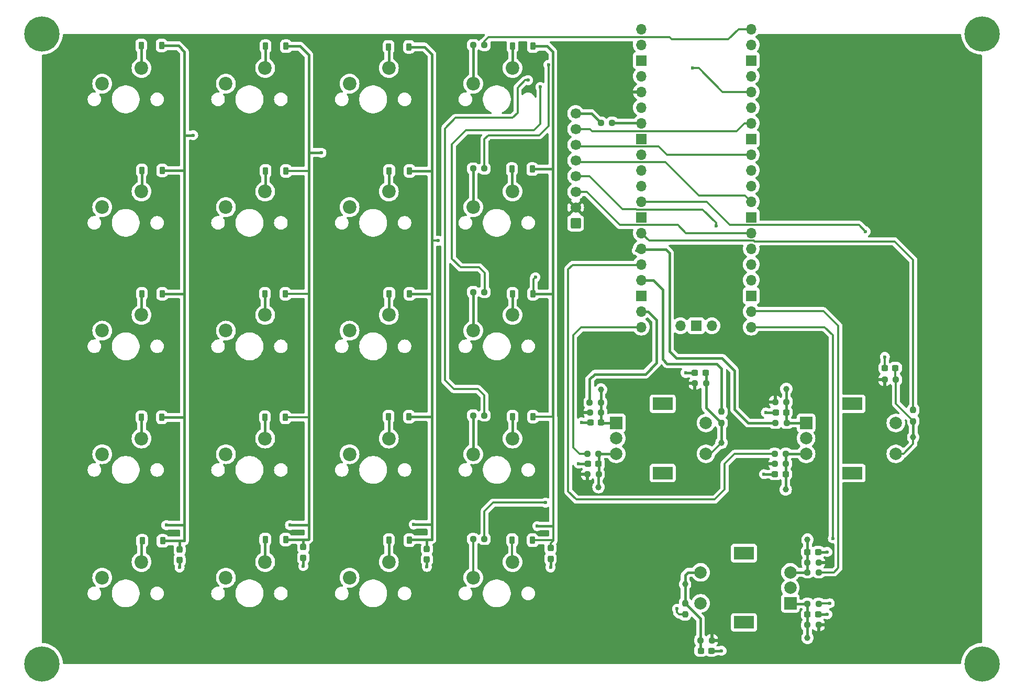
<source format=gtl>
%TF.GenerationSoftware,KiCad,Pcbnew,8.0.4*%
%TF.CreationDate,2024-09-23T00:25:40+08:00*%
%TF.ProjectId,MacroKeypad,4d616372-6f4b-4657-9970-61642e6b6963,rev?*%
%TF.SameCoordinates,Original*%
%TF.FileFunction,Copper,L1,Top*%
%TF.FilePolarity,Positive*%
%FSLAX46Y46*%
G04 Gerber Fmt 4.6, Leading zero omitted, Abs format (unit mm)*
G04 Created by KiCad (PCBNEW 8.0.4) date 2024-09-23 00:25:40*
%MOMM*%
%LPD*%
G01*
G04 APERTURE LIST*
G04 Aperture macros list*
%AMRoundRect*
0 Rectangle with rounded corners*
0 $1 Rounding radius*
0 $2 $3 $4 $5 $6 $7 $8 $9 X,Y pos of 4 corners*
0 Add a 4 corners polygon primitive as box body*
4,1,4,$2,$3,$4,$5,$6,$7,$8,$9,$2,$3,0*
0 Add four circle primitives for the rounded corners*
1,1,$1+$1,$2,$3*
1,1,$1+$1,$4,$5*
1,1,$1+$1,$6,$7*
1,1,$1+$1,$8,$9*
0 Add four rect primitives between the rounded corners*
20,1,$1+$1,$2,$3,$4,$5,0*
20,1,$1+$1,$4,$5,$6,$7,0*
20,1,$1+$1,$6,$7,$8,$9,0*
20,1,$1+$1,$8,$9,$2,$3,0*%
G04 Aperture macros list end*
%TA.AperFunction,SMDPad,CuDef*%
%ADD10RoundRect,0.237500X0.300000X0.237500X-0.300000X0.237500X-0.300000X-0.237500X0.300000X-0.237500X0*%
%TD*%
%TA.AperFunction,SMDPad,CuDef*%
%ADD11RoundRect,0.237500X-0.250000X-0.237500X0.250000X-0.237500X0.250000X0.237500X-0.250000X0.237500X0*%
%TD*%
%TA.AperFunction,SMDPad,CuDef*%
%ADD12RoundRect,0.237500X0.250000X0.237500X-0.250000X0.237500X-0.250000X-0.237500X0.250000X-0.237500X0*%
%TD*%
%TA.AperFunction,SMDPad,CuDef*%
%ADD13RoundRect,0.237500X-0.237500X0.300000X-0.237500X-0.300000X0.237500X-0.300000X0.237500X0.300000X0*%
%TD*%
%TA.AperFunction,ComponentPad*%
%ADD14C,2.200000*%
%TD*%
%TA.AperFunction,SMDPad,CuDef*%
%ADD15RoundRect,0.237500X-0.237500X0.250000X-0.237500X-0.250000X0.237500X-0.250000X0.237500X0.250000X0*%
%TD*%
%TA.AperFunction,ComponentPad*%
%ADD16C,5.700000*%
%TD*%
%TA.AperFunction,ComponentPad*%
%ADD17R,2.000000X2.000000*%
%TD*%
%TA.AperFunction,ComponentPad*%
%ADD18C,2.000000*%
%TD*%
%TA.AperFunction,ComponentPad*%
%ADD19R,3.200000X2.000000*%
%TD*%
%TA.AperFunction,SMDPad,CuDef*%
%ADD20RoundRect,0.225000X0.225000X0.375000X-0.225000X0.375000X-0.225000X-0.375000X0.225000X-0.375000X0*%
%TD*%
%TA.AperFunction,SMDPad,CuDef*%
%ADD21C,1.000000*%
%TD*%
%TA.AperFunction,SMDPad,CuDef*%
%ADD22RoundRect,0.237500X-0.300000X-0.237500X0.300000X-0.237500X0.300000X0.237500X-0.300000X0.237500X0*%
%TD*%
%TA.AperFunction,SMDPad,CuDef*%
%ADD23RoundRect,0.237500X0.237500X-0.250000X0.237500X0.250000X-0.237500X0.250000X-0.237500X-0.250000X0*%
%TD*%
%TA.AperFunction,ComponentPad*%
%ADD24RoundRect,0.250000X0.600000X-0.600000X0.600000X0.600000X-0.600000X0.600000X-0.600000X-0.600000X0*%
%TD*%
%TA.AperFunction,ComponentPad*%
%ADD25C,1.700000*%
%TD*%
%TA.AperFunction,ComponentPad*%
%ADD26O,1.700000X1.700000*%
%TD*%
%TA.AperFunction,ComponentPad*%
%ADD27R,1.700000X1.700000*%
%TD*%
%TA.AperFunction,ViaPad*%
%ADD28C,0.600000*%
%TD*%
%TA.AperFunction,Conductor*%
%ADD29C,0.300000*%
%TD*%
%TA.AperFunction,Conductor*%
%ADD30C,0.400000*%
%TD*%
G04 APERTURE END LIST*
D10*
%TO.P,C12,1*%
%TO.N,Ro3_B*%
X143775000Y-93800000D03*
%TO.P,C12,2*%
%TO.N,GND*%
X142050000Y-93800000D03*
%TD*%
D11*
%TO.P,R7,1*%
%TO.N,Ro1_B*%
X147300000Y-108100000D03*
%TO.P,R7,2*%
%TO.N,3V3*%
X149125000Y-108100000D03*
%TD*%
D12*
%TO.P,R1,1*%
%TO.N,R1*%
X95062500Y-24300000D03*
%TO.P,R1,2*%
%TO.N,Net-(R1-Pad2)*%
X93237500Y-24300000D03*
%TD*%
D13*
%TO.P,C6,1*%
%TO.N,C3*%
X85750000Y-105900000D03*
%TO.P,C6,2*%
%TO.N,GND*%
X85750000Y-107625000D03*
%TD*%
D14*
%TO.P,SW22,1,1*%
%TO.N,Net-(D22-A)*%
X59590000Y-108020000D03*
%TO.P,SW22,2,2*%
%TO.N,Net-(R5-Pad2)*%
X53240000Y-110560000D03*
%TD*%
D11*
%TO.P,R19,1*%
%TO.N,Net-(U2-GPIO17)*%
X112075000Y-82200000D03*
%TO.P,R19,2*%
%TO.N,Ro2_A*%
X113900000Y-82200000D03*
%TD*%
D14*
%TO.P,SW17,1,1*%
%TO.N,Net-(D17-A)*%
X59590000Y-88020000D03*
%TO.P,SW17,2,2*%
%TO.N,Net-(R4-Pad2)*%
X53240000Y-90560000D03*
%TD*%
D11*
%TO.P,R21,1*%
%TO.N,Net-(U2-GPIO20)*%
X142100000Y-85500000D03*
%TO.P,R21,2*%
%TO.N,Ro3_A*%
X143925000Y-85500000D03*
%TD*%
D15*
%TO.P,R23,1*%
%TO.N,Net-(U2-GPIO18)*%
X133400000Y-83687500D03*
%TO.P,R23,2*%
%TO.N,Ro2_S1*%
X133400000Y-85512500D03*
%TD*%
D14*
%TO.P,SW18,1,1*%
%TO.N,Net-(D18-A)*%
X79590000Y-88020000D03*
%TO.P,SW18,2,2*%
%TO.N,Net-(R4-Pad2)*%
X73240000Y-90560000D03*
%TD*%
D16*
%TO.P,H1,1*%
%TO.N,N/C*%
X23500000Y-124500000D03*
%TD*%
D11*
%TO.P,R9,1*%
%TO.N,Ro1_S1*%
X130000000Y-120700000D03*
%TO.P,R9,2*%
%TO.N,3V3*%
X131825000Y-120700000D03*
%TD*%
D13*
%TO.P,C4,1*%
%TO.N,C1*%
X45750000Y-106000000D03*
%TO.P,C4,2*%
%TO.N,GND*%
X45750000Y-107725000D03*
%TD*%
D17*
%TO.P,SW28,A,A*%
%TO.N,Ro3_A*%
X147075000Y-85500000D03*
D18*
%TO.P,SW28,B,B*%
%TO.N,Ro3_B*%
X147075000Y-90500000D03*
%TO.P,SW28,C,C*%
%TO.N,GND*%
X147075000Y-88000000D03*
D19*
%TO.P,SW28,MP*%
%TO.N,N/C*%
X154575000Y-82400000D03*
X154575000Y-93600000D03*
D18*
%TO.P,SW28,S1,S1*%
%TO.N,Ro3_S1*%
X161575000Y-90500000D03*
%TO.P,SW28,S2,S2*%
%TO.N,GND*%
X161575000Y-85500000D03*
%TD*%
D20*
%TO.P,D3,1,K*%
%TO.N,C3*%
X82850000Y-24600000D03*
%TO.P,D3,2,A*%
%TO.N,Net-(D3-A)*%
X79550000Y-24600000D03*
%TD*%
%TO.P,D2,1,K*%
%TO.N,C2*%
X62950000Y-24500000D03*
%TO.P,D2,2,A*%
%TO.N,Net-(D2-A)*%
X59650000Y-24500000D03*
%TD*%
D15*
%TO.P,R24,1*%
%TO.N,Net-(U2-GPIO21)*%
X164400000Y-83387500D03*
%TO.P,R24,2*%
%TO.N,Ro3_S1*%
X164400000Y-85212500D03*
%TD*%
D21*
%TO.P,TP4,1,1*%
%TO.N,Ro1_S1*%
X127500000Y-111600000D03*
%TD*%
D14*
%TO.P,SW24,1,1*%
%TO.N,Net-(D24-A)*%
X99590000Y-108020000D03*
%TO.P,SW24,2,2*%
%TO.N,Net-(R5-Pad2)*%
X93240000Y-110560000D03*
%TD*%
D12*
%TO.P,R11,1*%
%TO.N,Ro2_A*%
X113925000Y-83800000D03*
%TO.P,R11,2*%
%TO.N,3V3*%
X112100000Y-83800000D03*
%TD*%
D20*
%TO.P,D7,1,K*%
%TO.N,C2*%
X62950000Y-44700000D03*
%TO.P,D7,2,A*%
%TO.N,Net-(D7-A)*%
X59650000Y-44700000D03*
%TD*%
D21*
%TO.P,TP15,1,1*%
%TO.N,Ro2_A*%
X113900000Y-80100000D03*
%TD*%
D12*
%TO.P,R13,1*%
%TO.N,Ro3_B*%
X143800000Y-92100000D03*
%TO.P,R13,2*%
%TO.N,3V3*%
X141975000Y-92100000D03*
%TD*%
D17*
%TO.P,SW26,A,A*%
%TO.N,Ro1_A*%
X144525000Y-114700000D03*
D18*
%TO.P,SW26,B,B*%
%TO.N,Ro1_B*%
X144525000Y-109700000D03*
%TO.P,SW26,C,C*%
%TO.N,GND*%
X144525000Y-112200000D03*
D19*
%TO.P,SW26,MP*%
%TO.N,N/C*%
X137025000Y-117800000D03*
X137025000Y-106600000D03*
D18*
%TO.P,SW26,S1,S1*%
%TO.N,Ro1_S1*%
X130025000Y-109700000D03*
%TO.P,SW26,S2,S2*%
%TO.N,GND*%
X130025000Y-114700000D03*
%TD*%
D21*
%TO.P,TP2,1,1*%
%TO.N,Ro1_B*%
X147300000Y-104400000D03*
%TD*%
D20*
%TO.P,D13,1,K*%
%TO.N,C3*%
X82950000Y-64600000D03*
%TO.P,D13,2,A*%
%TO.N,Net-(D13-A)*%
X79650000Y-64600000D03*
%TD*%
D14*
%TO.P,SW6,1,1*%
%TO.N,Net-(D6-A)*%
X39590000Y-48020000D03*
%TO.P,SW6,2,2*%
%TO.N,Net-(R2-Pad2)*%
X33240000Y-50560000D03*
%TD*%
%TO.P,SW19,1,1*%
%TO.N,Net-(D19-A)*%
X99590000Y-88020000D03*
%TO.P,SW19,2,2*%
%TO.N,Net-(R4-Pad2)*%
X93240000Y-90560000D03*
%TD*%
D11*
%TO.P,R6,1*%
%TO.N,Net-(J1-BLK)*%
X113887500Y-36900000D03*
%TO.P,R6,2*%
%TO.N,Net-(U2-GPIO28_ADC2)*%
X115712500Y-36900000D03*
%TD*%
D21*
%TO.P,TP16,1,1*%
%TO.N,Ro2_S1*%
X133400000Y-88700000D03*
%TD*%
D12*
%TO.P,R3,1*%
%TO.N,R3*%
X95062500Y-64300000D03*
%TO.P,R3,2*%
%TO.N,Net-(R3-Pad2)*%
X93237500Y-64300000D03*
%TD*%
%TO.P,R5,1*%
%TO.N,R5*%
X95062500Y-104300000D03*
%TO.P,R5,2*%
%TO.N,Net-(R5-Pad2)*%
X93237500Y-104300000D03*
%TD*%
D21*
%TO.P,TP18,1,1*%
%TO.N,Ro3_A*%
X143875000Y-80000000D03*
%TD*%
D22*
%TO.P,C3,1*%
%TO.N,Ro1_A*%
X147300000Y-116512500D03*
%TO.P,C3,2*%
%TO.N,GND*%
X149025000Y-116512500D03*
%TD*%
D14*
%TO.P,SW4,1,1*%
%TO.N,Net-(D4-A)*%
X99590000Y-28020000D03*
%TO.P,SW4,2,2*%
%TO.N,Net-(R1-Pad2)*%
X93240000Y-30560000D03*
%TD*%
D20*
%TO.P,D22,1,K*%
%TO.N,C2*%
X62900000Y-104400000D03*
%TO.P,D22,2,A*%
%TO.N,Net-(D22-A)*%
X59600000Y-104400000D03*
%TD*%
D13*
%TO.P,C5,1*%
%TO.N,C2*%
X65750000Y-105600000D03*
%TO.P,C5,2*%
%TO.N,GND*%
X65750000Y-107325000D03*
%TD*%
D21*
%TO.P,TP14,1,1*%
%TO.N,Ro2_B*%
X113500000Y-95900000D03*
%TD*%
D14*
%TO.P,SW14,1,1*%
%TO.N,Net-(D14-A)*%
X99590000Y-68020000D03*
%TO.P,SW14,2,2*%
%TO.N,Net-(R3-Pad2)*%
X93240000Y-70560000D03*
%TD*%
D16*
%TO.P,H2,1*%
%TO.N,N/C*%
X23500000Y-22500000D03*
%TD*%
D10*
%TO.P,C10,1*%
%TO.N,Ro2_A*%
X113900000Y-85400000D03*
%TO.P,C10,2*%
%TO.N,GND*%
X112175000Y-85400000D03*
%TD*%
D12*
%TO.P,R2,1*%
%TO.N,R2*%
X95062500Y-44300000D03*
%TO.P,R2,2*%
%TO.N,Net-(R2-Pad2)*%
X93237500Y-44300000D03*
%TD*%
D21*
%TO.P,TP19,1,1*%
%TO.N,Ro3_S1*%
X164400000Y-87800000D03*
%TD*%
D20*
%TO.P,D21,1,K*%
%TO.N,C1*%
X43000000Y-104600000D03*
%TO.P,D21,2,A*%
%TO.N,Net-(D21-A)*%
X39700000Y-104600000D03*
%TD*%
D14*
%TO.P,SW9,1,1*%
%TO.N,Net-(D9-A)*%
X99590000Y-48020000D03*
%TO.P,SW9,2,2*%
%TO.N,Net-(R2-Pad2)*%
X93240000Y-50560000D03*
%TD*%
D20*
%TO.P,D14,1,K*%
%TO.N,C4*%
X102900000Y-64600000D03*
%TO.P,D14,2,A*%
%TO.N,Net-(D14-A)*%
X99600000Y-64600000D03*
%TD*%
%TO.P,D8,1,K*%
%TO.N,C3*%
X82950000Y-44700000D03*
%TO.P,D8,2,A*%
%TO.N,Net-(D8-A)*%
X79650000Y-44700000D03*
%TD*%
D14*
%TO.P,SW16,1,1*%
%TO.N,Net-(D16-A)*%
X39590000Y-88020000D03*
%TO.P,SW16,2,2*%
%TO.N,Net-(R4-Pad2)*%
X33240000Y-90560000D03*
%TD*%
D20*
%TO.P,D18,1,K*%
%TO.N,C3*%
X82850000Y-84500000D03*
%TO.P,D18,2,A*%
%TO.N,Net-(D18-A)*%
X79550000Y-84500000D03*
%TD*%
%TO.P,D12,1,K*%
%TO.N,C2*%
X62850000Y-64600000D03*
%TO.P,D12,2,A*%
%TO.N,Net-(D12-A)*%
X59550000Y-64600000D03*
%TD*%
%TO.P,D6,1,K*%
%TO.N,C1*%
X42950000Y-44600000D03*
%TO.P,D6,2,A*%
%TO.N,Net-(D6-A)*%
X39650000Y-44600000D03*
%TD*%
D14*
%TO.P,SW23,1,1*%
%TO.N,Net-(D23-A)*%
X79590000Y-108020000D03*
%TO.P,SW23,2,2*%
%TO.N,Net-(R5-Pad2)*%
X73240000Y-110560000D03*
%TD*%
%TO.P,SW1,1,1*%
%TO.N,Net-(D1-A)*%
X39590000Y-28020000D03*
%TO.P,SW1,2,2*%
%TO.N,Net-(R1-Pad2)*%
X33240000Y-30560000D03*
%TD*%
D13*
%TO.P,C7,1*%
%TO.N,C4*%
X105750000Y-105775000D03*
%TO.P,C7,2*%
%TO.N,GND*%
X105750000Y-107500000D03*
%TD*%
D14*
%TO.P,SW13,1,1*%
%TO.N,Net-(D13-A)*%
X79590000Y-68020000D03*
%TO.P,SW13,2,2*%
%TO.N,Net-(R3-Pad2)*%
X73240000Y-70560000D03*
%TD*%
D12*
%TO.P,R14,1*%
%TO.N,Ro3_A*%
X143900000Y-82100000D03*
%TO.P,R14,2*%
%TO.N,3V3*%
X142075000Y-82100000D03*
%TD*%
%TO.P,R10,1*%
%TO.N,Ro2_B*%
X113525000Y-93800000D03*
%TO.P,R10,2*%
%TO.N,3V3*%
X111700000Y-93800000D03*
%TD*%
D20*
%TO.P,D19,1,K*%
%TO.N,C4*%
X102900000Y-84500000D03*
%TO.P,D19,2,A*%
%TO.N,Net-(D19-A)*%
X99600000Y-84500000D03*
%TD*%
%TO.P,D16,1,K*%
%TO.N,C1*%
X42900000Y-84600000D03*
%TO.P,D16,2,A*%
%TO.N,Net-(D16-A)*%
X39600000Y-84600000D03*
%TD*%
D23*
%TO.P,R22,1*%
%TO.N,Net-(U2-GPIO22)*%
X127500000Y-116525000D03*
%TO.P,R22,2*%
%TO.N,Ro1_S1*%
X127500000Y-114700000D03*
%TD*%
D12*
%TO.P,R16,1*%
%TO.N,Net-(U2-GPIO15)*%
X149100000Y-114800000D03*
%TO.P,R16,2*%
%TO.N,Ro1_A*%
X147275000Y-114800000D03*
%TD*%
D24*
%TO.P,J1,0,GND*%
%TO.N,GND*%
X109800000Y-53160000D03*
D25*
%TO.P,J1,1,Vcc*%
%TO.N,3V3*%
X109800000Y-50620000D03*
%TO.P,J1,2,SCL*%
%TO.N,LCD_SCL*%
X109800000Y-48080000D03*
%TO.P,J1,3,SDA*%
%TO.N,LCD_MOSI*%
X109800000Y-45540000D03*
%TO.P,J1,4,RES*%
%TO.N,LCD_RESET*%
X109800000Y-43000000D03*
%TO.P,J1,5,DC*%
%TO.N,LCD_DS*%
X109800000Y-40460000D03*
%TO.P,J1,6,CS*%
%TO.N,LCD_CS*%
X109800000Y-37920000D03*
%TO.P,J1,7,BLK*%
%TO.N,Net-(J1-BLK)*%
X109800000Y-35380000D03*
%TD*%
D22*
%TO.P,C1,1*%
%TO.N,Ro1_B*%
X147300000Y-106400000D03*
%TO.P,C1,2*%
%TO.N,GND*%
X149025000Y-106400000D03*
%TD*%
D14*
%TO.P,SW11,1,1*%
%TO.N,Net-(D11-A)*%
X39590000Y-68020000D03*
%TO.P,SW11,2,2*%
%TO.N,Net-(R3-Pad2)*%
X33240000Y-70560000D03*
%TD*%
D20*
%TO.P,D9,1,K*%
%TO.N,C4*%
X102800000Y-44400000D03*
%TO.P,D9,2,A*%
%TO.N,Net-(D9-A)*%
X99500000Y-44400000D03*
%TD*%
D10*
%TO.P,C9,1*%
%TO.N,Ro2_B*%
X113500000Y-92100000D03*
%TO.P,C9,2*%
%TO.N,GND*%
X111775000Y-92100000D03*
%TD*%
%TO.P,C11,1*%
%TO.N,Ro2_S1*%
X130800000Y-77400000D03*
%TO.P,C11,2*%
%TO.N,GND*%
X129075000Y-77400000D03*
%TD*%
D14*
%TO.P,SW21,1,1*%
%TO.N,Net-(D21-A)*%
X39590000Y-108020000D03*
%TO.P,SW21,2,2*%
%TO.N,Net-(R5-Pad2)*%
X33240000Y-110560000D03*
%TD*%
D20*
%TO.P,D1,1,K*%
%TO.N,C1*%
X42850000Y-24400000D03*
%TO.P,D1,2,A*%
%TO.N,Net-(D1-A)*%
X39550000Y-24400000D03*
%TD*%
D17*
%TO.P,SW27,A,A*%
%TO.N,Ro2_A*%
X116375000Y-85500000D03*
D18*
%TO.P,SW27,B,B*%
%TO.N,Ro2_B*%
X116375000Y-90500000D03*
%TO.P,SW27,C,C*%
%TO.N,GND*%
X116375000Y-88000000D03*
D19*
%TO.P,SW27,MP*%
%TO.N,N/C*%
X123875000Y-82400000D03*
X123875000Y-93600000D03*
D18*
%TO.P,SW27,S1,S1*%
%TO.N,Ro2_S1*%
X130875000Y-90500000D03*
%TO.P,SW27,S2,S2*%
%TO.N,GND*%
X130875000Y-85500000D03*
%TD*%
D10*
%TO.P,C13,1*%
%TO.N,Ro3_A*%
X143875000Y-83800000D03*
%TO.P,C13,2*%
%TO.N,GND*%
X142150000Y-83800000D03*
%TD*%
D16*
%TO.P,H4,1*%
%TO.N,N/C*%
X175500000Y-124500000D03*
%TD*%
D14*
%TO.P,SW2,1,1*%
%TO.N,Net-(D2-A)*%
X59590000Y-28020000D03*
%TO.P,SW2,2,2*%
%TO.N,Net-(R1-Pad2)*%
X53240000Y-30560000D03*
%TD*%
D20*
%TO.P,D4,1,K*%
%TO.N,C4*%
X102900000Y-24500000D03*
%TO.P,D4,2,A*%
%TO.N,Net-(D4-A)*%
X99600000Y-24500000D03*
%TD*%
D14*
%TO.P,SW7,1,1*%
%TO.N,Net-(D7-A)*%
X59590000Y-48020000D03*
%TO.P,SW7,2,2*%
%TO.N,Net-(R2-Pad2)*%
X53240000Y-50560000D03*
%TD*%
D20*
%TO.P,D11,1,K*%
%TO.N,C1*%
X42950000Y-64600000D03*
%TO.P,D11,2,A*%
%TO.N,Net-(D11-A)*%
X39650000Y-64600000D03*
%TD*%
D14*
%TO.P,SW8,1,1*%
%TO.N,Net-(D8-A)*%
X79590000Y-48020000D03*
%TO.P,SW8,2,2*%
%TO.N,Net-(R2-Pad2)*%
X73240000Y-50560000D03*
%TD*%
%TO.P,SW12,1,1*%
%TO.N,Net-(D12-A)*%
X59590000Y-68020000D03*
%TO.P,SW12,2,2*%
%TO.N,Net-(R3-Pad2)*%
X53240000Y-70560000D03*
%TD*%
%TO.P,SW3,1,1*%
%TO.N,Net-(D3-A)*%
X79590000Y-28020000D03*
%TO.P,SW3,2,2*%
%TO.N,Net-(R1-Pad2)*%
X73240000Y-30560000D03*
%TD*%
D16*
%TO.P,H3,1*%
%TO.N,N/C*%
X175500000Y-22500000D03*
%TD*%
D12*
%TO.P,R15,1*%
%TO.N,Ro3_S1*%
X161600000Y-78500000D03*
%TO.P,R15,2*%
%TO.N,3V3*%
X159775000Y-78500000D03*
%TD*%
%TO.P,R4,1*%
%TO.N,R4*%
X95062500Y-84300000D03*
%TO.P,R4,2*%
%TO.N,Net-(R4-Pad2)*%
X93237500Y-84300000D03*
%TD*%
%TO.P,R17,1*%
%TO.N,Net-(U2-GPIO14)*%
X149125000Y-109700000D03*
%TO.P,R17,2*%
%TO.N,Ro1_B*%
X147300000Y-109700000D03*
%TD*%
D10*
%TO.P,C14,1*%
%TO.N,Ro3_S1*%
X161525000Y-76600000D03*
%TO.P,C14,2*%
%TO.N,GND*%
X159800000Y-76600000D03*
%TD*%
D11*
%TO.P,R20,1*%
%TO.N,Net-(U2-GPIO19)*%
X141975000Y-90500000D03*
%TO.P,R20,2*%
%TO.N,Ro3_B*%
X143800000Y-90500000D03*
%TD*%
%TO.P,R18,1*%
%TO.N,Net-(U2-GPIO16)*%
X111687500Y-90500000D03*
%TO.P,R18,2*%
%TO.N,Ro2_B*%
X113512500Y-90500000D03*
%TD*%
%TO.P,R8,1*%
%TO.N,Ro1_A*%
X147275000Y-118212500D03*
%TO.P,R8,2*%
%TO.N,3V3*%
X149100000Y-118212500D03*
%TD*%
D20*
%TO.P,D23,1,K*%
%TO.N,C3*%
X82900000Y-104500000D03*
%TO.P,D23,2,A*%
%TO.N,Net-(D23-A)*%
X79600000Y-104500000D03*
%TD*%
D21*
%TO.P,TP17,1,1*%
%TO.N,Ro3_B*%
X143775000Y-96300000D03*
%TD*%
D20*
%TO.P,D24,1,K*%
%TO.N,C4*%
X102850000Y-104500000D03*
%TO.P,D24,2,A*%
%TO.N,Net-(D24-A)*%
X99550000Y-104500000D03*
%TD*%
D22*
%TO.P,C2,1*%
%TO.N,Ro1_S1*%
X130037500Y-122400000D03*
%TO.P,C2,2*%
%TO.N,GND*%
X131762500Y-122400000D03*
%TD*%
D12*
%TO.P,R12,1*%
%TO.N,Ro2_S1*%
X130900000Y-79100000D03*
%TO.P,R12,2*%
%TO.N,3V3*%
X129075000Y-79100000D03*
%TD*%
D20*
%TO.P,D17,1,K*%
%TO.N,C2*%
X62850000Y-84600000D03*
%TO.P,D17,2,A*%
%TO.N,Net-(D17-A)*%
X59550000Y-84600000D03*
%TD*%
D21*
%TO.P,TP3,1,1*%
%TO.N,Ro1_A*%
X147300000Y-120300000D03*
%TD*%
D26*
%TO.P,U2,1,GPIO0*%
%TO.N,R1*%
X138190000Y-21725000D03*
%TO.P,U2,2,GPIO1*%
%TO.N,R2*%
X138190000Y-24265000D03*
D27*
%TO.P,U2,3,GND*%
%TO.N,GND*%
X138190000Y-26805000D03*
D26*
%TO.P,U2,4,GPIO2*%
%TO.N,R3*%
X138190000Y-29345000D03*
%TO.P,U2,5,GPIO3*%
%TO.N,R4*%
X138190000Y-31885000D03*
%TO.P,U2,6,GPIO4*%
%TO.N,R5*%
X138190000Y-34425000D03*
%TO.P,U2,7,GPIO5*%
%TO.N,LCD_CS*%
X138190000Y-36965000D03*
D27*
%TO.P,U2,8,GND*%
%TO.N,GND*%
X138190000Y-39505000D03*
D26*
%TO.P,U2,9,GPIO6*%
%TO.N,LCD_DS*%
X138190000Y-42045000D03*
%TO.P,U2,10,GPIO7*%
%TO.N,C1*%
X138190000Y-44585000D03*
%TO.P,U2,11,GPIO8*%
%TO.N,C2*%
X138190000Y-47125000D03*
%TO.P,U2,12,GPIO9*%
%TO.N,LCD_RESET*%
X138190000Y-49665000D03*
D27*
%TO.P,U2,13,GND*%
%TO.N,GND*%
X138190000Y-52205000D03*
D26*
%TO.P,U2,14,GPIO10*%
%TO.N,LCD_SCL*%
X138190000Y-54745000D03*
%TO.P,U2,15,GPIO11*%
%TO.N,LCD_MOSI*%
X138190000Y-57285000D03*
%TO.P,U2,16,GPIO12*%
%TO.N,C3*%
X138190000Y-59825000D03*
%TO.P,U2,17,GPIO13*%
%TO.N,C4*%
X138190000Y-62365000D03*
D27*
%TO.P,U2,18,GND*%
%TO.N,GND*%
X138190000Y-64905000D03*
D26*
%TO.P,U2,19,GPIO14*%
%TO.N,Net-(U2-GPIO14)*%
X138190000Y-67445000D03*
%TO.P,U2,20,GPIO15*%
%TO.N,Net-(U2-GPIO15)*%
X138190000Y-69985000D03*
%TO.P,U2,21,GPIO16*%
%TO.N,Net-(U2-GPIO16)*%
X120410000Y-69985000D03*
%TO.P,U2,22,GPIO17*%
%TO.N,Net-(U2-GPIO17)*%
X120410000Y-67445000D03*
D27*
%TO.P,U2,23,GND*%
%TO.N,GND*%
X120410000Y-64905000D03*
D26*
%TO.P,U2,24,GPIO18*%
%TO.N,Net-(U2-GPIO18)*%
X120410000Y-62365000D03*
%TO.P,U2,25,GPIO19*%
%TO.N,Net-(U2-GPIO19)*%
X120410000Y-59825000D03*
%TO.P,U2,26,GPIO20*%
%TO.N,Net-(U2-GPIO20)*%
X120410000Y-57285000D03*
%TO.P,U2,27,GPIO21*%
%TO.N,Net-(U2-GPIO21)*%
X120410000Y-54745000D03*
D27*
%TO.P,U2,28,GND*%
%TO.N,GND*%
X120410000Y-52205000D03*
D26*
%TO.P,U2,29,GPIO22*%
%TO.N,Net-(U2-GPIO22)*%
X120410000Y-49665000D03*
%TO.P,U2,30,RUN*%
%TO.N,unconnected-(U2-RUN-Pad30)*%
X120410000Y-47125000D03*
%TO.P,U2,31,GPIO26_ADC0*%
%TO.N,unconnected-(U2-GPIO26_ADC0-Pad31)*%
X120410000Y-44585000D03*
%TO.P,U2,32,GPIO27_ADC1*%
%TO.N,unconnected-(U2-GPIO27_ADC1-Pad32)*%
X120410000Y-42045000D03*
D27*
%TO.P,U2,33,AGND*%
%TO.N,unconnected-(U2-AGND-Pad33)*%
X120410000Y-39505000D03*
D26*
%TO.P,U2,34,GPIO28_ADC2*%
%TO.N,Net-(U2-GPIO28_ADC2)*%
X120410000Y-36965000D03*
%TO.P,U2,35,ADC_VREF*%
%TO.N,unconnected-(U2-ADC_VREF-Pad35)*%
X120410000Y-34425000D03*
%TO.P,U2,36,3V3*%
%TO.N,3V3*%
X120410000Y-31885000D03*
%TO.P,U2,37,3V3_EN*%
%TO.N,unconnected-(U2-3V3_EN-Pad37)*%
X120410000Y-29345000D03*
D27*
%TO.P,U2,38,GND*%
%TO.N,GND*%
X120410000Y-26805000D03*
D26*
%TO.P,U2,39,VSYS*%
%TO.N,unconnected-(U2-VSYS-Pad39)*%
X120410000Y-24265000D03*
%TO.P,U2,40,VBUS*%
%TO.N,unconnected-(U2-VBUS-Pad40)*%
X120410000Y-21725000D03*
%TO.P,U2,41,SWCLK*%
%TO.N,unconnected-(U2-SWCLK-Pad41)*%
X131840000Y-69755000D03*
D27*
%TO.P,U2,42,GND*%
%TO.N,GND*%
X129300000Y-69755000D03*
D26*
%TO.P,U2,43,SWDIO*%
%TO.N,unconnected-(U2-SWDIO-Pad43)*%
X126760000Y-69755000D03*
%TD*%
D28*
%TO.N,C1*%
X47950000Y-38900000D03*
X43600000Y-102050000D03*
%TO.N,C2*%
X63600000Y-102050000D03*
X68700000Y-41750000D03*
%TO.N,GND*%
X159800000Y-74800000D03*
X140275000Y-93800000D03*
X105750000Y-108900000D03*
X65750000Y-108700000D03*
X150500000Y-106400000D03*
X133400000Y-122400000D03*
X140575000Y-83800000D03*
X110800000Y-85400000D03*
X85750000Y-108800000D03*
X150500000Y-116500000D03*
X110300000Y-92100000D03*
X45750000Y-108900000D03*
X127600000Y-77400000D03*
%TO.N,C3*%
X83600000Y-101950000D03*
X87600000Y-56000000D03*
%TO.N,C4*%
X103300000Y-61900000D03*
X103600000Y-102200000D03*
%TO.N,R2*%
X105400000Y-27500000D03*
%TO.N,R3*%
X104100000Y-31100000D03*
%TO.N,R4*%
X128750000Y-28005000D03*
X102100000Y-30000000D03*
%TO.N,R5*%
X104900000Y-98400000D03*
%TO.N,3V3*%
X109500000Y-93800000D03*
X129100000Y-80900000D03*
X116115000Y-31885000D03*
X139300000Y-82100000D03*
X140300000Y-92100000D03*
X150700000Y-108100000D03*
X110600000Y-83800000D03*
%TO.N,LCD_MOSI*%
X132500000Y-53600000D03*
%TO.N,Net-(U2-GPIO22)*%
X156700000Y-54500000D03*
X126200000Y-115600000D03*
%TO.N,Net-(U2-GPIO15)*%
X151400000Y-104200000D03*
X150900000Y-114700000D03*
%TD*%
D29*
%TO.N,R4*%
X133585000Y-31885000D02*
X138190000Y-31885000D01*
X129705000Y-28005000D02*
X133585000Y-31885000D01*
X128750000Y-28005000D02*
X129705000Y-28005000D01*
D30*
%TO.N,C1*%
X46550000Y-64400000D02*
X46550000Y-84400000D01*
X42950000Y-64600000D02*
X46350000Y-64600000D01*
X46350000Y-64600000D02*
X46550000Y-64400000D01*
X45550000Y-24400000D02*
X46550000Y-25400000D01*
X45750000Y-106000000D02*
X45750000Y-104600000D01*
X42950000Y-44600000D02*
X46550000Y-44600000D01*
X46550000Y-38900000D02*
X46550000Y-44600000D01*
X46550000Y-104600000D02*
X45750000Y-104600000D01*
X46550000Y-102050000D02*
X46550000Y-104600000D01*
X45150000Y-104600000D02*
X44150000Y-104600000D01*
X46350000Y-84600000D02*
X46550000Y-84400000D01*
X43600000Y-102050000D02*
X46550000Y-102050000D01*
X42850000Y-24400000D02*
X45550000Y-24400000D01*
X46550000Y-84400000D02*
X46550000Y-102050000D01*
X45750000Y-104600000D02*
X45150000Y-104600000D01*
X43000000Y-104600000D02*
X44150000Y-104600000D01*
X46550000Y-25400000D02*
X46550000Y-38900000D01*
X47950000Y-38900000D02*
X46550000Y-38900000D01*
X42900000Y-84600000D02*
X46350000Y-84600000D01*
X46550000Y-44600000D02*
X46550000Y-64400000D01*
%TO.N,Net-(D1-A)*%
X39590000Y-24440000D02*
X39550000Y-24400000D01*
X39590000Y-28020000D02*
X39590000Y-24440000D01*
%TO.N,Ro1_B*%
X147300000Y-106400000D02*
X147300000Y-109700000D01*
X147300000Y-109700000D02*
X144525000Y-109700000D01*
X147300000Y-104400000D02*
X147300000Y-106400000D01*
%TO.N,C2*%
X66650000Y-44700000D02*
X66650000Y-64700000D01*
D29*
X62950000Y-44700000D02*
X66650000Y-44700000D01*
D30*
X68700000Y-41750000D02*
X68650000Y-41700000D01*
X66650000Y-84600000D02*
X66650000Y-102050000D01*
X65750000Y-104400000D02*
X65750000Y-105600000D01*
X66650000Y-41300000D02*
X66650000Y-44700000D01*
D29*
X62850000Y-64600000D02*
X66550000Y-64600000D01*
D30*
X68650000Y-41700000D02*
X66650000Y-41700000D01*
X66650000Y-104300000D02*
X66550000Y-104400000D01*
X66650000Y-41700000D02*
X66650000Y-41300000D01*
X66550000Y-104400000D02*
X65750000Y-104400000D01*
X62900000Y-104400000D02*
X64150000Y-104400000D01*
X65250000Y-24500000D02*
X66650000Y-25900000D01*
X66650000Y-25900000D02*
X66650000Y-41300000D01*
X66650000Y-64700000D02*
X66650000Y-84600000D01*
X62950000Y-24500000D02*
X65250000Y-24500000D01*
X65350000Y-104400000D02*
X64150000Y-104400000D01*
X66650000Y-102050000D02*
X66650000Y-104300000D01*
D29*
X66550000Y-64600000D02*
X66650000Y-64700000D01*
X62850000Y-84600000D02*
X66650000Y-84600000D01*
D30*
X65750000Y-104400000D02*
X65350000Y-104400000D01*
X63600000Y-102050000D02*
X66650000Y-102050000D01*
%TO.N,Net-(D2-A)*%
X59650000Y-24500000D02*
X59650000Y-27960000D01*
X59650000Y-27960000D02*
X59590000Y-28020000D01*
%TO.N,GND*%
X129075000Y-77400000D02*
X127600000Y-77400000D01*
X131762500Y-122400000D02*
X133400000Y-122400000D01*
X149025000Y-106400000D02*
X150500000Y-106400000D01*
X85750000Y-107625000D02*
X85750000Y-108800000D01*
X65750000Y-107325000D02*
X65750000Y-108700000D01*
X142150000Y-83800000D02*
X140575000Y-83800000D01*
X142050000Y-93800000D02*
X140275000Y-93800000D01*
D29*
X159800000Y-76600000D02*
X159800000Y-74800000D01*
D30*
X111775000Y-92100000D02*
X110300000Y-92100000D01*
X45750000Y-107725000D02*
X45750000Y-108900000D01*
X150487500Y-116512500D02*
X150500000Y-116500000D01*
X105750000Y-107500000D02*
X105750000Y-108900000D01*
X130900000Y-85475000D02*
X130875000Y-85500000D01*
X112175000Y-85400000D02*
X110800000Y-85400000D01*
X130000000Y-114725000D02*
X130025000Y-114700000D01*
X149025000Y-116512500D02*
X150487500Y-116512500D01*
%TO.N,C3*%
X86550000Y-55900000D02*
X86550000Y-64500000D01*
X86550000Y-44500000D02*
X86550000Y-55600000D01*
X82950000Y-44700000D02*
X86350000Y-44700000D01*
X83000000Y-104400000D02*
X82900000Y-104500000D01*
X86550000Y-101950000D02*
X86550000Y-104400000D01*
X82950000Y-64600000D02*
X86450000Y-64600000D01*
X82850000Y-84500000D02*
X86450000Y-84500000D01*
D29*
X87600000Y-56000000D02*
X86650000Y-56000000D01*
D30*
X85750000Y-105900000D02*
X85750000Y-104500000D01*
X86550000Y-84600000D02*
X86550000Y-101950000D01*
X85750000Y-104500000D02*
X85650000Y-104400000D01*
X83600000Y-101950000D02*
X86550000Y-101950000D01*
X86350000Y-44700000D02*
X86550000Y-44500000D01*
X86450000Y-64600000D02*
X86550000Y-64500000D01*
X86550000Y-64500000D02*
X86550000Y-84600000D01*
X82850000Y-24600000D02*
X85350000Y-24600000D01*
X86450000Y-84500000D02*
X86550000Y-84600000D01*
X85350000Y-24600000D02*
X86550000Y-25800000D01*
X86550000Y-104400000D02*
X85650000Y-104400000D01*
X86550000Y-55600000D02*
X86550000Y-55900000D01*
D29*
X86650000Y-56000000D02*
X86550000Y-55900000D01*
D30*
X85650000Y-104400000D02*
X83000000Y-104400000D01*
X86550000Y-25800000D02*
X86550000Y-44500000D01*
%TO.N,Net-(D3-A)*%
X79550000Y-24600000D02*
X79590000Y-24640000D01*
X79590000Y-24640000D02*
X79590000Y-28020000D01*
%TO.N,C4*%
X102800000Y-44400000D02*
X106100000Y-44400000D01*
X106100000Y-64600000D02*
X106100000Y-84500000D01*
D29*
X103300000Y-61900000D02*
X103000000Y-62200000D01*
D30*
X105200000Y-24500000D02*
X106100000Y-25400000D01*
D29*
X106200000Y-104600000D02*
X105800000Y-105000000D01*
X106100000Y-84500000D02*
X106200000Y-84600000D01*
D30*
X106100000Y-44400000D02*
X106100000Y-65200000D01*
D29*
X102900000Y-84500000D02*
X106100000Y-84500000D01*
D30*
X102900000Y-24500000D02*
X105200000Y-24500000D01*
X102900000Y-64600000D02*
X106100000Y-64600000D01*
X105900000Y-105625000D02*
X105750000Y-105775000D01*
D29*
X105800000Y-105725000D02*
X105750000Y-105775000D01*
D30*
X103600000Y-102200000D02*
X106100000Y-102200000D01*
X106100000Y-25400000D02*
X106100000Y-44400000D01*
D29*
X105800000Y-105000000D02*
X105800000Y-105725000D01*
X106200000Y-84600000D02*
X106200000Y-104600000D01*
X103000000Y-62200000D02*
X103000000Y-64500000D01*
X106100000Y-104500000D02*
X102850000Y-104500000D01*
X103000000Y-64500000D02*
X102900000Y-64600000D01*
D30*
%TO.N,Net-(D4-A)*%
X99590000Y-28020000D02*
X99590000Y-24510000D01*
X99590000Y-24510000D02*
X99600000Y-24500000D01*
%TO.N,Net-(D6-A)*%
X39650000Y-44600000D02*
X39650000Y-47960000D01*
X39650000Y-47960000D02*
X39590000Y-48020000D01*
%TO.N,Net-(D7-A)*%
X59650000Y-47960000D02*
X59590000Y-48020000D01*
X59650000Y-44700000D02*
X59650000Y-47960000D01*
X59590000Y-44760000D02*
X59650000Y-44700000D01*
%TO.N,Net-(D8-A)*%
X79590000Y-48020000D02*
X79590000Y-44760000D01*
X79590000Y-44760000D02*
X79650000Y-44700000D01*
%TO.N,Net-(D9-A)*%
X99500000Y-44400000D02*
X99500000Y-47930000D01*
X99500000Y-47930000D02*
X99590000Y-48020000D01*
%TO.N,Net-(D11-A)*%
X39590000Y-64760000D02*
X39750000Y-64600000D01*
X39590000Y-68020000D02*
X39590000Y-64760000D01*
%TO.N,Net-(D12-A)*%
X59590000Y-64640000D02*
X59550000Y-64600000D01*
X59590000Y-68020000D02*
X59590000Y-64640000D01*
X59590000Y-64810000D02*
X59600000Y-64800000D01*
%TO.N,Net-(D13-A)*%
X79590000Y-64660000D02*
X79650000Y-64600000D01*
X79590000Y-68020000D02*
X79590000Y-64660000D01*
%TO.N,Ro1_S1*%
X127500000Y-110150000D02*
X127950000Y-109700000D01*
X130000000Y-117200000D02*
X127500000Y-114700000D01*
X130037500Y-122400000D02*
X130000000Y-122362500D01*
X127500000Y-111600000D02*
X127500000Y-110150000D01*
X127950000Y-109700000D02*
X130025000Y-109700000D01*
X127500000Y-111600000D02*
X127500000Y-114700000D01*
X130000000Y-120700000D02*
X130000000Y-117200000D01*
X130000000Y-122362500D02*
X130000000Y-120700000D01*
%TO.N,Ro1_A*%
X147300000Y-118187500D02*
X147275000Y-118212500D01*
X147275000Y-116487500D02*
X147300000Y-116512500D01*
X147275000Y-118212500D02*
X147300000Y-118237500D01*
X147275000Y-114800000D02*
X147275000Y-116487500D01*
X147300000Y-118237500D02*
X147300000Y-120300000D01*
X147300000Y-116512500D02*
X147300000Y-118187500D01*
X147275000Y-114800000D02*
X144625000Y-114800000D01*
X144625000Y-114800000D02*
X144525000Y-114700000D01*
%TO.N,Net-(D14-A)*%
X99590000Y-68020000D02*
X99590000Y-64610000D01*
X99590000Y-64610000D02*
X99600000Y-64600000D01*
%TO.N,Net-(D16-A)*%
X39590000Y-88020000D02*
X39590000Y-84610000D01*
X39590000Y-84610000D02*
X39600000Y-84600000D01*
%TO.N,Net-(D17-A)*%
X59590000Y-88020000D02*
X59590000Y-84640000D01*
X59590000Y-84640000D02*
X59550000Y-84600000D01*
%TO.N,Net-(D18-A)*%
X79590000Y-84540000D02*
X79550000Y-84500000D01*
X79590000Y-88020000D02*
X79590000Y-84540000D01*
%TO.N,Net-(D19-A)*%
X99590000Y-84510000D02*
X99600000Y-84500000D01*
X99590000Y-88020000D02*
X99590000Y-84510000D01*
%TO.N,Net-(D21-A)*%
X39590000Y-104710000D02*
X39700000Y-104600000D01*
X39590000Y-108020000D02*
X39590000Y-104710000D01*
%TO.N,Net-(D22-A)*%
X59600000Y-108010000D02*
X59590000Y-108020000D01*
X59590000Y-104410000D02*
X59600000Y-104400000D01*
X59590000Y-108020000D02*
X59590000Y-104410000D01*
%TO.N,Net-(D23-A)*%
X79590000Y-108020000D02*
X79590000Y-104510000D01*
X79590000Y-104510000D02*
X79600000Y-104500000D01*
D29*
%TO.N,Net-(D24-A)*%
X99550000Y-107980000D02*
X99590000Y-108020000D01*
X99550000Y-104300000D02*
X99550000Y-107980000D01*
D30*
X100150000Y-107460000D02*
X99590000Y-108020000D01*
D29*
%TO.N,R1*%
X136175000Y-21725000D02*
X138190000Y-21725000D01*
X95735000Y-23065000D02*
X124965000Y-23065000D01*
X95062500Y-23737500D02*
X95735000Y-23065000D01*
X134500000Y-23400000D02*
X136175000Y-21725000D01*
X95062500Y-24300000D02*
X95062500Y-23737500D01*
X125300000Y-23400000D02*
X134500000Y-23400000D01*
X124965000Y-23065000D02*
X125300000Y-23400000D01*
D30*
%TO.N,Net-(R1-Pad2)*%
X93237500Y-24300000D02*
X93237500Y-30557500D01*
X93237500Y-30557500D02*
X93240000Y-30560000D01*
X33240000Y-30560000D02*
X33180000Y-30500000D01*
%TO.N,Net-(R2-Pad2)*%
X93237500Y-50557500D02*
X93240000Y-50560000D01*
X93237500Y-44300000D02*
X93237500Y-50557500D01*
X33180000Y-50500000D02*
X33240000Y-50560000D01*
D29*
%TO.N,R2*%
X105400000Y-27500000D02*
X105400000Y-37400000D01*
X95062500Y-39537500D02*
X95062500Y-44300000D01*
X95700000Y-38900000D02*
X95062500Y-39537500D01*
X103900000Y-38900000D02*
X95700000Y-38900000D01*
X105400000Y-37400000D02*
X103900000Y-38900000D01*
%TO.N,R3*%
X89800000Y-40400000D02*
X92100000Y-38100000D01*
X103100000Y-38100000D02*
X104100000Y-37100000D01*
X95100000Y-64262500D02*
X95100000Y-61200000D01*
X95100000Y-61200000D02*
X94200000Y-60300000D01*
X104100000Y-37100000D02*
X104100000Y-31100000D01*
X91200000Y-60300000D02*
X89800000Y-58900000D01*
X95062500Y-64300000D02*
X95100000Y-64262500D01*
X94200000Y-60300000D02*
X91200000Y-60300000D01*
X92100000Y-38100000D02*
X103100000Y-38100000D01*
X89800000Y-58900000D02*
X89800000Y-40400000D01*
D30*
%TO.N,Net-(R3-Pad2)*%
X93237500Y-64300000D02*
X93237500Y-70557500D01*
X93237500Y-70557500D02*
X93240000Y-70560000D01*
X33180000Y-70500000D02*
X33240000Y-70560000D01*
D29*
%TO.N,R4*%
X90100000Y-80000000D02*
X88700000Y-78600000D01*
X100400000Y-35300000D02*
X100400000Y-31200000D01*
X88700000Y-37800000D02*
X90400000Y-36100000D01*
X90400000Y-36100000D02*
X99600000Y-36100000D01*
X88700000Y-78600000D02*
X88700000Y-37800000D01*
X101600000Y-30000000D02*
X102100000Y-30000000D01*
X95062500Y-84300000D02*
X95062500Y-81062500D01*
X94000000Y-80000000D02*
X90100000Y-80000000D01*
X95062500Y-81062500D02*
X94000000Y-80000000D01*
X100400000Y-31200000D02*
X101600000Y-30000000D01*
X99600000Y-36100000D02*
X100400000Y-35300000D01*
D30*
%TO.N,Net-(R4-Pad2)*%
X93237500Y-90557500D02*
X93240000Y-90560000D01*
X93237500Y-84300000D02*
X93237500Y-90557500D01*
D29*
%TO.N,R5*%
X95062500Y-104300000D02*
X95062500Y-99837500D01*
X95062500Y-99837500D02*
X96500000Y-98400000D01*
X96500000Y-98400000D02*
X104900000Y-98400000D01*
D30*
%TO.N,Net-(R5-Pad2)*%
X33180000Y-110500000D02*
X33240000Y-110560000D01*
D29*
X93237500Y-104300000D02*
X93237500Y-110557500D01*
X93237500Y-110557500D02*
X93240000Y-110560000D01*
%TO.N,LCD_CS*%
X109800000Y-37920000D02*
X112120000Y-37920000D01*
X137135000Y-36965000D02*
X138190000Y-36965000D01*
X112120000Y-37920000D02*
X112455000Y-38255000D01*
X112455000Y-38255000D02*
X135845000Y-38255000D01*
X135845000Y-38255000D02*
X137135000Y-36965000D01*
%TO.N,LCD_RESET*%
X109800000Y-43000000D02*
X110100000Y-43300000D01*
X110100000Y-43300000D02*
X124300000Y-43300000D01*
X124300000Y-43300000D02*
X129700000Y-48700000D01*
X129700000Y-48700000D02*
X137225000Y-48700000D01*
X137225000Y-48700000D02*
X138190000Y-49665000D01*
%TO.N,LCD_SCL*%
X126355000Y-53455000D02*
X127645000Y-54745000D01*
X109800000Y-48080000D02*
X111580000Y-48080000D01*
X111580000Y-48080000D02*
X116955000Y-53455000D01*
X116955000Y-53455000D02*
X126355000Y-53455000D01*
X127645000Y-54745000D02*
X138190000Y-54745000D01*
%TO.N,LCD_DS*%
X110095000Y-40755000D02*
X123255000Y-40755000D01*
X124545000Y-42045000D02*
X138190000Y-42045000D01*
X123255000Y-40755000D02*
X124545000Y-42045000D01*
X109800000Y-40460000D02*
X110095000Y-40755000D01*
D30*
%TO.N,Ro2_B*%
X113525000Y-90512500D02*
X113525000Y-93800000D01*
X113512500Y-90500000D02*
X116375000Y-90500000D01*
X113512500Y-90500000D02*
X113525000Y-90512500D01*
X113500000Y-90512500D02*
X113512500Y-90500000D01*
X113500000Y-95900000D02*
X113500000Y-93825000D01*
X113500000Y-93825000D02*
X113525000Y-93800000D01*
%TO.N,Ro2_A*%
X113900000Y-85400000D02*
X113900000Y-83825000D01*
X113900000Y-82200000D02*
X113900000Y-83775000D01*
X113900000Y-80100000D02*
X113900000Y-82200000D01*
X116375000Y-85500000D02*
X114000000Y-85500000D01*
X113900000Y-83825000D02*
X113925000Y-83800000D01*
X114000000Y-85500000D02*
X113900000Y-85400000D01*
X113900000Y-83775000D02*
X113925000Y-83800000D01*
%TO.N,Ro2_S1*%
X133400000Y-85512500D02*
X133400000Y-88700000D01*
X130900000Y-79100000D02*
X130900000Y-77500000D01*
D29*
X131600000Y-90500000D02*
X133400000Y-88700000D01*
D30*
X130900000Y-83012500D02*
X130900000Y-79100000D01*
X130900000Y-77500000D02*
X130800000Y-77400000D01*
X133400000Y-85512500D02*
X130900000Y-83012500D01*
D29*
X130875000Y-90500000D02*
X131600000Y-90500000D01*
%TO.N,3V3*%
X129100000Y-79125000D02*
X129100000Y-80900000D01*
X139300000Y-82100000D02*
X142075000Y-82100000D01*
X111980000Y-50620000D02*
X112000000Y-50600000D01*
X109500000Y-93800000D02*
X111700000Y-93800000D01*
X141975000Y-92100000D02*
X140300000Y-92100000D01*
X112100000Y-83800000D02*
X110600000Y-83800000D01*
X116115000Y-31885000D02*
X120410000Y-31885000D01*
X129075000Y-79100000D02*
X129100000Y-79125000D01*
X107620000Y-50620000D02*
X107600000Y-50600000D01*
X149125000Y-108100000D02*
X150700000Y-108100000D01*
D30*
%TO.N,Net-(J1-BLK)*%
X112367500Y-35380000D02*
X113887500Y-36900000D01*
X109800000Y-35380000D02*
X112367500Y-35380000D01*
D29*
%TO.N,LCD_MOSI*%
X130355000Y-50955000D02*
X132500000Y-53100000D01*
X119600000Y-50900000D02*
X119655000Y-50955000D01*
X132500000Y-53100000D02*
X132500000Y-53600000D01*
X112040000Y-45540000D02*
X117400000Y-50900000D01*
X119655000Y-50955000D02*
X130355000Y-50955000D01*
X109800000Y-45540000D02*
X112040000Y-45540000D01*
X117400000Y-50900000D02*
X119600000Y-50900000D01*
D30*
%TO.N,Ro3_B*%
X143775000Y-93800000D02*
X143800000Y-93775000D01*
X143800000Y-93775000D02*
X143800000Y-90500000D01*
X143800000Y-90500000D02*
X147075000Y-90500000D01*
X143775000Y-96300000D02*
X143775000Y-93800000D01*
%TO.N,Ro3_A*%
X143875000Y-85450000D02*
X143925000Y-85500000D01*
X143900000Y-82100000D02*
X143900000Y-83775000D01*
X143900000Y-83775000D02*
X143875000Y-83800000D01*
X143875000Y-82075000D02*
X143900000Y-82100000D01*
X143875000Y-83800000D02*
X143875000Y-85450000D01*
X143900000Y-83825000D02*
X143875000Y-83800000D01*
X143925000Y-85500000D02*
X147075000Y-85500000D01*
X143900000Y-80025000D02*
X143875000Y-80000000D01*
X143875000Y-80000000D02*
X143875000Y-82075000D01*
D29*
%TO.N,Ro3_S1*%
X164400000Y-88900000D02*
X164400000Y-87800000D01*
D30*
X164387500Y-85200000D02*
X164400000Y-85212500D01*
X161575000Y-78475000D02*
X161600000Y-78500000D01*
D29*
X161525000Y-76600000D02*
X161525000Y-78425000D01*
X161575000Y-90500000D02*
X162800000Y-90500000D01*
X162800000Y-90500000D02*
X164400000Y-88900000D01*
X161525000Y-78425000D02*
X161600000Y-78500000D01*
X161600000Y-82350000D02*
X164400000Y-85150000D01*
X161600000Y-78500000D02*
X161600000Y-82350000D01*
X164400000Y-85150000D02*
X164400000Y-85212500D01*
D30*
X161575000Y-78525000D02*
X161600000Y-78500000D01*
X164400000Y-85212500D02*
X164400000Y-87800000D01*
D29*
%TO.N,Net-(U2-GPIO16)*%
X110400000Y-90500000D02*
X109400000Y-89500000D01*
X120395000Y-70000000D02*
X120410000Y-69985000D01*
X111687500Y-90500000D02*
X110400000Y-90500000D01*
X110700000Y-70000000D02*
X120395000Y-70000000D01*
X109400000Y-89500000D02*
X109400000Y-71300000D01*
X109400000Y-71300000D02*
X110700000Y-70000000D01*
D30*
%TO.N,Net-(U2-GPIO17)*%
X112100000Y-82175000D02*
X112075000Y-82200000D01*
X122900000Y-68800000D02*
X121545000Y-67445000D01*
X112900000Y-77600000D02*
X121100000Y-77600000D01*
X112075000Y-78425000D02*
X112900000Y-77600000D01*
X121100000Y-77600000D02*
X122900000Y-75800000D01*
X121545000Y-67445000D02*
X120410000Y-67445000D01*
X112075000Y-82200000D02*
X112075000Y-78425000D01*
X122900000Y-75800000D02*
X122900000Y-68800000D01*
D29*
%TO.N,Net-(U2-GPIO19)*%
X120335000Y-59900000D02*
X120410000Y-59825000D01*
X141975000Y-90500000D02*
X135500000Y-90500000D01*
X109900000Y-97900000D02*
X108600000Y-96600000D01*
X108600000Y-96600000D02*
X108600000Y-60600000D01*
X109300000Y-59900000D02*
X120335000Y-59900000D01*
X133900000Y-96300000D02*
X132300000Y-97900000D01*
X132300000Y-97900000D02*
X109900000Y-97900000D01*
X133900000Y-92100000D02*
X133900000Y-96300000D01*
X108600000Y-60600000D02*
X109300000Y-59900000D01*
X135500000Y-90500000D02*
X133900000Y-92100000D01*
D30*
%TO.N,Net-(U2-GPIO18)*%
X123900000Y-75200000D02*
X123900000Y-63900000D01*
X133400000Y-83687500D02*
X133400000Y-76700000D01*
X123900000Y-63900000D02*
X122365000Y-62365000D01*
X122365000Y-62365000D02*
X120410000Y-62365000D01*
X133400000Y-76700000D02*
X132600000Y-75900000D01*
X132600000Y-75900000D02*
X124600000Y-75900000D01*
X124600000Y-75900000D02*
X123900000Y-75200000D01*
D29*
%TO.N,Net-(U2-GPIO21)*%
X164400000Y-83387500D02*
X164400000Y-59100000D01*
X138595000Y-55995000D02*
X134405000Y-55995000D01*
X161400000Y-56100000D02*
X138700000Y-56100000D01*
X134405000Y-55995000D02*
X134400000Y-56000000D01*
X134400000Y-56000000D02*
X121665000Y-56000000D01*
X138700000Y-56100000D02*
X138595000Y-55995000D01*
X121665000Y-56000000D02*
X120410000Y-54745000D01*
D30*
X164475000Y-83312500D02*
X164400000Y-83387500D01*
D29*
X164400000Y-59100000D02*
X161400000Y-56100000D01*
D30*
%TO.N,Net-(U2-GPIO20)*%
X125000000Y-68700000D02*
X125000000Y-58000000D01*
X142100000Y-85500000D02*
X137700000Y-85500000D01*
X136400000Y-84200000D02*
X135500000Y-83300000D01*
X133500000Y-75000000D02*
X126100000Y-75000000D01*
X124400000Y-57400000D02*
X119800000Y-57400000D01*
X137700000Y-85500000D02*
X136400000Y-84200000D01*
X135500000Y-77000000D02*
X133500000Y-75000000D01*
X135500000Y-83300000D02*
X135500000Y-77000000D01*
X126100000Y-75000000D02*
X125400000Y-74300000D01*
X119800000Y-57400000D02*
X119600000Y-57600000D01*
X125000000Y-73900000D02*
X125000000Y-68700000D01*
X125400000Y-74300000D02*
X125000000Y-73900000D01*
X125000000Y-58000000D02*
X124400000Y-57400000D01*
D29*
%TO.N,Net-(U2-GPIO22)*%
X134705000Y-53405000D02*
X155605000Y-53405000D01*
D30*
X127475000Y-116500000D02*
X127500000Y-116525000D01*
D29*
X126200000Y-116200000D02*
X126525000Y-116525000D01*
X126525000Y-116525000D02*
X127500000Y-116525000D01*
X126200000Y-115600000D02*
X126200000Y-116200000D01*
X130965000Y-49665000D02*
X134705000Y-53405000D01*
X155605000Y-53405000D02*
X156700000Y-54500000D01*
X120410000Y-49665000D02*
X130965000Y-49665000D01*
D30*
%TO.N,Net-(U2-GPIO28_ADC2)*%
X115712500Y-36900000D02*
X120345000Y-36900000D01*
X120345000Y-36900000D02*
X120410000Y-36965000D01*
D29*
%TO.N,Net-(U2-GPIO15)*%
X151400000Y-71300000D02*
X151400000Y-104200000D01*
X149200000Y-114700000D02*
X149100000Y-114800000D01*
X150900000Y-114700000D02*
X149200000Y-114700000D01*
X138190000Y-69985000D02*
X150085000Y-69985000D01*
X150085000Y-69985000D02*
X151400000Y-71300000D01*
%TO.N,Net-(U2-GPIO14)*%
X138235000Y-67400000D02*
X138190000Y-67445000D01*
X151600000Y-109700000D02*
X152300000Y-109000000D01*
X149125000Y-109700000D02*
X151600000Y-109700000D01*
X149900000Y-67400000D02*
X138235000Y-67400000D01*
X152300000Y-69800000D02*
X149900000Y-67400000D01*
X152300000Y-109000000D02*
X152300000Y-69800000D01*
%TD*%
%TA.AperFunction,Conductor*%
%TO.N,3V3*%
G36*
X95094836Y-22519962D02*
G01*
X95149374Y-22574500D01*
X95169336Y-22649000D01*
X95149374Y-22723500D01*
X95125695Y-22754359D01*
X94557226Y-23322827D01*
X94557221Y-23322833D01*
X94541124Y-23346924D01*
X94495459Y-23390957D01*
X94351654Y-23479657D01*
X94351652Y-23479658D01*
X94351650Y-23479659D01*
X94351650Y-23479660D01*
X94255356Y-23575953D01*
X94188564Y-23614516D01*
X94111436Y-23614516D01*
X94044643Y-23575953D01*
X93948350Y-23479660D01*
X93801516Y-23389092D01*
X93719634Y-23361959D01*
X93637754Y-23334826D01*
X93637755Y-23334826D01*
X93608874Y-23331875D01*
X93536677Y-23324500D01*
X93536672Y-23324500D01*
X92938328Y-23324500D01*
X92837246Y-23334826D01*
X92673484Y-23389092D01*
X92526651Y-23479659D01*
X92404659Y-23601651D01*
X92314092Y-23748484D01*
X92259826Y-23912245D01*
X92258378Y-23926419D01*
X92252984Y-23979225D01*
X92249500Y-24013327D01*
X92249500Y-24586671D01*
X92249501Y-24586676D01*
X92259826Y-24687753D01*
X92314092Y-24851516D01*
X92404660Y-24998350D01*
X92493360Y-25087050D01*
X92531923Y-25153843D01*
X92537000Y-25192407D01*
X92537000Y-29030243D01*
X92517038Y-29104743D01*
X92465853Y-29157286D01*
X92296340Y-29261164D01*
X92104779Y-29424773D01*
X92104773Y-29424779D01*
X91941164Y-29616340D01*
X91809532Y-29831143D01*
X91713127Y-30063886D01*
X91713123Y-30063900D01*
X91654319Y-30308841D01*
X91654317Y-30308848D01*
X91634551Y-30560000D01*
X91654317Y-30811151D01*
X91654319Y-30811158D01*
X91713123Y-31056099D01*
X91713127Y-31056113D01*
X91809532Y-31288856D01*
X91809534Y-31288859D01*
X91941164Y-31503659D01*
X92104776Y-31695224D01*
X92153924Y-31737200D01*
X92197610Y-31800763D01*
X92203661Y-31877653D01*
X92170456Y-31947268D01*
X92106893Y-31990954D01*
X92057156Y-31999500D01*
X92056611Y-31999500D01*
X91883389Y-31999500D01*
X91817037Y-32010009D01*
X91712299Y-32026597D01*
X91547561Y-32080125D01*
X91547555Y-32080127D01*
X91547549Y-32080129D01*
X91547549Y-32080130D01*
X91393206Y-32158771D01*
X91253075Y-32260583D01*
X91130583Y-32383075D01*
X91028771Y-32523206D01*
X90950130Y-32677549D01*
X90950125Y-32677561D01*
X90896597Y-32842299D01*
X90883799Y-32923108D01*
X90869500Y-33013389D01*
X90869500Y-33186611D01*
X90874467Y-33217970D01*
X90896597Y-33357700D01*
X90910123Y-33399327D01*
X90950127Y-33522445D01*
X90966000Y-33553596D01*
X91028771Y-33676793D01*
X91079902Y-33747168D01*
X91130586Y-33816928D01*
X91253072Y-33939414D01*
X91299785Y-33973353D01*
X91369963Y-34024341D01*
X91393212Y-34041232D01*
X91547555Y-34119873D01*
X91712299Y-34173402D01*
X91883389Y-34200500D01*
X91883393Y-34200500D01*
X92056607Y-34200500D01*
X92056611Y-34200500D01*
X92227701Y-34173402D01*
X92392445Y-34119873D01*
X92546788Y-34041232D01*
X92686928Y-33939414D01*
X92809414Y-33816928D01*
X92911232Y-33676788D01*
X92989873Y-33522445D01*
X93043402Y-33357701D01*
X93070500Y-33186611D01*
X93070500Y-33013389D01*
X93043402Y-32842299D01*
X92989873Y-32677555D01*
X92911232Y-32523212D01*
X92809414Y-32383072D01*
X92809411Y-32383069D01*
X92805905Y-32378964D01*
X92772700Y-32309350D01*
X92778751Y-32232459D01*
X92822437Y-32168896D01*
X92892051Y-32135691D01*
X92953987Y-32137312D01*
X92988852Y-32145683D01*
X93240000Y-32165449D01*
X93491148Y-32145683D01*
X93736111Y-32086873D01*
X93968859Y-31990466D01*
X94183659Y-31858836D01*
X94375224Y-31695224D01*
X94538836Y-31503659D01*
X94670466Y-31288859D01*
X94766873Y-31056111D01*
X94825683Y-30811148D01*
X94845449Y-30560000D01*
X94825683Y-30308852D01*
X94766873Y-30063889D01*
X94749866Y-30022831D01*
X94670467Y-29831143D01*
X94670466Y-29831141D01*
X94538836Y-29616341D01*
X94375224Y-29424776D01*
X94183659Y-29261164D01*
X94107726Y-29214632D01*
X94009147Y-29154222D01*
X93956056Y-29098275D01*
X93938000Y-29027179D01*
X93938000Y-25192408D01*
X93957962Y-25117908D01*
X93981640Y-25087050D01*
X94011322Y-25057368D01*
X94044642Y-25024047D01*
X94111435Y-24985484D01*
X94188563Y-24985484D01*
X94255355Y-25024045D01*
X94351650Y-25120340D01*
X94498484Y-25210908D01*
X94662247Y-25265174D01*
X94763323Y-25275500D01*
X95361676Y-25275499D01*
X95462753Y-25265174D01*
X95626516Y-25210908D01*
X95773350Y-25120340D01*
X95895340Y-24998350D01*
X95985908Y-24851516D01*
X96040174Y-24687753D01*
X96050500Y-24586677D01*
X96050499Y-24013324D01*
X96040174Y-23912247D01*
X96040172Y-23912240D01*
X96039881Y-23911361D01*
X96039842Y-23910699D01*
X96038471Y-23904293D01*
X96039457Y-23904081D01*
X96035399Y-23834364D01*
X96070017Y-23765441D01*
X96134459Y-23723061D01*
X96181320Y-23715500D01*
X98540059Y-23715500D01*
X98614559Y-23735462D01*
X98669097Y-23790000D01*
X98689059Y-23864500D01*
X98681496Y-23911367D01*
X98659651Y-23977290D01*
X98659453Y-23979228D01*
X98651622Y-24055889D01*
X98649500Y-24076659D01*
X98649500Y-24923340D01*
X98657163Y-24998350D01*
X98659651Y-25022708D01*
X98703104Y-25153843D01*
X98712998Y-25183699D01*
X98802032Y-25328044D01*
X98845859Y-25371871D01*
X98884423Y-25438666D01*
X98889500Y-25477230D01*
X98889500Y-26488711D01*
X98869538Y-26563211D01*
X98818353Y-26615754D01*
X98646340Y-26721164D01*
X98454779Y-26884773D01*
X98454773Y-26884779D01*
X98291164Y-27076340D01*
X98159532Y-27291143D01*
X98063127Y-27523886D01*
X98063123Y-27523900D01*
X98004319Y-27768841D01*
X98004317Y-27768848D01*
X97984551Y-28020000D01*
X98004317Y-28271151D01*
X98004319Y-28271158D01*
X98063123Y-28516099D01*
X98063127Y-28516113D01*
X98159532Y-28748856D01*
X98159534Y-28748859D01*
X98291164Y-28963659D01*
X98454776Y-29155224D01*
X98646341Y-29318836D01*
X98861141Y-29450466D01*
X98861143Y-29450467D01*
X99093886Y-29546872D01*
X99093887Y-29546872D01*
X99093889Y-29546873D01*
X99093892Y-29546873D01*
X99093900Y-29546876D01*
X99216370Y-29576278D01*
X99338852Y-29605683D01*
X99590000Y-29625449D01*
X99841148Y-29605683D01*
X100086111Y-29546873D01*
X100318859Y-29450466D01*
X100533659Y-29318836D01*
X100725224Y-29155224D01*
X100888836Y-28963659D01*
X101020466Y-28748859D01*
X101116873Y-28516111D01*
X101175683Y-28271148D01*
X101195449Y-28020000D01*
X101175683Y-27768852D01*
X101116873Y-27523889D01*
X101106978Y-27500001D01*
X101020467Y-27291143D01*
X100934267Y-27150478D01*
X100888836Y-27076341D01*
X100725224Y-26884776D01*
X100533659Y-26721164D01*
X100490133Y-26694491D01*
X100361647Y-26615754D01*
X100308556Y-26559807D01*
X100290500Y-26488711D01*
X100290500Y-25497230D01*
X100310462Y-25422730D01*
X100334141Y-25391871D01*
X100365124Y-25360888D01*
X100397968Y-25328044D01*
X100487003Y-25183697D01*
X100540349Y-25022708D01*
X100550500Y-24923345D01*
X100550499Y-24076656D01*
X100540349Y-23977292D01*
X100540139Y-23976659D01*
X100518504Y-23911367D01*
X100514019Y-23834370D01*
X100548634Y-23765445D01*
X100613074Y-23723063D01*
X100659941Y-23715500D01*
X101840059Y-23715500D01*
X101914559Y-23735462D01*
X101969097Y-23790000D01*
X101989059Y-23864500D01*
X101981496Y-23911367D01*
X101959651Y-23977290D01*
X101959453Y-23979228D01*
X101951622Y-24055889D01*
X101949500Y-24076659D01*
X101949500Y-24923340D01*
X101957163Y-24998350D01*
X101959651Y-25022708D01*
X102003104Y-25153843D01*
X102012998Y-25183699D01*
X102086888Y-25303492D01*
X102102032Y-25328044D01*
X102221956Y-25447968D01*
X102366303Y-25537003D01*
X102527292Y-25590349D01*
X102626655Y-25600500D01*
X103173344Y-25600499D01*
X103272708Y-25590349D01*
X103433697Y-25537003D01*
X103578044Y-25447968D01*
X103697968Y-25328044D01*
X103732982Y-25271277D01*
X103789083Y-25218350D01*
X103859798Y-25200500D01*
X104848125Y-25200500D01*
X104922625Y-25220462D01*
X104953484Y-25244141D01*
X105355859Y-25646516D01*
X105394423Y-25713311D01*
X105399500Y-25751875D01*
X105399500Y-26561336D01*
X105379538Y-26635836D01*
X105325000Y-26690374D01*
X105267185Y-26709399D01*
X105220745Y-26714632D01*
X105050477Y-26774211D01*
X104897738Y-26870184D01*
X104770184Y-26997738D01*
X104674211Y-27150477D01*
X104614631Y-27320747D01*
X104594435Y-27499998D01*
X104594435Y-27500001D01*
X104614631Y-27679252D01*
X104674211Y-27849523D01*
X104726661Y-27932995D01*
X104749396Y-28006697D01*
X104749500Y-28012269D01*
X104749500Y-30293104D01*
X104729538Y-30367604D01*
X104675000Y-30422142D01*
X104600500Y-30442104D01*
X104526000Y-30422142D01*
X104521227Y-30419266D01*
X104449522Y-30374211D01*
X104279252Y-30314631D01*
X104279253Y-30314631D01*
X104100001Y-30294435D01*
X104099999Y-30294435D01*
X103920747Y-30314631D01*
X103750477Y-30374211D01*
X103597738Y-30470184D01*
X103470184Y-30597738D01*
X103374211Y-30750477D01*
X103314631Y-30920747D01*
X103294435Y-31099998D01*
X103294435Y-31100001D01*
X103314631Y-31279252D01*
X103374211Y-31449523D01*
X103426661Y-31532995D01*
X103449396Y-31606697D01*
X103449500Y-31612269D01*
X103449500Y-32658964D01*
X103429538Y-32733464D01*
X103375000Y-32788002D01*
X103300500Y-32807964D01*
X103226000Y-32788002D01*
X103171462Y-32733464D01*
X103158793Y-32705008D01*
X103149873Y-32677555D01*
X103071232Y-32523212D01*
X102969414Y-32383072D01*
X102846928Y-32260586D01*
X102808215Y-32232459D01*
X102706793Y-32158771D01*
X102706790Y-32158769D01*
X102706788Y-32158768D01*
X102552445Y-32080127D01*
X102492040Y-32060500D01*
X102387700Y-32026597D01*
X102290086Y-32011137D01*
X102216611Y-31999500D01*
X102043389Y-31999500D01*
X101977037Y-32010009D01*
X101872299Y-32026597D01*
X101707561Y-32080125D01*
X101707555Y-32080127D01*
X101707549Y-32080129D01*
X101707549Y-32080130D01*
X101553206Y-32158771D01*
X101413075Y-32260583D01*
X101413072Y-32260586D01*
X101304856Y-32368801D01*
X101238064Y-32407364D01*
X101160936Y-32407364D01*
X101094141Y-32368800D01*
X101055577Y-32302005D01*
X101050500Y-32263441D01*
X101050500Y-31531163D01*
X101070462Y-31456663D01*
X101094137Y-31425808D01*
X101716634Y-30803310D01*
X101783427Y-30764748D01*
X101860555Y-30764748D01*
X101871197Y-30768030D01*
X101920745Y-30785368D01*
X102010372Y-30795466D01*
X102099999Y-30805565D01*
X102100000Y-30805565D01*
X102100001Y-30805565D01*
X102144813Y-30800515D01*
X102279255Y-30785368D01*
X102449522Y-30725789D01*
X102602262Y-30629816D01*
X102729816Y-30502262D01*
X102825789Y-30349522D01*
X102885368Y-30179255D01*
X102905565Y-30000000D01*
X102885368Y-29820745D01*
X102825789Y-29650478D01*
X102729816Y-29497738D01*
X102602262Y-29370184D01*
X102449522Y-29274211D01*
X102279255Y-29214632D01*
X102279254Y-29214631D01*
X102279253Y-29214631D01*
X102100001Y-29194435D01*
X102099999Y-29194435D01*
X101920747Y-29214631D01*
X101750477Y-29274211D01*
X101667002Y-29326662D01*
X101593300Y-29349396D01*
X101587729Y-29349500D01*
X101535927Y-29349500D01*
X101410257Y-29374498D01*
X101291878Y-29423532D01*
X101291870Y-29423537D01*
X101185331Y-29494723D01*
X101185329Y-29494724D01*
X99894723Y-30785330D01*
X99894722Y-30785332D01*
X99849625Y-30852826D01*
X99849624Y-30852825D01*
X99823539Y-30891865D01*
X99823532Y-30891878D01*
X99774498Y-31010257D01*
X99749500Y-31135927D01*
X99749500Y-34968836D01*
X99729538Y-35043336D01*
X99705859Y-35074195D01*
X99374195Y-35405859D01*
X99307400Y-35444423D01*
X99268836Y-35449500D01*
X98007719Y-35449500D01*
X97933219Y-35429538D01*
X97878681Y-35375000D01*
X97858719Y-35300500D01*
X97878681Y-35226000D01*
X97933219Y-35171462D01*
X97950699Y-35162842D01*
X98047507Y-35122743D01*
X98302994Y-34975238D01*
X98537042Y-34795646D01*
X98745646Y-34587042D01*
X98925238Y-34352994D01*
X99072743Y-34097507D01*
X99185639Y-33824952D01*
X99261993Y-33539993D01*
X99300500Y-33247506D01*
X99300500Y-32952494D01*
X99261993Y-32660007D01*
X99185639Y-32375048D01*
X99179507Y-32360245D01*
X99158426Y-32309350D01*
X99072743Y-32102493D01*
X98925238Y-31847006D01*
X98925235Y-31847002D01*
X98925235Y-31847001D01*
X98745645Y-31612957D01*
X98537042Y-31404354D01*
X98302997Y-31224764D01*
X98047511Y-31077259D01*
X98047509Y-31077258D01*
X98047507Y-31077257D01*
X97962524Y-31042055D01*
X97774949Y-30964359D01*
X97489994Y-30888007D01*
X97489977Y-30888004D01*
X97197511Y-30849500D01*
X97197506Y-30849500D01*
X96902494Y-30849500D01*
X96902488Y-30849500D01*
X96610022Y-30888004D01*
X96610005Y-30888007D01*
X96325051Y-30964359D01*
X96325050Y-30964359D01*
X96052488Y-31077259D01*
X95797002Y-31224764D01*
X95797001Y-31224764D01*
X95562957Y-31404354D01*
X95354354Y-31612957D01*
X95174764Y-31847001D01*
X95174764Y-31847002D01*
X95027259Y-32102488D01*
X94914359Y-32375050D01*
X94914359Y-32375051D01*
X94838007Y-32660005D01*
X94838004Y-32660022D01*
X94799500Y-32952488D01*
X94799500Y-33247511D01*
X94838004Y-33539977D01*
X94838007Y-33539994D01*
X94914359Y-33824948D01*
X94914359Y-33824949D01*
X94970855Y-33961340D01*
X95003945Y-34041228D01*
X95027259Y-34097511D01*
X95071075Y-34173402D01*
X95168129Y-34341506D01*
X95174764Y-34352997D01*
X95174764Y-34352998D01*
X95230014Y-34425000D01*
X95354354Y-34587042D01*
X95562958Y-34795646D01*
X95797006Y-34975238D01*
X96052493Y-35122743D01*
X96149301Y-35162842D01*
X96210491Y-35209795D01*
X96240006Y-35281052D01*
X96229939Y-35357520D01*
X96182986Y-35418710D01*
X96111729Y-35448225D01*
X96092281Y-35449500D01*
X90335927Y-35449500D01*
X90210257Y-35474498D01*
X90091878Y-35523532D01*
X90091870Y-35523537D01*
X89985332Y-35594722D01*
X89985330Y-35594723D01*
X88194725Y-37385329D01*
X88194724Y-37385329D01*
X88194723Y-37385331D01*
X88150501Y-37451516D01*
X88135145Y-37474498D01*
X88135143Y-37474501D01*
X88123536Y-37491871D01*
X88123531Y-37491880D01*
X88074499Y-37610254D01*
X88074498Y-37610256D01*
X88049500Y-37735927D01*
X88049500Y-55099199D01*
X88029538Y-55173699D01*
X87975000Y-55228237D01*
X87900500Y-55248199D01*
X87851290Y-55239838D01*
X87779255Y-55214632D01*
X87779254Y-55214631D01*
X87779253Y-55214631D01*
X87600001Y-55194435D01*
X87599999Y-55194435D01*
X87416183Y-55215146D01*
X87339916Y-55203651D01*
X87279615Y-55155562D01*
X87251437Y-55083766D01*
X87250500Y-55067083D01*
X87250500Y-25731006D01*
X87225302Y-25604328D01*
X87223580Y-25595671D01*
X87223579Y-25595669D01*
X87221375Y-25590349D01*
X87193011Y-25521871D01*
X87170777Y-25468192D01*
X87170775Y-25468189D01*
X87094114Y-25353457D01*
X85796543Y-24055886D01*
X85681811Y-23979225D01*
X85681808Y-23979223D01*
X85681802Y-23979220D01*
X85554329Y-23926420D01*
X85554327Y-23926419D01*
X85418997Y-23899500D01*
X85418994Y-23899500D01*
X85418993Y-23899500D01*
X83809798Y-23899500D01*
X83735298Y-23879538D01*
X83682982Y-23828722D01*
X83681562Y-23826420D01*
X83647968Y-23771956D01*
X83528044Y-23652032D01*
X83467222Y-23614516D01*
X83383699Y-23562998D01*
X83383698Y-23562997D01*
X83383697Y-23562997D01*
X83222708Y-23509651D01*
X83123345Y-23499500D01*
X83123340Y-23499500D01*
X82576660Y-23499500D01*
X82477291Y-23509651D01*
X82316300Y-23562998D01*
X82171955Y-23652032D01*
X82052032Y-23771955D01*
X81962998Y-23916300D01*
X81909651Y-24077291D01*
X81899500Y-24176659D01*
X81899500Y-25023340D01*
X81907382Y-25100500D01*
X81909651Y-25122708D01*
X81960280Y-25275499D01*
X81962998Y-25283699D01*
X82002640Y-25347968D01*
X82052032Y-25428044D01*
X82171956Y-25547968D01*
X82316303Y-25637003D01*
X82477292Y-25690349D01*
X82576655Y-25700500D01*
X83123344Y-25700499D01*
X83222708Y-25690349D01*
X83383697Y-25637003D01*
X83528044Y-25547968D01*
X83647968Y-25428044D01*
X83682982Y-25371277D01*
X83739083Y-25318350D01*
X83809798Y-25300500D01*
X84998125Y-25300500D01*
X85072625Y-25320462D01*
X85103484Y-25344141D01*
X85805859Y-26046516D01*
X85844423Y-26113311D01*
X85849500Y-26151875D01*
X85849500Y-43850500D01*
X85829538Y-43925000D01*
X85775000Y-43979538D01*
X85700500Y-43999500D01*
X83909798Y-43999500D01*
X83835298Y-43979538D01*
X83782982Y-43928722D01*
X83765574Y-43900500D01*
X83747968Y-43871956D01*
X83628044Y-43752032D01*
X83510514Y-43679538D01*
X83483699Y-43662998D01*
X83483698Y-43662997D01*
X83483697Y-43662997D01*
X83322708Y-43609651D01*
X83223345Y-43599500D01*
X83223340Y-43599500D01*
X82676660Y-43599500D01*
X82577291Y-43609651D01*
X82416300Y-43662998D01*
X82271955Y-43752032D01*
X82152032Y-43871955D01*
X82062998Y-44016300D01*
X82009651Y-44177291D01*
X81999500Y-44276659D01*
X81999500Y-45123340D01*
X82008446Y-45210908D01*
X82009651Y-45222708D01*
X82058611Y-45370462D01*
X82062998Y-45383699D01*
X82142586Y-45512730D01*
X82152032Y-45528044D01*
X82271956Y-45647968D01*
X82416303Y-45737003D01*
X82577292Y-45790349D01*
X82676655Y-45800500D01*
X83223344Y-45800499D01*
X83322708Y-45790349D01*
X83483697Y-45737003D01*
X83628044Y-45647968D01*
X83747968Y-45528044D01*
X83782982Y-45471277D01*
X83839083Y-45418350D01*
X83909798Y-45400500D01*
X85700500Y-45400500D01*
X85775000Y-45420462D01*
X85829538Y-45475000D01*
X85849500Y-45549500D01*
X85849500Y-63750500D01*
X85829538Y-63825000D01*
X85775000Y-63879538D01*
X85700500Y-63899500D01*
X83909798Y-63899500D01*
X83835298Y-63879538D01*
X83782982Y-63828722D01*
X83773080Y-63812669D01*
X83747968Y-63771956D01*
X83628044Y-63652032D01*
X83561852Y-63611204D01*
X83483699Y-63562998D01*
X83483698Y-63562997D01*
X83483697Y-63562997D01*
X83322708Y-63509651D01*
X83223345Y-63499500D01*
X83223340Y-63499500D01*
X82676660Y-63499500D01*
X82577291Y-63509651D01*
X82416300Y-63562998D01*
X82271955Y-63652032D01*
X82152032Y-63771955D01*
X82062998Y-63916300D01*
X82009651Y-64077291D01*
X81999500Y-64176659D01*
X81999500Y-65023340D01*
X82009161Y-65117908D01*
X82009651Y-65122708D01*
X82062997Y-65283697D01*
X82152032Y-65428044D01*
X82271956Y-65547968D01*
X82416303Y-65637003D01*
X82577292Y-65690349D01*
X82676655Y-65700500D01*
X83223344Y-65700499D01*
X83322708Y-65690349D01*
X83483697Y-65637003D01*
X83628044Y-65547968D01*
X83747968Y-65428044D01*
X83782982Y-65371277D01*
X83839083Y-65318350D01*
X83909798Y-65300500D01*
X85700500Y-65300500D01*
X85775000Y-65320462D01*
X85829538Y-65375000D01*
X85849500Y-65449500D01*
X85849500Y-83650500D01*
X85829538Y-83725000D01*
X85775000Y-83779538D01*
X85700500Y-83799500D01*
X83809798Y-83799500D01*
X83735298Y-83779538D01*
X83682982Y-83728722D01*
X83647967Y-83671955D01*
X83528044Y-83552032D01*
X83383699Y-83462998D01*
X83383698Y-83462997D01*
X83383697Y-83462997D01*
X83222708Y-83409651D01*
X83123345Y-83399500D01*
X83123340Y-83399500D01*
X82576660Y-83399500D01*
X82477291Y-83409651D01*
X82316300Y-83462998D01*
X82171955Y-83552032D01*
X82052032Y-83671955D01*
X81962998Y-83816300D01*
X81910245Y-83975500D01*
X81909651Y-83977292D01*
X81901590Y-84056204D01*
X81899500Y-84076659D01*
X81899500Y-84923340D01*
X81907163Y-84998350D01*
X81909651Y-85022708D01*
X81958611Y-85170462D01*
X81962998Y-85183699D01*
X82046053Y-85318350D01*
X82052032Y-85328044D01*
X82171956Y-85447968D01*
X82316303Y-85537003D01*
X82477292Y-85590349D01*
X82576655Y-85600500D01*
X83123344Y-85600499D01*
X83222708Y-85590349D01*
X83383697Y-85537003D01*
X83528044Y-85447968D01*
X83647968Y-85328044D01*
X83682982Y-85271277D01*
X83739083Y-85218350D01*
X83809798Y-85200500D01*
X85700500Y-85200500D01*
X85775000Y-85220462D01*
X85829538Y-85275000D01*
X85849500Y-85349500D01*
X85849500Y-101100500D01*
X85829538Y-101175000D01*
X85775000Y-101229538D01*
X85700500Y-101249500D01*
X84032696Y-101249500D01*
X83958196Y-101229538D01*
X83953423Y-101226662D01*
X83949522Y-101224211D01*
X83779252Y-101164631D01*
X83779253Y-101164631D01*
X83600001Y-101144435D01*
X83599999Y-101144435D01*
X83420747Y-101164631D01*
X83250477Y-101224211D01*
X83097738Y-101320184D01*
X82970184Y-101447738D01*
X82874211Y-101600477D01*
X82814631Y-101770747D01*
X82794435Y-101949998D01*
X82794435Y-101950001D01*
X82814631Y-102129252D01*
X82814631Y-102129254D01*
X82814632Y-102129255D01*
X82874211Y-102299522D01*
X82970184Y-102452262D01*
X83097738Y-102579816D01*
X83250478Y-102675789D01*
X83420745Y-102735368D01*
X83510372Y-102745466D01*
X83599999Y-102755565D01*
X83600000Y-102755565D01*
X83600001Y-102755565D01*
X83644954Y-102750500D01*
X83779255Y-102735368D01*
X83949522Y-102675789D01*
X83953423Y-102673338D01*
X83956732Y-102672317D01*
X83957063Y-102672158D01*
X83957086Y-102672207D01*
X84027124Y-102650604D01*
X84032696Y-102650500D01*
X85700500Y-102650500D01*
X85775000Y-102670462D01*
X85829538Y-102725000D01*
X85849500Y-102799500D01*
X85849500Y-103550500D01*
X85829538Y-103625000D01*
X85775000Y-103679538D01*
X85700500Y-103699500D01*
X83787230Y-103699500D01*
X83712730Y-103679538D01*
X83681871Y-103655859D01*
X83578044Y-103552032D01*
X83433699Y-103462998D01*
X83433698Y-103462997D01*
X83433697Y-103462997D01*
X83272708Y-103409651D01*
X83173345Y-103399500D01*
X83173340Y-103399500D01*
X82626660Y-103399500D01*
X82527291Y-103409651D01*
X82366300Y-103462998D01*
X82221955Y-103552032D01*
X82102032Y-103671955D01*
X82012998Y-103816300D01*
X81959651Y-103977291D01*
X81949500Y-104076659D01*
X81949500Y-104923340D01*
X81957163Y-104998350D01*
X81959651Y-105022708D01*
X82010727Y-105176848D01*
X82012998Y-105183699D01*
X82096053Y-105318350D01*
X82102032Y-105328044D01*
X82221956Y-105447968D01*
X82366303Y-105537003D01*
X82527292Y-105590349D01*
X82626655Y-105600500D01*
X83173344Y-105600499D01*
X83272708Y-105590349D01*
X83433697Y-105537003D01*
X83578044Y-105447968D01*
X83697968Y-105328044D01*
X83787003Y-105183697D01*
X83787002Y-105183697D01*
X83791559Y-105176311D01*
X83793336Y-105177407D01*
X83835261Y-105127445D01*
X83907738Y-105101067D01*
X83920722Y-105100500D01*
X84694215Y-105100500D01*
X84768715Y-105120462D01*
X84823253Y-105175000D01*
X84843215Y-105249500D01*
X84835653Y-105296361D01*
X84796170Y-105415512D01*
X84785416Y-105447968D01*
X84784826Y-105449747D01*
X84774611Y-105549745D01*
X84774500Y-105550827D01*
X84774500Y-106249171D01*
X84774501Y-106249176D01*
X84784826Y-106350253D01*
X84839092Y-106514016D01*
X84929660Y-106660850D01*
X84929662Y-106660852D01*
X84935040Y-106667653D01*
X84932970Y-106669289D01*
X84964523Y-106723966D01*
X84964507Y-106801094D01*
X84932973Y-106855712D01*
X84935040Y-106857347D01*
X84929659Y-106864151D01*
X84839092Y-107010984D01*
X84784826Y-107174745D01*
X84784826Y-107174746D01*
X84784826Y-107174747D01*
X84774611Y-107274745D01*
X84774500Y-107275827D01*
X84774500Y-107974171D01*
X84781613Y-108043796D01*
X84784826Y-108075253D01*
X84839092Y-108239016D01*
X84929660Y-108385850D01*
X84950254Y-108406444D01*
X84988817Y-108473237D01*
X84988817Y-108550365D01*
X84985533Y-108561011D01*
X84964632Y-108620744D01*
X84944435Y-108799998D01*
X84944435Y-108800001D01*
X84964631Y-108979252D01*
X84964631Y-108979254D01*
X84964632Y-108979255D01*
X85024211Y-109149522D01*
X85120184Y-109302262D01*
X85247738Y-109429816D01*
X85400478Y-109525789D01*
X85570745Y-109585368D01*
X85660372Y-109595466D01*
X85749999Y-109605565D01*
X85750000Y-109605565D01*
X85750001Y-109605565D01*
X85794813Y-109600515D01*
X85929255Y-109585368D01*
X86099522Y-109525789D01*
X86252262Y-109429816D01*
X86379816Y-109302262D01*
X86475789Y-109149522D01*
X86535368Y-108979255D01*
X86555565Y-108800000D01*
X86555344Y-108798042D01*
X86549803Y-108748859D01*
X86535368Y-108620745D01*
X86514467Y-108561013D01*
X86508703Y-108484101D01*
X86542167Y-108414611D01*
X86549727Y-108406462D01*
X86570340Y-108385850D01*
X86660908Y-108239016D01*
X86715174Y-108075253D01*
X86725500Y-107974177D01*
X86725499Y-107275824D01*
X86715174Y-107174747D01*
X86660908Y-107010984D01*
X86570340Y-106864150D01*
X86570336Y-106864146D01*
X86564960Y-106857347D01*
X86567032Y-106855708D01*
X86535484Y-106801064D01*
X86535484Y-106723936D01*
X86567032Y-106669291D01*
X86564960Y-106667653D01*
X86570332Y-106660857D01*
X86570340Y-106660850D01*
X86660908Y-106514016D01*
X86715174Y-106350253D01*
X86725500Y-106249177D01*
X86725499Y-105550824D01*
X86715174Y-105449747D01*
X86660908Y-105285984D01*
X86660902Y-105285974D01*
X86658311Y-105280417D01*
X86644918Y-105204461D01*
X86671297Y-105131984D01*
X86730380Y-105082406D01*
X86750108Y-105074859D01*
X86754312Y-105073582D01*
X86754328Y-105073580D01*
X86881811Y-105020775D01*
X86996542Y-104944114D01*
X87094114Y-104846542D01*
X87170775Y-104731811D01*
X87223580Y-104604328D01*
X87250500Y-104468993D01*
X87250500Y-101881007D01*
X87250500Y-84531007D01*
X87250500Y-84531006D01*
X87250500Y-64431007D01*
X87250500Y-64431006D01*
X87250500Y-56932916D01*
X87270462Y-56858416D01*
X87325000Y-56803878D01*
X87399500Y-56783916D01*
X87416183Y-56784853D01*
X87420740Y-56785366D01*
X87420745Y-56785368D01*
X87581230Y-56803450D01*
X87599999Y-56805565D01*
X87600000Y-56805565D01*
X87600001Y-56805565D01*
X87659751Y-56798832D01*
X87779255Y-56785368D01*
X87851290Y-56760161D01*
X87928200Y-56754397D01*
X87997690Y-56787862D01*
X88041138Y-56851588D01*
X88049500Y-56900800D01*
X88049500Y-78664072D01*
X88063237Y-78733127D01*
X88074498Y-78789742D01*
X88123532Y-78908121D01*
X88123533Y-78908123D01*
X88123535Y-78908127D01*
X88194723Y-79014669D01*
X89685331Y-80505277D01*
X89765043Y-80558538D01*
X89791873Y-80576465D01*
X89910256Y-80625501D01*
X90035931Y-80650500D01*
X93668836Y-80650500D01*
X93743336Y-80670462D01*
X93774195Y-80694141D01*
X94368359Y-81288305D01*
X94406923Y-81355100D01*
X94412000Y-81393664D01*
X94412000Y-83359805D01*
X94392038Y-83434305D01*
X94355415Y-83476683D01*
X94351645Y-83479663D01*
X94255357Y-83575951D01*
X94188562Y-83614515D01*
X94111434Y-83614515D01*
X94044642Y-83575952D01*
X93948350Y-83479660D01*
X93801516Y-83389092D01*
X93666350Y-83344302D01*
X93637754Y-83334826D01*
X93637755Y-83334826D01*
X93608874Y-83331875D01*
X93536677Y-83324500D01*
X93536672Y-83324500D01*
X92938328Y-83324500D01*
X92837246Y-83334826D01*
X92673484Y-83389092D01*
X92526651Y-83479659D01*
X92404659Y-83601651D01*
X92314092Y-83748484D01*
X92259826Y-83912245D01*
X92256384Y-83945939D01*
X92250258Y-84005909D01*
X92249500Y-84013327D01*
X92249500Y-84586671D01*
X92256590Y-84656072D01*
X92259826Y-84687753D01*
X92314092Y-84851516D01*
X92404660Y-84998350D01*
X92493360Y-85087050D01*
X92531923Y-85153843D01*
X92537000Y-85192407D01*
X92537000Y-89030243D01*
X92517038Y-89104743D01*
X92465853Y-89157286D01*
X92296340Y-89261164D01*
X92104779Y-89424773D01*
X92104773Y-89424779D01*
X91941164Y-89616340D01*
X91809532Y-89831143D01*
X91713127Y-90063886D01*
X91713123Y-90063900D01*
X91654319Y-90308841D01*
X91654317Y-90308848D01*
X91634551Y-90560000D01*
X91654317Y-90811151D01*
X91654319Y-90811158D01*
X91713123Y-91056099D01*
X91713127Y-91056113D01*
X91809532Y-91288856D01*
X91809534Y-91288859D01*
X91941164Y-91503659D01*
X92104776Y-91695224D01*
X92153924Y-91737200D01*
X92197610Y-91800763D01*
X92203661Y-91877653D01*
X92170456Y-91947268D01*
X92106893Y-91990954D01*
X92057156Y-91999500D01*
X92056611Y-91999500D01*
X91883389Y-91999500D01*
X91817037Y-92010009D01*
X91712299Y-92026597D01*
X91549368Y-92079538D01*
X91547555Y-92080127D01*
X91547549Y-92080129D01*
X91547549Y-92080130D01*
X91393206Y-92158771D01*
X91253075Y-92260583D01*
X91130583Y-92383075D01*
X91028771Y-92523206D01*
X90950130Y-92677549D01*
X90950125Y-92677561D01*
X90896597Y-92842299D01*
X90883180Y-92927015D01*
X90869500Y-93013389D01*
X90869500Y-93186611D01*
X90879335Y-93248704D01*
X90896597Y-93357700D01*
X90914355Y-93412351D01*
X90950127Y-93522445D01*
X91002127Y-93624500D01*
X91028771Y-93676793D01*
X91118287Y-93800000D01*
X91130586Y-93816928D01*
X91253072Y-93939414D01*
X91393212Y-94041232D01*
X91547555Y-94119873D01*
X91712299Y-94173402D01*
X91883389Y-94200500D01*
X91883393Y-94200500D01*
X92056607Y-94200500D01*
X92056611Y-94200500D01*
X92227701Y-94173402D01*
X92392445Y-94119873D01*
X92546788Y-94041232D01*
X92686928Y-93939414D01*
X92809414Y-93816928D01*
X92911232Y-93676788D01*
X92989873Y-93522445D01*
X93043402Y-93357701D01*
X93070500Y-93186611D01*
X93070500Y-93013389D01*
X93060854Y-92952488D01*
X94799500Y-92952488D01*
X94799500Y-93247511D01*
X94838004Y-93539977D01*
X94838007Y-93539994D01*
X94914359Y-93824948D01*
X94914359Y-93824949D01*
X94978274Y-93979252D01*
X95003945Y-94041228D01*
X95027259Y-94097511D01*
X95057288Y-94149522D01*
X95145471Y-94302261D01*
X95174764Y-94352997D01*
X95174764Y-94352998D01*
X95321434Y-94544140D01*
X95354354Y-94587042D01*
X95562958Y-94795646D01*
X95797006Y-94975238D01*
X96052493Y-95122743D01*
X96233337Y-95197651D01*
X96325050Y-95235640D01*
X96467527Y-95273816D01*
X96610007Y-95311993D01*
X96902489Y-95350499D01*
X96902492Y-95350500D01*
X96902494Y-95350500D01*
X97197508Y-95350500D01*
X97197509Y-95350499D01*
X97489993Y-95311993D01*
X97774948Y-95235640D01*
X97774949Y-95235640D01*
X97774950Y-95235639D01*
X97774952Y-95235639D01*
X98047507Y-95122743D01*
X98302994Y-94975238D01*
X98537042Y-94795646D01*
X98745646Y-94587042D01*
X98925238Y-94352994D01*
X99072743Y-94097507D01*
X99185639Y-93824952D01*
X99261993Y-93539993D01*
X99300500Y-93247506D01*
X99300500Y-93013389D01*
X101029500Y-93013389D01*
X101029500Y-93186611D01*
X101039335Y-93248704D01*
X101056597Y-93357700D01*
X101074355Y-93412351D01*
X101110127Y-93522445D01*
X101162127Y-93624500D01*
X101188771Y-93676793D01*
X101278287Y-93800000D01*
X101290586Y-93816928D01*
X101413072Y-93939414D01*
X101553212Y-94041232D01*
X101707555Y-94119873D01*
X101872299Y-94173402D01*
X102043389Y-94200500D01*
X102043393Y-94200500D01*
X102216607Y-94200500D01*
X102216611Y-94200500D01*
X102387701Y-94173402D01*
X102552445Y-94119873D01*
X102706788Y-94041232D01*
X102846928Y-93939414D01*
X102969414Y-93816928D01*
X103071232Y-93676788D01*
X103149873Y-93522445D01*
X103203402Y-93357701D01*
X103230500Y-93186611D01*
X103230500Y-93013389D01*
X103203402Y-92842299D01*
X103149873Y-92677555D01*
X103071232Y-92523212D01*
X103045469Y-92487753D01*
X102972032Y-92386676D01*
X102969414Y-92383072D01*
X102846928Y-92260586D01*
X102808215Y-92232459D01*
X102706793Y-92158771D01*
X102706790Y-92158769D01*
X102706788Y-92158768D01*
X102552445Y-92080127D01*
X102504821Y-92064653D01*
X102387700Y-92026597D01*
X102290086Y-92011137D01*
X102216611Y-91999500D01*
X102043389Y-91999500D01*
X101977037Y-92010009D01*
X101872299Y-92026597D01*
X101709368Y-92079538D01*
X101707555Y-92080127D01*
X101707549Y-92080129D01*
X101707549Y-92080130D01*
X101553206Y-92158771D01*
X101413075Y-92260583D01*
X101290583Y-92383075D01*
X101188771Y-92523206D01*
X101110130Y-92677549D01*
X101110125Y-92677561D01*
X101056597Y-92842299D01*
X101043180Y-92927015D01*
X101029500Y-93013389D01*
X99300500Y-93013389D01*
X99300500Y-92952494D01*
X99261993Y-92660007D01*
X99185639Y-92375048D01*
X99072743Y-92102493D01*
X98925238Y-91847006D01*
X98925235Y-91847002D01*
X98925235Y-91847001D01*
X98745645Y-91612957D01*
X98537042Y-91404354D01*
X98302997Y-91224764D01*
X98272466Y-91207137D01*
X98150171Y-91136530D01*
X98047511Y-91077259D01*
X98047509Y-91077258D01*
X98047507Y-91077257D01*
X97962524Y-91042055D01*
X97774949Y-90964359D01*
X97489994Y-90888007D01*
X97489977Y-90888004D01*
X97197511Y-90849500D01*
X97197506Y-90849500D01*
X96902494Y-90849500D01*
X96902488Y-90849500D01*
X96610022Y-90888004D01*
X96610005Y-90888007D01*
X96325051Y-90964359D01*
X96325050Y-90964359D01*
X96052488Y-91077259D01*
X95797002Y-91224764D01*
X95797001Y-91224764D01*
X95562957Y-91404354D01*
X95354354Y-91612957D01*
X95174764Y-91847001D01*
X95174764Y-91847002D01*
X95027259Y-92102488D01*
X94914359Y-92375050D01*
X94914359Y-92375051D01*
X94838007Y-92660005D01*
X94838004Y-92660022D01*
X94799500Y-92952488D01*
X93060854Y-92952488D01*
X93043402Y-92842299D01*
X92989873Y-92677555D01*
X92911232Y-92523212D01*
X92885469Y-92487753D01*
X92822700Y-92401359D01*
X92809414Y-92383072D01*
X92809411Y-92383069D01*
X92805905Y-92378964D01*
X92772700Y-92309350D01*
X92778751Y-92232459D01*
X92822437Y-92168896D01*
X92892051Y-92135691D01*
X92953987Y-92137312D01*
X92988852Y-92145683D01*
X93240000Y-92165449D01*
X93491148Y-92145683D01*
X93736111Y-92086873D01*
X93968859Y-91990466D01*
X94183659Y-91858836D01*
X94375224Y-91695224D01*
X94538836Y-91503659D01*
X94670466Y-91288859D01*
X94766873Y-91056111D01*
X94825683Y-90811148D01*
X94845449Y-90560000D01*
X94825683Y-90308852D01*
X94766873Y-90063889D01*
X94708735Y-89923532D01*
X94670467Y-89831143D01*
X94670466Y-89831141D01*
X94538836Y-89616341D01*
X94375224Y-89424776D01*
X94183659Y-89261164D01*
X94165441Y-89250000D01*
X94009147Y-89154222D01*
X93956056Y-89098275D01*
X93938000Y-89027179D01*
X93938000Y-88020000D01*
X97984551Y-88020000D01*
X98004317Y-88271151D01*
X98004319Y-88271158D01*
X98063123Y-88516099D01*
X98063127Y-88516113D01*
X98159532Y-88748856D01*
X98267342Y-88924785D01*
X98291164Y-88963659D01*
X98454776Y-89155224D01*
X98646341Y-89318836D01*
X98861141Y-89450466D01*
X98861143Y-89450467D01*
X99093886Y-89546872D01*
X99093887Y-89546872D01*
X99093889Y-89546873D01*
X99093892Y-89546873D01*
X99093900Y-89546876D01*
X99211930Y-89575212D01*
X99338852Y-89605683D01*
X99590000Y-89625449D01*
X99841148Y-89605683D01*
X100086111Y-89546873D01*
X100318859Y-89450466D01*
X100533659Y-89318836D01*
X100725224Y-89155224D01*
X100888836Y-88963659D01*
X101020466Y-88748859D01*
X101116873Y-88516111D01*
X101175683Y-88271148D01*
X101195449Y-88020000D01*
X101175683Y-87768852D01*
X101136074Y-87603868D01*
X101116876Y-87523900D01*
X101116872Y-87523886D01*
X101020467Y-87291143D01*
X100990029Y-87241473D01*
X100888836Y-87076341D01*
X100725224Y-86884776D01*
X100533659Y-86721164D01*
X100361647Y-86615754D01*
X100308556Y-86559807D01*
X100290500Y-86488711D01*
X100290500Y-85497230D01*
X100310462Y-85422730D01*
X100334141Y-85391871D01*
X100354734Y-85371278D01*
X100397968Y-85328044D01*
X100487003Y-85183697D01*
X100540349Y-85022708D01*
X100550500Y-84923345D01*
X100550499Y-84076656D01*
X100540349Y-83977292D01*
X100487003Y-83816303D01*
X100397968Y-83671956D01*
X100278044Y-83552032D01*
X100215289Y-83513324D01*
X100133699Y-83462998D01*
X100133698Y-83462997D01*
X100133697Y-83462997D01*
X99972708Y-83409651D01*
X99873345Y-83399500D01*
X99873340Y-83399500D01*
X99326660Y-83399500D01*
X99227291Y-83409651D01*
X99066300Y-83462998D01*
X98921955Y-83552032D01*
X98802032Y-83671955D01*
X98712998Y-83816300D01*
X98660245Y-83975500D01*
X98659651Y-83977292D01*
X98651590Y-84056204D01*
X98649500Y-84076659D01*
X98649500Y-84923340D01*
X98657163Y-84998350D01*
X98659651Y-85022708D01*
X98708611Y-85170462D01*
X98712998Y-85183699D01*
X98802032Y-85328044D01*
X98845859Y-85371871D01*
X98884423Y-85438666D01*
X98889500Y-85477230D01*
X98889500Y-86488711D01*
X98869538Y-86563211D01*
X98818353Y-86615754D01*
X98646340Y-86721164D01*
X98454779Y-86884773D01*
X98454773Y-86884779D01*
X98291164Y-87076340D01*
X98159532Y-87291143D01*
X98063127Y-87523886D01*
X98063123Y-87523900D01*
X98004319Y-87768841D01*
X98004317Y-87768848D01*
X97984551Y-88020000D01*
X93938000Y-88020000D01*
X93938000Y-85192408D01*
X93957962Y-85117908D01*
X93981640Y-85087050D01*
X93991117Y-85077573D01*
X94044642Y-85024047D01*
X94111435Y-84985484D01*
X94188563Y-84985484D01*
X94255355Y-85024045D01*
X94351650Y-85120340D01*
X94498484Y-85210908D01*
X94662247Y-85265174D01*
X94763323Y-85275500D01*
X95361676Y-85275499D01*
X95462753Y-85265174D01*
X95626516Y-85210908D01*
X95773350Y-85120340D01*
X95895340Y-84998350D01*
X95985908Y-84851516D01*
X96040174Y-84687753D01*
X96050500Y-84586677D01*
X96050499Y-84013324D01*
X96040174Y-83912247D01*
X95985908Y-83748484D01*
X95895340Y-83601650D01*
X95773350Y-83479660D01*
X95773349Y-83479659D01*
X95769585Y-83476683D01*
X95767289Y-83473599D01*
X95767214Y-83473524D01*
X95767224Y-83473513D01*
X95723527Y-83414817D01*
X95713000Y-83359805D01*
X95713000Y-80998435D01*
X95712999Y-80998427D01*
X95694595Y-80905908D01*
X95688001Y-80872756D01*
X95650542Y-80782323D01*
X95638968Y-80754380D01*
X95638967Y-80754379D01*
X95638965Y-80754373D01*
X95609906Y-80710883D01*
X95567777Y-80647831D01*
X94414669Y-79494723D01*
X94308127Y-79423535D01*
X94308123Y-79423533D01*
X94308121Y-79423532D01*
X94215511Y-79385172D01*
X94189744Y-79374499D01*
X94189742Y-79374498D01*
X94189743Y-79374498D01*
X94064072Y-79349500D01*
X94064069Y-79349500D01*
X90431164Y-79349500D01*
X90356664Y-79329538D01*
X90325805Y-79305859D01*
X89394141Y-78374195D01*
X89355577Y-78307400D01*
X89350500Y-78268836D01*
X89350500Y-59730164D01*
X89370462Y-59655664D01*
X89425000Y-59601126D01*
X89499500Y-59581164D01*
X89574000Y-59601126D01*
X89604859Y-59624805D01*
X90785331Y-60805277D01*
X90830564Y-60835500D01*
X90872459Y-60863493D01*
X90891876Y-60876467D01*
X90988389Y-60916443D01*
X91010256Y-60925501D01*
X91135931Y-60950500D01*
X93868836Y-60950500D01*
X93943336Y-60970462D01*
X93974195Y-60994141D01*
X94405859Y-61425804D01*
X94444423Y-61492599D01*
X94449500Y-61531163D01*
X94449500Y-63336145D01*
X94429538Y-63410645D01*
X94378724Y-63462960D01*
X94351651Y-63479659D01*
X94351650Y-63479659D01*
X94351650Y-63479660D01*
X94255356Y-63575953D01*
X94188564Y-63614516D01*
X94111436Y-63614516D01*
X94044643Y-63575953D01*
X93948350Y-63479660D01*
X93801516Y-63389092D01*
X93719634Y-63361959D01*
X93637754Y-63334826D01*
X93637755Y-63334826D01*
X93608874Y-63331875D01*
X93536677Y-63324500D01*
X93536672Y-63324500D01*
X92938328Y-63324500D01*
X92837246Y-63334826D01*
X92673484Y-63389092D01*
X92526651Y-63479659D01*
X92404659Y-63601651D01*
X92314092Y-63748484D01*
X92259826Y-63912245D01*
X92256384Y-63945939D01*
X92250135Y-64007114D01*
X92249500Y-64013327D01*
X92249500Y-64586671D01*
X92249501Y-64586676D01*
X92259826Y-64687753D01*
X92314092Y-64851516D01*
X92404660Y-64998350D01*
X92493360Y-65087050D01*
X92531923Y-65153843D01*
X92537000Y-65192407D01*
X92537000Y-69030243D01*
X92517038Y-69104743D01*
X92465853Y-69157286D01*
X92296340Y-69261164D01*
X92104779Y-69424773D01*
X92104773Y-69424779D01*
X91941164Y-69616340D01*
X91809532Y-69831143D01*
X91713127Y-70063886D01*
X91713123Y-70063900D01*
X91654319Y-70308841D01*
X91654317Y-70308848D01*
X91634551Y-70560000D01*
X91654317Y-70811151D01*
X91654319Y-70811158D01*
X91713123Y-71056099D01*
X91713127Y-71056113D01*
X91809532Y-71288856D01*
X91841277Y-71340659D01*
X91941164Y-71503659D01*
X92104776Y-71695224D01*
X92153924Y-71737200D01*
X92197610Y-71800763D01*
X92203661Y-71877653D01*
X92170456Y-71947268D01*
X92106893Y-71990954D01*
X92057156Y-71999500D01*
X92056611Y-71999500D01*
X91883389Y-71999500D01*
X91817037Y-72010009D01*
X91712299Y-72026597D01*
X91547561Y-72080125D01*
X91547555Y-72080127D01*
X91547549Y-72080129D01*
X91547549Y-72080130D01*
X91393206Y-72158771D01*
X91253075Y-72260583D01*
X91130583Y-72383075D01*
X91028771Y-72523206D01*
X90950130Y-72677549D01*
X90950125Y-72677561D01*
X90896597Y-72842299D01*
X90879146Y-72952488D01*
X90869500Y-73013389D01*
X90869500Y-73186611D01*
X90879145Y-73247506D01*
X90896597Y-73357700D01*
X90934653Y-73474821D01*
X90950127Y-73522445D01*
X90994659Y-73609843D01*
X91028771Y-73676793D01*
X91086236Y-73755886D01*
X91130586Y-73816928D01*
X91253072Y-73939414D01*
X91393212Y-74041232D01*
X91547555Y-74119873D01*
X91712299Y-74173402D01*
X91883389Y-74200500D01*
X91883393Y-74200500D01*
X92056607Y-74200500D01*
X92056611Y-74200500D01*
X92227701Y-74173402D01*
X92392445Y-74119873D01*
X92546788Y-74041232D01*
X92686928Y-73939414D01*
X92809414Y-73816928D01*
X92911232Y-73676788D01*
X92989873Y-73522445D01*
X93043402Y-73357701D01*
X93070500Y-73186611D01*
X93070500Y-73013389D01*
X93060854Y-72952488D01*
X94799500Y-72952488D01*
X94799500Y-73247511D01*
X94838004Y-73539977D01*
X94838007Y-73539994D01*
X94914359Y-73824948D01*
X94914359Y-73824949D01*
X94984563Y-73994435D01*
X95017607Y-74074211D01*
X95027259Y-74097511D01*
X95071075Y-74173402D01*
X95142859Y-74297737D01*
X95174764Y-74352997D01*
X95174764Y-74352998D01*
X95354354Y-74587042D01*
X95562958Y-74795646D01*
X95797006Y-74975238D01*
X96052493Y-75122743D01*
X96237801Y-75199500D01*
X96325050Y-75235640D01*
X96450834Y-75269343D01*
X96610007Y-75311993D01*
X96902489Y-75350499D01*
X96902492Y-75350500D01*
X96902494Y-75350500D01*
X97197508Y-75350500D01*
X97197509Y-75350499D01*
X97489993Y-75311993D01*
X97774948Y-75235640D01*
X97774949Y-75235640D01*
X97774950Y-75235639D01*
X97774952Y-75235639D01*
X98047507Y-75122743D01*
X98302994Y-74975238D01*
X98537042Y-74795646D01*
X98745646Y-74587042D01*
X98925238Y-74352994D01*
X99072743Y-74097507D01*
X99185639Y-73824952D01*
X99261993Y-73539993D01*
X99300500Y-73247506D01*
X99300500Y-73013389D01*
X101029500Y-73013389D01*
X101029500Y-73186611D01*
X101039145Y-73247506D01*
X101056597Y-73357700D01*
X101094653Y-73474821D01*
X101110127Y-73522445D01*
X101154659Y-73609843D01*
X101188771Y-73676793D01*
X101246236Y-73755886D01*
X101290586Y-73816928D01*
X101413072Y-73939414D01*
X101553212Y-74041232D01*
X101707555Y-74119873D01*
X101872299Y-74173402D01*
X102043389Y-74200500D01*
X102043393Y-74200500D01*
X102216607Y-74200500D01*
X102216611Y-74200500D01*
X102387701Y-74173402D01*
X102552445Y-74119873D01*
X102706788Y-74041232D01*
X102846928Y-73939414D01*
X102969414Y-73816928D01*
X103071232Y-73676788D01*
X103149873Y-73522445D01*
X103203402Y-73357701D01*
X103230500Y-73186611D01*
X103230500Y-73013389D01*
X103203402Y-72842299D01*
X103149873Y-72677555D01*
X103071232Y-72523212D01*
X102969414Y-72383072D01*
X102846928Y-72260586D01*
X102808215Y-72232459D01*
X102706793Y-72158771D01*
X102706790Y-72158769D01*
X102706788Y-72158768D01*
X102552445Y-72080127D01*
X102504821Y-72064653D01*
X102387700Y-72026597D01*
X102290086Y-72011137D01*
X102216611Y-71999500D01*
X102043389Y-71999500D01*
X101977037Y-72010009D01*
X101872299Y-72026597D01*
X101707561Y-72080125D01*
X101707555Y-72080127D01*
X101707549Y-72080129D01*
X101707549Y-72080130D01*
X101553206Y-72158771D01*
X101413075Y-72260583D01*
X101290583Y-72383075D01*
X101188771Y-72523206D01*
X101110130Y-72677549D01*
X101110125Y-72677561D01*
X101056597Y-72842299D01*
X101039146Y-72952488D01*
X101029500Y-73013389D01*
X99300500Y-73013389D01*
X99300500Y-72952494D01*
X99261993Y-72660007D01*
X99185639Y-72375048D01*
X99072743Y-72102493D01*
X98925238Y-71847006D01*
X98925235Y-71847002D01*
X98925235Y-71847001D01*
X98745645Y-71612957D01*
X98537042Y-71404354D01*
X98302997Y-71224764D01*
X98047511Y-71077259D01*
X98047509Y-71077258D01*
X98047507Y-71077257D01*
X97930768Y-71028902D01*
X97774949Y-70964359D01*
X97489994Y-70888007D01*
X97489977Y-70888004D01*
X97197511Y-70849500D01*
X97197506Y-70849500D01*
X96902494Y-70849500D01*
X96902488Y-70849500D01*
X96610022Y-70888004D01*
X96610005Y-70888007D01*
X96325051Y-70964359D01*
X96325050Y-70964359D01*
X96052488Y-71077259D01*
X95797002Y-71224764D01*
X95797001Y-71224764D01*
X95562957Y-71404354D01*
X95354354Y-71612957D01*
X95174764Y-71847001D01*
X95174764Y-71847002D01*
X95027259Y-72102488D01*
X94914359Y-72375050D01*
X94914359Y-72375051D01*
X94838007Y-72660005D01*
X94838004Y-72660022D01*
X94799500Y-72952488D01*
X93060854Y-72952488D01*
X93043402Y-72842299D01*
X92989873Y-72677555D01*
X92911232Y-72523212D01*
X92809414Y-72383072D01*
X92809411Y-72383069D01*
X92805905Y-72378964D01*
X92772700Y-72309350D01*
X92778751Y-72232459D01*
X92822437Y-72168896D01*
X92892051Y-72135691D01*
X92953987Y-72137312D01*
X92988852Y-72145683D01*
X93240000Y-72165449D01*
X93491148Y-72145683D01*
X93736111Y-72086873D01*
X93968859Y-71990466D01*
X94183659Y-71858836D01*
X94375224Y-71695224D01*
X94538836Y-71503659D01*
X94670466Y-71288859D01*
X94766873Y-71056111D01*
X94768630Y-71048795D01*
X94788900Y-70964361D01*
X94825683Y-70811148D01*
X94845449Y-70560000D01*
X94825683Y-70308852D01*
X94766873Y-70063889D01*
X94736436Y-69990408D01*
X94670467Y-69831143D01*
X94670466Y-69831141D01*
X94538836Y-69616341D01*
X94375224Y-69424776D01*
X94183659Y-69261164D01*
X94009147Y-69154222D01*
X93956056Y-69098275D01*
X93938000Y-69027179D01*
X93938000Y-68020000D01*
X97984551Y-68020000D01*
X98004317Y-68271151D01*
X98004319Y-68271158D01*
X98063123Y-68516099D01*
X98063127Y-68516113D01*
X98159532Y-68748856D01*
X98242101Y-68883596D01*
X98291164Y-68963659D01*
X98454776Y-69155224D01*
X98646341Y-69318836D01*
X98861141Y-69450466D01*
X98861143Y-69450467D01*
X99093886Y-69546872D01*
X99093887Y-69546872D01*
X99093889Y-69546873D01*
X99093892Y-69546873D01*
X99093900Y-69546876D01*
X99216370Y-69576278D01*
X99338852Y-69605683D01*
X99590000Y-69625449D01*
X99841148Y-69605683D01*
X100086111Y-69546873D01*
X100318859Y-69450466D01*
X100533659Y-69318836D01*
X100725224Y-69155224D01*
X100888836Y-68963659D01*
X101020466Y-68748859D01*
X101116873Y-68516111D01*
X101175683Y-68271148D01*
X101195449Y-68020000D01*
X101175683Y-67768852D01*
X101116873Y-67523889D01*
X101020466Y-67291141D01*
X100888836Y-67076341D01*
X100725224Y-66884776D01*
X100533659Y-66721164D01*
X100517832Y-66711465D01*
X100361647Y-66615754D01*
X100308556Y-66559807D01*
X100290500Y-66488711D01*
X100290500Y-65597230D01*
X100310462Y-65522730D01*
X100334141Y-65491871D01*
X100360500Y-65465512D01*
X100397968Y-65428044D01*
X100487003Y-65283697D01*
X100540349Y-65122708D01*
X100550500Y-65023345D01*
X100550499Y-64176656D01*
X100540349Y-64077292D01*
X100487003Y-63916303D01*
X100397968Y-63771956D01*
X100278044Y-63652032D01*
X100211852Y-63611204D01*
X100133699Y-63562998D01*
X100133698Y-63562997D01*
X100133697Y-63562997D01*
X99972708Y-63509651D01*
X99873345Y-63499500D01*
X99873340Y-63499500D01*
X99326660Y-63499500D01*
X99227291Y-63509651D01*
X99066300Y-63562998D01*
X98921955Y-63652032D01*
X98802032Y-63771955D01*
X98712998Y-63916300D01*
X98659651Y-64077291D01*
X98649500Y-64176659D01*
X98649500Y-65023340D01*
X98659161Y-65117908D01*
X98659651Y-65122708D01*
X98710280Y-65275499D01*
X98712998Y-65283699D01*
X98802032Y-65428044D01*
X98845859Y-65471871D01*
X98884423Y-65538666D01*
X98889500Y-65577230D01*
X98889500Y-66488711D01*
X98869538Y-66563211D01*
X98818353Y-66615754D01*
X98646340Y-66721164D01*
X98454779Y-66884773D01*
X98454773Y-66884779D01*
X98291164Y-67076340D01*
X98159532Y-67291143D01*
X98063127Y-67523886D01*
X98063123Y-67523900D01*
X98004319Y-67768841D01*
X98004317Y-67768848D01*
X97984551Y-68020000D01*
X93938000Y-68020000D01*
X93938000Y-65192408D01*
X93957962Y-65117908D01*
X93981640Y-65087050D01*
X93981642Y-65087048D01*
X94044642Y-65024047D01*
X94111435Y-64985484D01*
X94188563Y-64985484D01*
X94255355Y-65024045D01*
X94351650Y-65120340D01*
X94498484Y-65210908D01*
X94662247Y-65265174D01*
X94763323Y-65275500D01*
X95361676Y-65275499D01*
X95462753Y-65265174D01*
X95626516Y-65210908D01*
X95773350Y-65120340D01*
X95895340Y-64998350D01*
X95985908Y-64851516D01*
X96040174Y-64687753D01*
X96050500Y-64586677D01*
X96050499Y-64013324D01*
X96040174Y-63912247D01*
X95985908Y-63748484D01*
X95895340Y-63601650D01*
X95848190Y-63554500D01*
X95794141Y-63500450D01*
X95755577Y-63433655D01*
X95750500Y-63395092D01*
X95750500Y-61135935D01*
X95750499Y-61135927D01*
X95725501Y-61010256D01*
X95725500Y-61010254D01*
X95676468Y-60891880D01*
X95676467Y-60891879D01*
X95676465Y-60891873D01*
X95605276Y-60785331D01*
X95514669Y-60694724D01*
X94614669Y-59794723D01*
X94508127Y-59723535D01*
X94508123Y-59723533D01*
X94508121Y-59723532D01*
X94427668Y-59690207D01*
X94389744Y-59674499D01*
X94389742Y-59674498D01*
X94389743Y-59674498D01*
X94264072Y-59649500D01*
X94264069Y-59649500D01*
X91531164Y-59649500D01*
X91456664Y-59629538D01*
X91425805Y-59605859D01*
X90494141Y-58674195D01*
X90455577Y-58607400D01*
X90450500Y-58568836D01*
X90450500Y-40731163D01*
X90470462Y-40656663D01*
X90494141Y-40625804D01*
X92325804Y-38794141D01*
X92392599Y-38755577D01*
X92431163Y-38750500D01*
X94569836Y-38750500D01*
X94644336Y-38770462D01*
X94698874Y-38825000D01*
X94718836Y-38899500D01*
X94698874Y-38974000D01*
X94675195Y-39004859D01*
X94557225Y-39122829D01*
X94557224Y-39122829D01*
X94557223Y-39122831D01*
X94514951Y-39186097D01*
X94486035Y-39229373D01*
X94486031Y-39229380D01*
X94436999Y-39347754D01*
X94436998Y-39347756D01*
X94412000Y-39473427D01*
X94412000Y-43359805D01*
X94392038Y-43434305D01*
X94355415Y-43476683D01*
X94351645Y-43479663D01*
X94255357Y-43575951D01*
X94188562Y-43614515D01*
X94111434Y-43614515D01*
X94044642Y-43575952D01*
X93948350Y-43479660D01*
X93801516Y-43389092D01*
X93713134Y-43359805D01*
X93637754Y-43334826D01*
X93637755Y-43334826D01*
X93608874Y-43331875D01*
X93536677Y-43324500D01*
X93536672Y-43324500D01*
X92938328Y-43324500D01*
X92837246Y-43334826D01*
X92673484Y-43389092D01*
X92526651Y-43479659D01*
X92404659Y-43601651D01*
X92314092Y-43748484D01*
X92259826Y-43912245D01*
X92249500Y-44013327D01*
X92249500Y-44586671D01*
X92249501Y-44586676D01*
X92259826Y-44687753D01*
X92314092Y-44851516D01*
X92404660Y-44998350D01*
X92493360Y-45087050D01*
X92531923Y-45153843D01*
X92537000Y-45192407D01*
X92537000Y-49030243D01*
X92517038Y-49104743D01*
X92465853Y-49157286D01*
X92296340Y-49261164D01*
X92104779Y-49424773D01*
X92104773Y-49424779D01*
X91941164Y-49616340D01*
X91809532Y-49831143D01*
X91713127Y-50063886D01*
X91713123Y-50063900D01*
X91654319Y-50308841D01*
X91654317Y-50308848D01*
X91634551Y-50560000D01*
X91654317Y-50811151D01*
X91654319Y-50811158D01*
X91713123Y-51056099D01*
X91713127Y-51056113D01*
X91809532Y-51288856D01*
X91809534Y-51288859D01*
X91941164Y-51503659D01*
X92104776Y-51695224D01*
X92109783Y-51699500D01*
X92153924Y-51737200D01*
X92197610Y-51800763D01*
X92203661Y-51877653D01*
X92170456Y-51947268D01*
X92106893Y-51990954D01*
X92057156Y-51999500D01*
X92056611Y-51999500D01*
X91883389Y-51999500D01*
X91817037Y-52010009D01*
X91712299Y-52026597D01*
X91547561Y-52080125D01*
X91547555Y-52080127D01*
X91547549Y-52080129D01*
X91547549Y-52080130D01*
X91393206Y-52158771D01*
X91253075Y-52260583D01*
X91130583Y-52383075D01*
X91028771Y-52523206D01*
X90950130Y-52677549D01*
X90950125Y-52677561D01*
X90896597Y-52842299D01*
X90879584Y-52949722D01*
X90869500Y-53013389D01*
X90869500Y-53186611D01*
X90874255Y-53216632D01*
X90896597Y-53357700D01*
X90917081Y-53420741D01*
X90950127Y-53522445D01*
X91026376Y-53672092D01*
X91028771Y-53676793D01*
X91056263Y-53714632D01*
X91130586Y-53816928D01*
X91253072Y-53939414D01*
X91281785Y-53960275D01*
X91379768Y-54031465D01*
X91393212Y-54041232D01*
X91547555Y-54119873D01*
X91712299Y-54173402D01*
X91883389Y-54200500D01*
X91883393Y-54200500D01*
X92056607Y-54200500D01*
X92056611Y-54200500D01*
X92227701Y-54173402D01*
X92392445Y-54119873D01*
X92546788Y-54041232D01*
X92686928Y-53939414D01*
X92809414Y-53816928D01*
X92911232Y-53676788D01*
X92989873Y-53522445D01*
X93043402Y-53357701D01*
X93070500Y-53186611D01*
X93070500Y-53013389D01*
X93060854Y-52952488D01*
X94799500Y-52952488D01*
X94799500Y-53247511D01*
X94838004Y-53539977D01*
X94838007Y-53539994D01*
X94914359Y-53824948D01*
X94914359Y-53824949D01*
X94970414Y-53960277D01*
X95026011Y-54094500D01*
X95027259Y-54097511D01*
X95174764Y-54352997D01*
X95174764Y-54352998D01*
X95294924Y-54509592D01*
X95354354Y-54587042D01*
X95562958Y-54795646D01*
X95797006Y-54975238D01*
X96052493Y-55122743D01*
X96259920Y-55208662D01*
X96325050Y-55235640D01*
X96467527Y-55273816D01*
X96610007Y-55311993D01*
X96902489Y-55350499D01*
X96902492Y-55350500D01*
X96902494Y-55350500D01*
X97197508Y-55350500D01*
X97197509Y-55350499D01*
X97489993Y-55311993D01*
X97774948Y-55235640D01*
X97774949Y-55235640D01*
X97774950Y-55235639D01*
X97774952Y-55235639D01*
X98047507Y-55122743D01*
X98302994Y-54975238D01*
X98537042Y-54795646D01*
X98745646Y-54587042D01*
X98925238Y-54352994D01*
X99072743Y-54097507D01*
X99185639Y-53824952D01*
X99261993Y-53539993D01*
X99300500Y-53247506D01*
X99300500Y-53013389D01*
X101029500Y-53013389D01*
X101029500Y-53186611D01*
X101034255Y-53216632D01*
X101056597Y-53357700D01*
X101077081Y-53420741D01*
X101110127Y-53522445D01*
X101186376Y-53672092D01*
X101188771Y-53676793D01*
X101216263Y-53714632D01*
X101290586Y-53816928D01*
X101413072Y-53939414D01*
X101441785Y-53960275D01*
X101539768Y-54031465D01*
X101553212Y-54041232D01*
X101707555Y-54119873D01*
X101872299Y-54173402D01*
X102043389Y-54200500D01*
X102043393Y-54200500D01*
X102216607Y-54200500D01*
X102216611Y-54200500D01*
X102387701Y-54173402D01*
X102552445Y-54119873D01*
X102706788Y-54041232D01*
X102846928Y-53939414D01*
X102969414Y-53816928D01*
X103071232Y-53676788D01*
X103149873Y-53522445D01*
X103203402Y-53357701D01*
X103230500Y-53186611D01*
X103230500Y-53013389D01*
X103203402Y-52842299D01*
X103149873Y-52677555D01*
X103071232Y-52523212D01*
X103061629Y-52509995D01*
X102986946Y-52407203D01*
X102969414Y-52383072D01*
X102846928Y-52260586D01*
X102808215Y-52232459D01*
X102706793Y-52158771D01*
X102706790Y-52158769D01*
X102706788Y-52158768D01*
X102552445Y-52080127D01*
X102504821Y-52064653D01*
X102387700Y-52026597D01*
X102290086Y-52011137D01*
X102216611Y-51999500D01*
X102043389Y-51999500D01*
X101977037Y-52010009D01*
X101872299Y-52026597D01*
X101707561Y-52080125D01*
X101707555Y-52080127D01*
X101707549Y-52080129D01*
X101707549Y-52080130D01*
X101553206Y-52158771D01*
X101413075Y-52260583D01*
X101290583Y-52383075D01*
X101188771Y-52523206D01*
X101110130Y-52677549D01*
X101110125Y-52677561D01*
X101056597Y-52842299D01*
X101039584Y-52949722D01*
X101029500Y-53013389D01*
X99300500Y-53013389D01*
X99300500Y-52952494D01*
X99261993Y-52660007D01*
X99185639Y-52375048D01*
X99072743Y-52102493D01*
X98925238Y-51847006D01*
X98925235Y-51847002D01*
X98925235Y-51847001D01*
X98745645Y-51612957D01*
X98537042Y-51404354D01*
X98302997Y-51224764D01*
X98047511Y-51077259D01*
X98047509Y-51077258D01*
X98047507Y-51077257D01*
X97962524Y-51042055D01*
X97774949Y-50964359D01*
X97489994Y-50888007D01*
X97489977Y-50888004D01*
X97197511Y-50849500D01*
X97197506Y-50849500D01*
X96902494Y-50849500D01*
X96902488Y-50849500D01*
X96610022Y-50888004D01*
X96610005Y-50888007D01*
X96325051Y-50964359D01*
X96325050Y-50964359D01*
X96052488Y-51077259D01*
X95797002Y-51224764D01*
X95797001Y-51224764D01*
X95562957Y-51404354D01*
X95354354Y-51612957D01*
X95174764Y-51847001D01*
X95174764Y-51847002D01*
X95027259Y-52102488D01*
X94914359Y-52375050D01*
X94914359Y-52375051D01*
X94838007Y-52660005D01*
X94838004Y-52660022D01*
X94799500Y-52952488D01*
X93060854Y-52952488D01*
X93043402Y-52842299D01*
X92989873Y-52677555D01*
X92911232Y-52523212D01*
X92901629Y-52509995D01*
X92826946Y-52407203D01*
X92809414Y-52383072D01*
X92809411Y-52383069D01*
X92805905Y-52378964D01*
X92772700Y-52309350D01*
X92778751Y-52232459D01*
X92822437Y-52168896D01*
X92892051Y-52135691D01*
X92953987Y-52137312D01*
X92988852Y-52145683D01*
X93240000Y-52165449D01*
X93491148Y-52145683D01*
X93736111Y-52086873D01*
X93968859Y-51990466D01*
X94183659Y-51858836D01*
X94375224Y-51695224D01*
X94538836Y-51503659D01*
X94670466Y-51288859D01*
X94766873Y-51056111D01*
X94825683Y-50811148D01*
X94845449Y-50560000D01*
X94825683Y-50308852D01*
X94766873Y-50063889D01*
X94670466Y-49831141D01*
X94538836Y-49616341D01*
X94375224Y-49424776D01*
X94183659Y-49261164D01*
X94129950Y-49228251D01*
X94009147Y-49154222D01*
X93956056Y-49098275D01*
X93938000Y-49027179D01*
X93938000Y-48020000D01*
X97984551Y-48020000D01*
X98004317Y-48271151D01*
X98004319Y-48271158D01*
X98063123Y-48516099D01*
X98063127Y-48516113D01*
X98159532Y-48748856D01*
X98186951Y-48793599D01*
X98291164Y-48963659D01*
X98454776Y-49155224D01*
X98646341Y-49318836D01*
X98861141Y-49450466D01*
X98861143Y-49450467D01*
X99093886Y-49546872D01*
X99093887Y-49546872D01*
X99093889Y-49546873D01*
X99093892Y-49546873D01*
X99093900Y-49546876D01*
X99216370Y-49576278D01*
X99338852Y-49605683D01*
X99590000Y-49625449D01*
X99841148Y-49605683D01*
X100086111Y-49546873D01*
X100318859Y-49450466D01*
X100533659Y-49318836D01*
X100725224Y-49155224D01*
X100888836Y-48963659D01*
X101020466Y-48748859D01*
X101116873Y-48516111D01*
X101175683Y-48271148D01*
X101195449Y-48020000D01*
X101175683Y-47768852D01*
X101116873Y-47523889D01*
X101088130Y-47454498D01*
X101020467Y-47291143D01*
X100888835Y-47076340D01*
X100743321Y-46905965D01*
X100725224Y-46884776D01*
X100533659Y-46721164D01*
X100451644Y-46670905D01*
X100318858Y-46589533D01*
X100318853Y-46589531D01*
X100292480Y-46578607D01*
X100231290Y-46531655D01*
X100201775Y-46460397D01*
X100200500Y-46440949D01*
X100200500Y-45387230D01*
X100220462Y-45312730D01*
X100244141Y-45281871D01*
X100263182Y-45262830D01*
X100297968Y-45228044D01*
X100387003Y-45083697D01*
X100440349Y-44922708D01*
X100450500Y-44823345D01*
X100450499Y-43976656D01*
X100440349Y-43877292D01*
X100387003Y-43716303D01*
X100297968Y-43571956D01*
X100178044Y-43452032D01*
X100111465Y-43410965D01*
X100033699Y-43362998D01*
X100033698Y-43362997D01*
X100033697Y-43362997D01*
X99872708Y-43309651D01*
X99773345Y-43299500D01*
X99773340Y-43299500D01*
X99226660Y-43299500D01*
X99127291Y-43309651D01*
X98966300Y-43362998D01*
X98821955Y-43452032D01*
X98702032Y-43571955D01*
X98612998Y-43716300D01*
X98559651Y-43877291D01*
X98557620Y-43897164D01*
X98551654Y-43955577D01*
X98549500Y-43976659D01*
X98549500Y-44823340D01*
X98556259Y-44889500D01*
X98559651Y-44922708D01*
X98601387Y-45048661D01*
X98612998Y-45083699D01*
X98702032Y-45228044D01*
X98755859Y-45281871D01*
X98794423Y-45348666D01*
X98799500Y-45387230D01*
X98799500Y-46543863D01*
X98779538Y-46618363D01*
X98728354Y-46670905D01*
X98646344Y-46721161D01*
X98646340Y-46721164D01*
X98454779Y-46884773D01*
X98454773Y-46884779D01*
X98291164Y-47076340D01*
X98159532Y-47291143D01*
X98063127Y-47523886D01*
X98063123Y-47523900D01*
X98004319Y-47768841D01*
X98004317Y-47768848D01*
X97984551Y-48020000D01*
X93938000Y-48020000D01*
X93938000Y-45192408D01*
X93957962Y-45117908D01*
X93981640Y-45087050D01*
X93992353Y-45076337D01*
X94044642Y-45024047D01*
X94111435Y-44985484D01*
X94188563Y-44985484D01*
X94255355Y-45024045D01*
X94351650Y-45120340D01*
X94498484Y-45210908D01*
X94662247Y-45265174D01*
X94763323Y-45275500D01*
X95361676Y-45275499D01*
X95462753Y-45265174D01*
X95626516Y-45210908D01*
X95773350Y-45120340D01*
X95895340Y-44998350D01*
X95985908Y-44851516D01*
X96040174Y-44687753D01*
X96050500Y-44586677D01*
X96050499Y-44013324D01*
X96040174Y-43912247D01*
X95985908Y-43748484D01*
X95895340Y-43601650D01*
X95773350Y-43479660D01*
X95773349Y-43479659D01*
X95769585Y-43476683D01*
X95767289Y-43473599D01*
X95767214Y-43473524D01*
X95767224Y-43473513D01*
X95723527Y-43414817D01*
X95713000Y-43359805D01*
X95713000Y-39868663D01*
X95732962Y-39794163D01*
X95756641Y-39763304D01*
X95925804Y-39594141D01*
X95992599Y-39555577D01*
X96031163Y-39550500D01*
X103964065Y-39550500D01*
X103964069Y-39550500D01*
X104089744Y-39525501D01*
X104208127Y-39476465D01*
X104256544Y-39444114D01*
X104314669Y-39405277D01*
X105145141Y-38574805D01*
X105211936Y-38536241D01*
X105289064Y-38536241D01*
X105355859Y-38574805D01*
X105394423Y-38641600D01*
X105399500Y-38680164D01*
X105399500Y-43550500D01*
X105379538Y-43625000D01*
X105325000Y-43679538D01*
X105250500Y-43699500D01*
X103759798Y-43699500D01*
X103685298Y-43679538D01*
X103632982Y-43628722D01*
X103616284Y-43601651D01*
X103597968Y-43571956D01*
X103478044Y-43452032D01*
X103411465Y-43410965D01*
X103333699Y-43362998D01*
X103333698Y-43362997D01*
X103333697Y-43362997D01*
X103172708Y-43309651D01*
X103073345Y-43299500D01*
X103073340Y-43299500D01*
X102526660Y-43299500D01*
X102427291Y-43309651D01*
X102266300Y-43362998D01*
X102121955Y-43452032D01*
X102002032Y-43571955D01*
X101912998Y-43716300D01*
X101859651Y-43877291D01*
X101857620Y-43897164D01*
X101851654Y-43955577D01*
X101849500Y-43976659D01*
X101849500Y-44823340D01*
X101856259Y-44889500D01*
X101859651Y-44922708D01*
X101912997Y-45083697D01*
X102002032Y-45228044D01*
X102121956Y-45347968D01*
X102266303Y-45437003D01*
X102427292Y-45490349D01*
X102526655Y-45500500D01*
X103073344Y-45500499D01*
X103172708Y-45490349D01*
X103333697Y-45437003D01*
X103478044Y-45347968D01*
X103597968Y-45228044D01*
X103632982Y-45171277D01*
X103689083Y-45118350D01*
X103759798Y-45100500D01*
X105250500Y-45100500D01*
X105325000Y-45120462D01*
X105379538Y-45175000D01*
X105399500Y-45249500D01*
X105399500Y-63750500D01*
X105379538Y-63825000D01*
X105325000Y-63879538D01*
X105250500Y-63899500D01*
X103859798Y-63899500D01*
X103785298Y-63879538D01*
X103732982Y-63828722D01*
X103723080Y-63812669D01*
X103697968Y-63771956D01*
X103694141Y-63768129D01*
X103655577Y-63701334D01*
X103650500Y-63662770D01*
X103650500Y-62707523D01*
X103670462Y-62633023D01*
X103720228Y-62581361D01*
X103802262Y-62529816D01*
X103929816Y-62402262D01*
X104025789Y-62249522D01*
X104085368Y-62079255D01*
X104105565Y-61900000D01*
X104104649Y-61891873D01*
X104088014Y-61744228D01*
X104085368Y-61720745D01*
X104025789Y-61550478D01*
X103929816Y-61397738D01*
X103802262Y-61270184D01*
X103649522Y-61174211D01*
X103479255Y-61114632D01*
X103479254Y-61114631D01*
X103479253Y-61114631D01*
X103300001Y-61094435D01*
X103299999Y-61094435D01*
X103120747Y-61114631D01*
X102950477Y-61174211D01*
X102797738Y-61270184D01*
X102670184Y-61397738D01*
X102574211Y-61550477D01*
X102514632Y-61720745D01*
X102513971Y-61726611D01*
X102489799Y-61792699D01*
X102467884Y-61825499D01*
X102467883Y-61825500D01*
X102423535Y-61891871D01*
X102423533Y-61891875D01*
X102374499Y-62010254D01*
X102374498Y-62010256D01*
X102349500Y-62135927D01*
X102349500Y-63490202D01*
X102329538Y-63564702D01*
X102278722Y-63617018D01*
X102221955Y-63652032D01*
X102102032Y-63771955D01*
X102012998Y-63916300D01*
X101959651Y-64077291D01*
X101949500Y-64176659D01*
X101949500Y-65023340D01*
X101959161Y-65117908D01*
X101959651Y-65122708D01*
X102012997Y-65283697D01*
X102102032Y-65428044D01*
X102221956Y-65547968D01*
X102366303Y-65637003D01*
X102527292Y-65690349D01*
X102626655Y-65700500D01*
X103173344Y-65700499D01*
X103272708Y-65690349D01*
X103433697Y-65637003D01*
X103578044Y-65547968D01*
X103697968Y-65428044D01*
X103732982Y-65371277D01*
X103789083Y-65318350D01*
X103859798Y-65300500D01*
X105250500Y-65300500D01*
X105325000Y-65320462D01*
X105379538Y-65375000D01*
X105399500Y-65449500D01*
X105399500Y-83700500D01*
X105379538Y-83775000D01*
X105325000Y-83829538D01*
X105250500Y-83849500D01*
X103890638Y-83849500D01*
X103816138Y-83829538D01*
X103763823Y-83778723D01*
X103697968Y-83671956D01*
X103578044Y-83552032D01*
X103515289Y-83513324D01*
X103433699Y-83462998D01*
X103433698Y-83462997D01*
X103433697Y-83462997D01*
X103272708Y-83409651D01*
X103173345Y-83399500D01*
X103173340Y-83399500D01*
X102626660Y-83399500D01*
X102527291Y-83409651D01*
X102366300Y-83462998D01*
X102221955Y-83552032D01*
X102102032Y-83671955D01*
X102012998Y-83816300D01*
X101960245Y-83975500D01*
X101959651Y-83977292D01*
X101951590Y-84056204D01*
X101949500Y-84076659D01*
X101949500Y-84923340D01*
X101957163Y-84998350D01*
X101959651Y-85022708D01*
X102008611Y-85170462D01*
X102012998Y-85183699D01*
X102096053Y-85318350D01*
X102102032Y-85328044D01*
X102221956Y-85447968D01*
X102366303Y-85537003D01*
X102527292Y-85590349D01*
X102626655Y-85600500D01*
X103173344Y-85600499D01*
X103272708Y-85590349D01*
X103433697Y-85537003D01*
X103578044Y-85447968D01*
X103697968Y-85328044D01*
X103763823Y-85221276D01*
X103819923Y-85168350D01*
X103890638Y-85150500D01*
X105400500Y-85150500D01*
X105475000Y-85170462D01*
X105529538Y-85225000D01*
X105549500Y-85299500D01*
X105549500Y-97593104D01*
X105529538Y-97667604D01*
X105475000Y-97722142D01*
X105400500Y-97742104D01*
X105326000Y-97722142D01*
X105321227Y-97719266D01*
X105249522Y-97674211D01*
X105079252Y-97614631D01*
X105079253Y-97614631D01*
X104900001Y-97594435D01*
X104899999Y-97594435D01*
X104720747Y-97614631D01*
X104550477Y-97674211D01*
X104467002Y-97726662D01*
X104393300Y-97749396D01*
X104387729Y-97749500D01*
X96435927Y-97749500D01*
X96310257Y-97774498D01*
X96191878Y-97823532D01*
X96191870Y-97823537D01*
X96085332Y-97894722D01*
X96085330Y-97894723D01*
X94557223Y-99422830D01*
X94557222Y-99422832D01*
X94486037Y-99529370D01*
X94486032Y-99529378D01*
X94436998Y-99647757D01*
X94412000Y-99773427D01*
X94412000Y-103359805D01*
X94392038Y-103434305D01*
X94355415Y-103476683D01*
X94351645Y-103479663D01*
X94255357Y-103575951D01*
X94188562Y-103614515D01*
X94111434Y-103614515D01*
X94044642Y-103575952D01*
X93948350Y-103479660D01*
X93801516Y-103389092D01*
X93713134Y-103359805D01*
X93637754Y-103334826D01*
X93637755Y-103334826D01*
X93608874Y-103331875D01*
X93536677Y-103324500D01*
X93536672Y-103324500D01*
X92938328Y-103324500D01*
X92837246Y-103334826D01*
X92673484Y-103389092D01*
X92526651Y-103479659D01*
X92404659Y-103601651D01*
X92314092Y-103748484D01*
X92259826Y-103912245D01*
X92249500Y-104013327D01*
X92249500Y-104586671D01*
X92254112Y-104631814D01*
X92259826Y-104687753D01*
X92314092Y-104851516D01*
X92404660Y-104998350D01*
X92526650Y-105120340D01*
X92526657Y-105120344D01*
X92530407Y-105123309D01*
X92532704Y-105126394D01*
X92532787Y-105126477D01*
X92532774Y-105126489D01*
X92576469Y-105185172D01*
X92587000Y-105240194D01*
X92587000Y-108999603D01*
X92567038Y-109074103D01*
X92515853Y-109126646D01*
X92296340Y-109261164D01*
X92104779Y-109424773D01*
X92104773Y-109424779D01*
X91941164Y-109616340D01*
X91809532Y-109831143D01*
X91713127Y-110063886D01*
X91713123Y-110063900D01*
X91654319Y-110308841D01*
X91654317Y-110308848D01*
X91634551Y-110560000D01*
X91654317Y-110811151D01*
X91654319Y-110811158D01*
X91713123Y-111056099D01*
X91713127Y-111056113D01*
X91809532Y-111288856D01*
X91809534Y-111288859D01*
X91941164Y-111503659D01*
X92104776Y-111695224D01*
X92123387Y-111711119D01*
X92153924Y-111737200D01*
X92197610Y-111800763D01*
X92203661Y-111877653D01*
X92170456Y-111947268D01*
X92106893Y-111990954D01*
X92057156Y-111999500D01*
X92056611Y-111999500D01*
X91883389Y-111999500D01*
X91817037Y-112010009D01*
X91712299Y-112026597D01*
X91547561Y-112080125D01*
X91547555Y-112080127D01*
X91547549Y-112080129D01*
X91547549Y-112080130D01*
X91393206Y-112158771D01*
X91253075Y-112260583D01*
X91130583Y-112383075D01*
X91028771Y-112523206D01*
X90950130Y-112677549D01*
X90950125Y-112677561D01*
X90896597Y-112842299D01*
X90879146Y-112952488D01*
X90869500Y-113013389D01*
X90869500Y-113186611D01*
X90878024Y-113240427D01*
X90896597Y-113357700D01*
X90923184Y-113439523D01*
X90950127Y-113522445D01*
X91016208Y-113652136D01*
X91028771Y-113676793D01*
X91123803Y-113807592D01*
X91130586Y-113816928D01*
X91253072Y-113939414D01*
X91253075Y-113939416D01*
X91377116Y-114029538D01*
X91393212Y-114041232D01*
X91547555Y-114119873D01*
X91712299Y-114173402D01*
X91883389Y-114200500D01*
X91883393Y-114200500D01*
X92056607Y-114200500D01*
X92056611Y-114200500D01*
X92227701Y-114173402D01*
X92392445Y-114119873D01*
X92546788Y-114041232D01*
X92686928Y-113939414D01*
X92809414Y-113816928D01*
X92911232Y-113676788D01*
X92989873Y-113522445D01*
X93043402Y-113357701D01*
X93070500Y-113186611D01*
X93070500Y-113013389D01*
X93060854Y-112952488D01*
X94799500Y-112952488D01*
X94799500Y-113247511D01*
X94838004Y-113539977D01*
X94838007Y-113539994D01*
X94914359Y-113824948D01*
X94914359Y-113824949D01*
X94976186Y-113974211D01*
X95022940Y-114087086D01*
X95027259Y-114097511D01*
X95092851Y-114211119D01*
X95173309Y-114350478D01*
X95174764Y-114352997D01*
X95174764Y-114352998D01*
X95354354Y-114587042D01*
X95562957Y-114795645D01*
X95790419Y-114970184D01*
X95797006Y-114975238D01*
X96052493Y-115122743D01*
X96282556Y-115218038D01*
X96325050Y-115235640D01*
X96467527Y-115273816D01*
X96610007Y-115311993D01*
X96902489Y-115350499D01*
X96902492Y-115350500D01*
X96902494Y-115350500D01*
X97197508Y-115350500D01*
X97197509Y-115350499D01*
X97489993Y-115311993D01*
X97774948Y-115235640D01*
X97774949Y-115235640D01*
X97774950Y-115235639D01*
X97774952Y-115235639D01*
X98047507Y-115122743D01*
X98302994Y-114975238D01*
X98309581Y-114970184D01*
X98338731Y-114947816D01*
X98537042Y-114795646D01*
X98745646Y-114587042D01*
X98925238Y-114352994D01*
X99072743Y-114097507D01*
X99185639Y-113824952D01*
X99261993Y-113539993D01*
X99300500Y-113247506D01*
X99300500Y-113013389D01*
X101029500Y-113013389D01*
X101029500Y-113186611D01*
X101038024Y-113240427D01*
X101056597Y-113357700D01*
X101083184Y-113439523D01*
X101110127Y-113522445D01*
X101176208Y-113652136D01*
X101188771Y-113676793D01*
X101283803Y-113807592D01*
X101290586Y-113816928D01*
X101413072Y-113939414D01*
X101413075Y-113939416D01*
X101537116Y-114029538D01*
X101553212Y-114041232D01*
X101707555Y-114119873D01*
X101872299Y-114173402D01*
X102043389Y-114200500D01*
X102043393Y-114200500D01*
X102216607Y-114200500D01*
X102216611Y-114200500D01*
X102387701Y-114173402D01*
X102552445Y-114119873D01*
X102706788Y-114041232D01*
X102846928Y-113939414D01*
X102969414Y-113816928D01*
X103071232Y-113676788D01*
X103149873Y-113522445D01*
X103203402Y-113357701D01*
X103230500Y-113186611D01*
X103230500Y-113013389D01*
X103203402Y-112842299D01*
X103149873Y-112677555D01*
X103071232Y-112523212D01*
X102969414Y-112383072D01*
X102846928Y-112260586D01*
X102808215Y-112232459D01*
X102706793Y-112158771D01*
X102706790Y-112158769D01*
X102706788Y-112158768D01*
X102552445Y-112080127D01*
X102504821Y-112064653D01*
X102387700Y-112026597D01*
X102290086Y-112011137D01*
X102216611Y-111999500D01*
X102043389Y-111999500D01*
X101977037Y-112010009D01*
X101872299Y-112026597D01*
X101707561Y-112080125D01*
X101707555Y-112080127D01*
X101707549Y-112080129D01*
X101707549Y-112080130D01*
X101553206Y-112158771D01*
X101413075Y-112260583D01*
X101290583Y-112383075D01*
X101188771Y-112523206D01*
X101110130Y-112677549D01*
X101110125Y-112677561D01*
X101056597Y-112842299D01*
X101039146Y-112952488D01*
X101029500Y-113013389D01*
X99300500Y-113013389D01*
X99300500Y-112952494D01*
X99261993Y-112660007D01*
X99185639Y-112375048D01*
X99072743Y-112102493D01*
X98925238Y-111847006D01*
X98925235Y-111847002D01*
X98925235Y-111847001D01*
X98745645Y-111612957D01*
X98537042Y-111404354D01*
X98302997Y-111224764D01*
X98286558Y-111215273D01*
X98073493Y-111092260D01*
X98047511Y-111077259D01*
X98047509Y-111077258D01*
X98047507Y-111077257D01*
X97961083Y-111041459D01*
X97774949Y-110964359D01*
X97489994Y-110888007D01*
X97489977Y-110888004D01*
X97197511Y-110849500D01*
X97197506Y-110849500D01*
X96902494Y-110849500D01*
X96902488Y-110849500D01*
X96610022Y-110888004D01*
X96610005Y-110888007D01*
X96325051Y-110964359D01*
X96325050Y-110964359D01*
X96052488Y-111077259D01*
X95797002Y-111224764D01*
X95797001Y-111224764D01*
X95562957Y-111404354D01*
X95354354Y-111612957D01*
X95174764Y-111847001D01*
X95174764Y-111847002D01*
X95027259Y-112102488D01*
X94914359Y-112375050D01*
X94914359Y-112375051D01*
X94838007Y-112660005D01*
X94838004Y-112660022D01*
X94799500Y-112952488D01*
X93060854Y-112952488D01*
X93043402Y-112842299D01*
X92989873Y-112677555D01*
X92911232Y-112523212D01*
X92809414Y-112383072D01*
X92809411Y-112383069D01*
X92805905Y-112378964D01*
X92772700Y-112309350D01*
X92778751Y-112232459D01*
X92822437Y-112168896D01*
X92892051Y-112135691D01*
X92953987Y-112137312D01*
X92988852Y-112145683D01*
X93240000Y-112165449D01*
X93491148Y-112145683D01*
X93736111Y-112086873D01*
X93968859Y-111990466D01*
X94183659Y-111858836D01*
X94375224Y-111695224D01*
X94538836Y-111503659D01*
X94670466Y-111288859D01*
X94766873Y-111056111D01*
X94825683Y-110811148D01*
X94845449Y-110560000D01*
X94825683Y-110308852D01*
X94766873Y-110063889D01*
X94762040Y-110052222D01*
X94670467Y-109831143D01*
X94662526Y-109818184D01*
X94538836Y-109616341D01*
X94375224Y-109424776D01*
X94183659Y-109261164D01*
X93968859Y-109129534D01*
X93968858Y-109129533D01*
X93963867Y-109126475D01*
X93964508Y-109125428D01*
X93912024Y-109078155D01*
X93888203Y-109004798D01*
X93888000Y-108997026D01*
X93888000Y-108020000D01*
X97984551Y-108020000D01*
X98004317Y-108271151D01*
X98004319Y-108271158D01*
X98063123Y-108516099D01*
X98063127Y-108516113D01*
X98159532Y-108748856D01*
X98239439Y-108879252D01*
X98291164Y-108963659D01*
X98454776Y-109155224D01*
X98646341Y-109318836D01*
X98861141Y-109450466D01*
X98861143Y-109450467D01*
X99093886Y-109546872D01*
X99093887Y-109546872D01*
X99093889Y-109546873D01*
X99093892Y-109546873D01*
X99093900Y-109546876D01*
X99216370Y-109576278D01*
X99338852Y-109605683D01*
X99590000Y-109625449D01*
X99841148Y-109605683D01*
X100086111Y-109546873D01*
X100318859Y-109450466D01*
X100533659Y-109318836D01*
X100725224Y-109155224D01*
X100888836Y-108963659D01*
X101020466Y-108748859D01*
X101116873Y-108516111D01*
X101175683Y-108271148D01*
X101195449Y-108020000D01*
X101175683Y-107768852D01*
X101116873Y-107523889D01*
X101057420Y-107380357D01*
X101020467Y-107291143D01*
X101011082Y-107275828D01*
X100888836Y-107076341D01*
X100725224Y-106884776D01*
X100533659Y-106721164D01*
X100449007Y-106669289D01*
X100318858Y-106589533D01*
X100318853Y-106589531D01*
X100292480Y-106578607D01*
X100231290Y-106531655D01*
X100201775Y-106460397D01*
X100200500Y-106440949D01*
X100200500Y-105537230D01*
X100220462Y-105462730D01*
X100244141Y-105431871D01*
X100290028Y-105385984D01*
X100347968Y-105328044D01*
X100437003Y-105183697D01*
X100490349Y-105022708D01*
X100500500Y-104923345D01*
X100500499Y-104076656D01*
X100490349Y-103977292D01*
X100437003Y-103816303D01*
X100347968Y-103671956D01*
X100228044Y-103552032D01*
X100110710Y-103479659D01*
X100083699Y-103462998D01*
X100083698Y-103462997D01*
X100083697Y-103462997D01*
X99922708Y-103409651D01*
X99823345Y-103399500D01*
X99823340Y-103399500D01*
X99276660Y-103399500D01*
X99177291Y-103409651D01*
X99016300Y-103462998D01*
X98871955Y-103552032D01*
X98752032Y-103671955D01*
X98662998Y-103816300D01*
X98609651Y-103977291D01*
X98599500Y-104076659D01*
X98599500Y-104923340D01*
X98607163Y-104998350D01*
X98609651Y-105022708D01*
X98660727Y-105176848D01*
X98662998Y-105183699D01*
X98752032Y-105328044D01*
X98855859Y-105431871D01*
X98894423Y-105498666D01*
X98899500Y-105537230D01*
X98899500Y-106482583D01*
X98879538Y-106557083D01*
X98828353Y-106609626D01*
X98646340Y-106721164D01*
X98454779Y-106884773D01*
X98454773Y-106884779D01*
X98291164Y-107076340D01*
X98159532Y-107291143D01*
X98063127Y-107523886D01*
X98063123Y-107523900D01*
X98004319Y-107768841D01*
X98004317Y-107768848D01*
X97984551Y-108020000D01*
X93888000Y-108020000D01*
X93888000Y-105240194D01*
X93907962Y-105165694D01*
X93944593Y-105123309D01*
X93948337Y-105120347D01*
X93948350Y-105120340D01*
X94044641Y-105024049D01*
X94111435Y-104985484D01*
X94188563Y-104985484D01*
X94255358Y-105024048D01*
X94351650Y-105120340D01*
X94498484Y-105210908D01*
X94662247Y-105265174D01*
X94763323Y-105275500D01*
X95361676Y-105275499D01*
X95462753Y-105265174D01*
X95626516Y-105210908D01*
X95773350Y-105120340D01*
X95895340Y-104998350D01*
X95985908Y-104851516D01*
X96040174Y-104687753D01*
X96050500Y-104586677D01*
X96050499Y-104013324D01*
X96040174Y-103912247D01*
X95985908Y-103748484D01*
X95895340Y-103601650D01*
X95773350Y-103479660D01*
X95773349Y-103479659D01*
X95769585Y-103476683D01*
X95767289Y-103473599D01*
X95767214Y-103473524D01*
X95767224Y-103473513D01*
X95723527Y-103414817D01*
X95713000Y-103359805D01*
X95713000Y-100168664D01*
X95732962Y-100094164D01*
X95756641Y-100063305D01*
X96725805Y-99094141D01*
X96792600Y-99055577D01*
X96831164Y-99050500D01*
X104387729Y-99050500D01*
X104462229Y-99070462D01*
X104467002Y-99073338D01*
X104478773Y-99080734D01*
X104550478Y-99125789D01*
X104720745Y-99185368D01*
X104810372Y-99195466D01*
X104899999Y-99205565D01*
X104900000Y-99205565D01*
X104900001Y-99205565D01*
X104944813Y-99200515D01*
X105079255Y-99185368D01*
X105249522Y-99125789D01*
X105321227Y-99080733D01*
X105394927Y-99057999D01*
X105470122Y-99075161D01*
X105526661Y-99127621D01*
X105549396Y-99201322D01*
X105549500Y-99206895D01*
X105549500Y-101350500D01*
X105529538Y-101425000D01*
X105475000Y-101479538D01*
X105400500Y-101499500D01*
X104032696Y-101499500D01*
X103958196Y-101479538D01*
X103953423Y-101476662D01*
X103949522Y-101474211D01*
X103779255Y-101414632D01*
X103779254Y-101414631D01*
X103779253Y-101414631D01*
X103600001Y-101394435D01*
X103599999Y-101394435D01*
X103420747Y-101414631D01*
X103250477Y-101474211D01*
X103097738Y-101570184D01*
X102970184Y-101697738D01*
X102874211Y-101850477D01*
X102814631Y-102020747D01*
X102794435Y-102199998D01*
X102794435Y-102200001D01*
X102814631Y-102379252D01*
X102814631Y-102379254D01*
X102814632Y-102379255D01*
X102874211Y-102549522D01*
X102970184Y-102702262D01*
X103097738Y-102829816D01*
X103250478Y-102925789D01*
X103420745Y-102985368D01*
X103510372Y-102995466D01*
X103599999Y-103005565D01*
X103600000Y-103005565D01*
X103600001Y-103005565D01*
X103644813Y-103000515D01*
X103779255Y-102985368D01*
X103949522Y-102925789D01*
X103953423Y-102923338D01*
X103956732Y-102922317D01*
X103957063Y-102922158D01*
X103957086Y-102922207D01*
X104027124Y-102900604D01*
X104032696Y-102900500D01*
X105400500Y-102900500D01*
X105475000Y-102920462D01*
X105529538Y-102975000D01*
X105549500Y-103049500D01*
X105549500Y-103700500D01*
X105529538Y-103775000D01*
X105475000Y-103829538D01*
X105400500Y-103849500D01*
X103840638Y-103849500D01*
X103766138Y-103829538D01*
X103713823Y-103778723D01*
X103647968Y-103671956D01*
X103528044Y-103552032D01*
X103410710Y-103479659D01*
X103383699Y-103462998D01*
X103383698Y-103462997D01*
X103383697Y-103462997D01*
X103222708Y-103409651D01*
X103123345Y-103399500D01*
X103123340Y-103399500D01*
X102576660Y-103399500D01*
X102477291Y-103409651D01*
X102316300Y-103462998D01*
X102171955Y-103552032D01*
X102052032Y-103671955D01*
X101962998Y-103816300D01*
X101909651Y-103977291D01*
X101899500Y-104076659D01*
X101899500Y-104923340D01*
X101907163Y-104998350D01*
X101909651Y-105022708D01*
X101960727Y-105176848D01*
X101962998Y-105183699D01*
X102046053Y-105318350D01*
X102052032Y-105328044D01*
X102171956Y-105447968D01*
X102316303Y-105537003D01*
X102477292Y-105590349D01*
X102576655Y-105600500D01*
X103123344Y-105600499D01*
X103222708Y-105590349D01*
X103383697Y-105537003D01*
X103528044Y-105447968D01*
X103647968Y-105328044D01*
X103713823Y-105221276D01*
X103769923Y-105168350D01*
X103840638Y-105150500D01*
X104637855Y-105150500D01*
X104712355Y-105170462D01*
X104766893Y-105225000D01*
X104786855Y-105299500D01*
X104785043Y-105316591D01*
X104785653Y-105316654D01*
X104784826Y-105324746D01*
X104784826Y-105324747D01*
X104774636Y-105424500D01*
X104774500Y-105425827D01*
X104774500Y-106124171D01*
X104784366Y-106220747D01*
X104784826Y-106225253D01*
X104839092Y-106389016D01*
X104929660Y-106535850D01*
X104929662Y-106535852D01*
X104935040Y-106542653D01*
X104932970Y-106544289D01*
X104964523Y-106598966D01*
X104964507Y-106676094D01*
X104932973Y-106730712D01*
X104935040Y-106732347D01*
X104929659Y-106739151D01*
X104839092Y-106885984D01*
X104784826Y-107049745D01*
X104784826Y-107049746D01*
X104784826Y-107049747D01*
X104777058Y-107125789D01*
X104774500Y-107150827D01*
X104774500Y-107849171D01*
X104774501Y-107849176D01*
X104784826Y-107950253D01*
X104839092Y-108114016D01*
X104929660Y-108260850D01*
X105005860Y-108337050D01*
X105044423Y-108403843D01*
X105049500Y-108442407D01*
X105049500Y-108467304D01*
X105029538Y-108541804D01*
X105026665Y-108546572D01*
X105024211Y-108550476D01*
X104964631Y-108720747D01*
X104944435Y-108899998D01*
X104944435Y-108900001D01*
X104964631Y-109079252D01*
X104964631Y-109079254D01*
X104964632Y-109079255D01*
X105024211Y-109249522D01*
X105120184Y-109402262D01*
X105247738Y-109529816D01*
X105400478Y-109625789D01*
X105570745Y-109685368D01*
X105660372Y-109695466D01*
X105749999Y-109705565D01*
X105750000Y-109705565D01*
X105750001Y-109705565D01*
X105799409Y-109699998D01*
X105929255Y-109685368D01*
X106099522Y-109625789D01*
X106252262Y-109529816D01*
X106379816Y-109402262D01*
X106475789Y-109249522D01*
X106535368Y-109079255D01*
X106555565Y-108900000D01*
X106535368Y-108720745D01*
X106475789Y-108550478D01*
X106473335Y-108546572D01*
X106472314Y-108543262D01*
X106472158Y-108542938D01*
X106472206Y-108542914D01*
X106450604Y-108472870D01*
X106450500Y-108467304D01*
X106450500Y-108442407D01*
X106470462Y-108367907D01*
X106494137Y-108337052D01*
X106570340Y-108260850D01*
X106660908Y-108114016D01*
X106715174Y-107950253D01*
X106725500Y-107849177D01*
X106725499Y-107150824D01*
X106715174Y-107049747D01*
X106660908Y-106885984D01*
X106570340Y-106739150D01*
X106570336Y-106739146D01*
X106564960Y-106732347D01*
X106567032Y-106730708D01*
X106535484Y-106676064D01*
X106535484Y-106598936D01*
X106567032Y-106544291D01*
X106564960Y-106542653D01*
X106570332Y-106535857D01*
X106570340Y-106535850D01*
X106660908Y-106389016D01*
X106715174Y-106225253D01*
X106725500Y-106124177D01*
X106725499Y-105552114D01*
X134924500Y-105552114D01*
X134924500Y-107647863D01*
X134924502Y-107647888D01*
X134930908Y-107707478D01*
X134930909Y-107707484D01*
X134981202Y-107842329D01*
X134981204Y-107842333D01*
X135067452Y-107957544D01*
X135067455Y-107957547D01*
X135182666Y-108043795D01*
X135182670Y-108043797D01*
X135317517Y-108094091D01*
X135377114Y-108100499D01*
X135377118Y-108100499D01*
X135377127Y-108100500D01*
X138672872Y-108100499D01*
X138732483Y-108094091D01*
X138828447Y-108058298D01*
X138867329Y-108043797D01*
X138867333Y-108043795D01*
X138927171Y-107999000D01*
X138982546Y-107957546D01*
X139025671Y-107899938D01*
X139068795Y-107842333D01*
X139068797Y-107842329D01*
X139117276Y-107712348D01*
X139119091Y-107707483D01*
X139122672Y-107674176D01*
X139125499Y-107647885D01*
X139125499Y-107647882D01*
X139125500Y-107647873D01*
X139125499Y-105552128D01*
X139119091Y-105492517D01*
X139104233Y-105452681D01*
X139068797Y-105357670D01*
X139068795Y-105357666D01*
X138982547Y-105242455D01*
X138982544Y-105242452D01*
X138867333Y-105156204D01*
X138867329Y-105156202D01*
X138732482Y-105105908D01*
X138672876Y-105099500D01*
X135377136Y-105099500D01*
X135377111Y-105099502D01*
X135317521Y-105105908D01*
X135317515Y-105105909D01*
X135182670Y-105156202D01*
X135182666Y-105156204D01*
X135067455Y-105242452D01*
X135067452Y-105242455D01*
X134981204Y-105357666D01*
X134981202Y-105357670D01*
X134930908Y-105492517D01*
X134924500Y-105552114D01*
X106725499Y-105552114D01*
X106725499Y-105425824D01*
X106715174Y-105324747D01*
X106664441Y-105171647D01*
X106659957Y-105094655D01*
X106694571Y-105025730D01*
X106700509Y-105019436D01*
X106705276Y-105014670D01*
X106776465Y-104908127D01*
X106825501Y-104789744D01*
X106828142Y-104776465D01*
X106850500Y-104664069D01*
X106850500Y-84535931D01*
X106825501Y-84410256D01*
X106811840Y-84377276D01*
X106800500Y-84320260D01*
X106800500Y-25331006D01*
X106776611Y-25210907D01*
X106774541Y-25200500D01*
X106773580Y-25195671D01*
X106728587Y-25087048D01*
X106720776Y-25068191D01*
X106720775Y-25068189D01*
X106644114Y-24953457D01*
X105660516Y-23969859D01*
X105621952Y-23903064D01*
X105621952Y-23825936D01*
X105660516Y-23759141D01*
X105727311Y-23720577D01*
X105765875Y-23715500D01*
X118964917Y-23715500D01*
X119039417Y-23735462D01*
X119093955Y-23790000D01*
X119113917Y-23864500D01*
X119108840Y-23903061D01*
X119102582Y-23926419D01*
X119074937Y-24029590D01*
X119054341Y-24265000D01*
X119074937Y-24500409D01*
X119125135Y-24687754D01*
X119136097Y-24728663D01*
X119235965Y-24942830D01*
X119364729Y-25126723D01*
X119371506Y-25136402D01*
X119465923Y-25230819D01*
X119504487Y-25297614D01*
X119504487Y-25374742D01*
X119465923Y-25441537D01*
X119412634Y-25475784D01*
X119317668Y-25511203D01*
X119317666Y-25511204D01*
X119202455Y-25597452D01*
X119202452Y-25597455D01*
X119116204Y-25712666D01*
X119116202Y-25712670D01*
X119065908Y-25847517D01*
X119059500Y-25907114D01*
X119059500Y-27702863D01*
X119059502Y-27702888D01*
X119065908Y-27762478D01*
X119065909Y-27762484D01*
X119116202Y-27897329D01*
X119116204Y-27897333D01*
X119202452Y-28012544D01*
X119202455Y-28012547D01*
X119317666Y-28098795D01*
X119317668Y-28098795D01*
X119317669Y-28098796D01*
X119412633Y-28134215D01*
X119475460Y-28178953D01*
X119507501Y-28249111D01*
X119500170Y-28325890D01*
X119465923Y-28379179D01*
X119371509Y-28473593D01*
X119235967Y-28667168D01*
X119235965Y-28667171D01*
X119197873Y-28748859D01*
X119136096Y-28881340D01*
X119074937Y-29109590D01*
X119054341Y-29345000D01*
X119074937Y-29580409D01*
X119093711Y-29650477D01*
X119136097Y-29808663D01*
X119235965Y-30022830D01*
X119371505Y-30216401D01*
X119538599Y-30383495D01*
X119695349Y-30493253D01*
X119744925Y-30552335D01*
X119758318Y-30628291D01*
X119731939Y-30700768D01*
X119695348Y-30737358D01*
X119538923Y-30846888D01*
X119371891Y-31013920D01*
X119236402Y-31207419D01*
X119136568Y-31421512D01*
X119079364Y-31634999D01*
X119079364Y-31635000D01*
X119965440Y-31635000D01*
X119934755Y-31688147D01*
X119900000Y-31817857D01*
X119900000Y-31952143D01*
X119934755Y-32081853D01*
X119965440Y-32135000D01*
X119079364Y-32135000D01*
X119136568Y-32348489D01*
X119136569Y-32348491D01*
X119236400Y-32562579D01*
X119236406Y-32562588D01*
X119371888Y-32756076D01*
X119538920Y-32923108D01*
X119695348Y-33032640D01*
X119744925Y-33091724D01*
X119758318Y-33167680D01*
X119731939Y-33240157D01*
X119695348Y-33276747D01*
X119538600Y-33386503D01*
X119371507Y-33553596D01*
X119371505Y-33553599D01*
X119235965Y-33747171D01*
X119146320Y-33939414D01*
X119136096Y-33961340D01*
X119074937Y-34189590D01*
X119054341Y-34425000D01*
X119074937Y-34660409D01*
X119121955Y-34835886D01*
X119136097Y-34888663D01*
X119235965Y-35102830D01*
X119371505Y-35296401D01*
X119538599Y-35463495D01*
X119694913Y-35572947D01*
X119744489Y-35632030D01*
X119757882Y-35707986D01*
X119731503Y-35780463D01*
X119694912Y-35817054D01*
X119538597Y-35926506D01*
X119371503Y-36093600D01*
X119341842Y-36135962D01*
X119282759Y-36185540D01*
X119219788Y-36199500D01*
X116604908Y-36199500D01*
X116530408Y-36179538D01*
X116499550Y-36155860D01*
X116467831Y-36124141D01*
X116423350Y-36079660D01*
X116276516Y-35989092D01*
X116194634Y-35961959D01*
X116112754Y-35934826D01*
X116112755Y-35934826D01*
X116083874Y-35931875D01*
X116011677Y-35924500D01*
X116011672Y-35924500D01*
X115413328Y-35924500D01*
X115312246Y-35934826D01*
X115148484Y-35989092D01*
X115001651Y-36079659D01*
X115001650Y-36079659D01*
X115001650Y-36079660D01*
X114905356Y-36175953D01*
X114838564Y-36214516D01*
X114761436Y-36214516D01*
X114694643Y-36175953D01*
X114598350Y-36079660D01*
X114451516Y-35989092D01*
X114369634Y-35961959D01*
X114287754Y-35934826D01*
X114287755Y-35934826D01*
X114254061Y-35931384D01*
X114186677Y-35924500D01*
X114186673Y-35924500D01*
X113964375Y-35924500D01*
X113889875Y-35904538D01*
X113859016Y-35880859D01*
X112814046Y-34835889D01*
X112814043Y-34835886D01*
X112699311Y-34759225D01*
X112699308Y-34759223D01*
X112699302Y-34759220D01*
X112571829Y-34706420D01*
X112571827Y-34706419D01*
X112436497Y-34679500D01*
X112436494Y-34679500D01*
X112436493Y-34679500D01*
X111035726Y-34679500D01*
X110961226Y-34659538D01*
X110913673Y-34615963D01*
X110838496Y-34508600D01*
X110671402Y-34341506D01*
X110477833Y-34205967D01*
X110477830Y-34205965D01*
X110263663Y-34106097D01*
X110263661Y-34106096D01*
X110035409Y-34044937D01*
X109800000Y-34024341D01*
X109564590Y-34044937D01*
X109336340Y-34106096D01*
X109336339Y-34106096D01*
X109336337Y-34106097D01*
X109122171Y-34205965D01*
X109122168Y-34205966D01*
X109122168Y-34205967D01*
X108928596Y-34341507D01*
X108761507Y-34508596D01*
X108761505Y-34508599D01*
X108625965Y-34702171D01*
X108539002Y-34888663D01*
X108526096Y-34916340D01*
X108464937Y-35144590D01*
X108444341Y-35380000D01*
X108464937Y-35615409D01*
X108511976Y-35790965D01*
X108526097Y-35843663D01*
X108625965Y-36057830D01*
X108761505Y-36251401D01*
X108928599Y-36418495D01*
X109084913Y-36527947D01*
X109134489Y-36587030D01*
X109147882Y-36662986D01*
X109121503Y-36735463D01*
X109084912Y-36772054D01*
X108928597Y-36881506D01*
X108761507Y-37048596D01*
X108761505Y-37048599D01*
X108625965Y-37242171D01*
X108528345Y-37451516D01*
X108526096Y-37456340D01*
X108464937Y-37684590D01*
X108444341Y-37920000D01*
X108464937Y-38155409D01*
X108502997Y-38297454D01*
X108526097Y-38383663D01*
X108625965Y-38597830D01*
X108761505Y-38791401D01*
X108928599Y-38958495D01*
X109084913Y-39067947D01*
X109134489Y-39127030D01*
X109147882Y-39202986D01*
X109121503Y-39275463D01*
X109084912Y-39312054D01*
X108928597Y-39421506D01*
X108761507Y-39588596D01*
X108737181Y-39623338D01*
X108625965Y-39782171D01*
X108614413Y-39806945D01*
X108526096Y-39996340D01*
X108464937Y-40224590D01*
X108444341Y-40460000D01*
X108464937Y-40695409D01*
X108511976Y-40870965D01*
X108526097Y-40923663D01*
X108625965Y-41137830D01*
X108761505Y-41331401D01*
X108928599Y-41498495D01*
X109084913Y-41607947D01*
X109134489Y-41667030D01*
X109147882Y-41742986D01*
X109121503Y-41815463D01*
X109084912Y-41852054D01*
X108928597Y-41961506D01*
X108761507Y-42128596D01*
X108761505Y-42128599D01*
X108625965Y-42322171D01*
X108539002Y-42508663D01*
X108526096Y-42536340D01*
X108464937Y-42764590D01*
X108444341Y-43000000D01*
X108464937Y-43235409D01*
X108522980Y-43452032D01*
X108526097Y-43463663D01*
X108625965Y-43677830D01*
X108761505Y-43871401D01*
X108928599Y-44038495D01*
X109084913Y-44147947D01*
X109134489Y-44207030D01*
X109147882Y-44282986D01*
X109121503Y-44355463D01*
X109084912Y-44392054D01*
X108928597Y-44501506D01*
X108761507Y-44668596D01*
X108748093Y-44687754D01*
X108625965Y-44862171D01*
X108539002Y-45048663D01*
X108526096Y-45076340D01*
X108464937Y-45304590D01*
X108444341Y-45540000D01*
X108464937Y-45775409D01*
X108511976Y-45950965D01*
X108526097Y-46003663D01*
X108625965Y-46217830D01*
X108761505Y-46411401D01*
X108928599Y-46578495D01*
X109084913Y-46687947D01*
X109134489Y-46747030D01*
X109147882Y-46822986D01*
X109121503Y-46895463D01*
X109084912Y-46932054D01*
X108928597Y-47041506D01*
X108761507Y-47208596D01*
X108761505Y-47208599D01*
X108625965Y-47402171D01*
X108539002Y-47588663D01*
X108526096Y-47616340D01*
X108464937Y-47844590D01*
X108444341Y-48080000D01*
X108464937Y-48315409D01*
X108518714Y-48516111D01*
X108526097Y-48543663D01*
X108625965Y-48757830D01*
X108761199Y-48950963D01*
X108761506Y-48951402D01*
X108928600Y-49118496D01*
X109085347Y-49228252D01*
X109134924Y-49287335D01*
X109148317Y-49363291D01*
X109121937Y-49435768D01*
X109085346Y-49472359D01*
X109038626Y-49505072D01*
X109038626Y-49505073D01*
X109670590Y-50137037D01*
X109607007Y-50154075D01*
X109492993Y-50219901D01*
X109399901Y-50312993D01*
X109334075Y-50427007D01*
X109317037Y-50490590D01*
X108685073Y-49858626D01*
X108626398Y-49942424D01*
X108526569Y-50156508D01*
X108526568Y-50156510D01*
X108465431Y-50384678D01*
X108444843Y-50619999D01*
X108444843Y-50620000D01*
X108465431Y-50855321D01*
X108526568Y-51083489D01*
X108526569Y-51083491D01*
X108626396Y-51297573D01*
X108626399Y-51297578D01*
X108685073Y-51381372D01*
X109317037Y-50749407D01*
X109334075Y-50812993D01*
X109399901Y-50927007D01*
X109492993Y-51020099D01*
X109607007Y-51085925D01*
X109670590Y-51102962D01*
X109028399Y-51745152D01*
X109022438Y-51778959D01*
X108972860Y-51838042D01*
X108934268Y-51857423D01*
X108880671Y-51875183D01*
X108880667Y-51875185D01*
X108731343Y-51967288D01*
X108607288Y-52091343D01*
X108515186Y-52240666D01*
X108460001Y-52407201D01*
X108449500Y-52509995D01*
X108449500Y-53810003D01*
X108452579Y-53840141D01*
X108460001Y-53912797D01*
X108515186Y-54079334D01*
X108607288Y-54228656D01*
X108731344Y-54352712D01*
X108880666Y-54444814D01*
X109047203Y-54499999D01*
X109149991Y-54510500D01*
X110450008Y-54510499D01*
X110552797Y-54499999D01*
X110719334Y-54444814D01*
X110868656Y-54352712D01*
X110992712Y-54228656D01*
X111084814Y-54079334D01*
X111139999Y-53912797D01*
X111150500Y-53810009D01*
X111150499Y-52509992D01*
X111139999Y-52407203D01*
X111084814Y-52240666D01*
X110992712Y-52091344D01*
X110868656Y-51967288D01*
X110719334Y-51875186D01*
X110719333Y-51875185D01*
X110719332Y-51875185D01*
X110719328Y-51875183D01*
X110665729Y-51857422D01*
X110601290Y-51815039D01*
X110566676Y-51746114D01*
X110566312Y-51739866D01*
X109929409Y-51102962D01*
X109992993Y-51085925D01*
X110107007Y-51020099D01*
X110200099Y-50927007D01*
X110265925Y-50812993D01*
X110282962Y-50749408D01*
X110914926Y-51381372D01*
X110973595Y-51297586D01*
X110973598Y-51297580D01*
X111073430Y-51083491D01*
X111073431Y-51083489D01*
X111134568Y-50855321D01*
X111155157Y-50620000D01*
X111155157Y-50619999D01*
X111134568Y-50384678D01*
X111073431Y-50156512D01*
X110973597Y-49942418D01*
X110914925Y-49858626D01*
X110282962Y-50490589D01*
X110265925Y-50427007D01*
X110200099Y-50312993D01*
X110107007Y-50219901D01*
X109992993Y-50154075D01*
X109929407Y-50137037D01*
X110561372Y-49505073D01*
X110514652Y-49472359D01*
X110465075Y-49413275D01*
X110451682Y-49337319D01*
X110478061Y-49264842D01*
X110514648Y-49228254D01*
X110671401Y-49118495D01*
X110838495Y-48951401D01*
X110948683Y-48794035D01*
X111007766Y-48744460D01*
X111070736Y-48730500D01*
X111248836Y-48730500D01*
X111323336Y-48750462D01*
X111354195Y-48774141D01*
X116540329Y-53960275D01*
X116540336Y-53960281D01*
X116621736Y-54014670D01*
X116621737Y-54014670D01*
X116646867Y-54031462D01*
X116646871Y-54031464D01*
X116646873Y-54031465D01*
X116646877Y-54031467D01*
X116646880Y-54031468D01*
X116673975Y-54042691D01*
X116765256Y-54080501D01*
X116890931Y-54105500D01*
X118989032Y-54105500D01*
X119063532Y-54125462D01*
X119118070Y-54180000D01*
X119138032Y-54254500D01*
X119132955Y-54293064D01*
X119074937Y-54509590D01*
X119054341Y-54745000D01*
X119074937Y-54980409D01*
X119132284Y-55194435D01*
X119136097Y-55208663D01*
X119235965Y-55422830D01*
X119371505Y-55616401D01*
X119538599Y-55783495D01*
X119694913Y-55892947D01*
X119744489Y-55952030D01*
X119757882Y-56027986D01*
X119731503Y-56100463D01*
X119694912Y-56137054D01*
X119538597Y-56246506D01*
X119371507Y-56413596D01*
X119371505Y-56413599D01*
X119235965Y-56607171D01*
X119143452Y-56805565D01*
X119136096Y-56821340D01*
X119074937Y-57049590D01*
X119070679Y-57098257D01*
X119046135Y-57168049D01*
X118979230Y-57268179D01*
X118979220Y-57268197D01*
X118926420Y-57395670D01*
X118926419Y-57395672D01*
X118899500Y-57531002D01*
X118899500Y-57668997D01*
X118926419Y-57804327D01*
X118926420Y-57804329D01*
X118979220Y-57931802D01*
X118979223Y-57931808D01*
X118979225Y-57931811D01*
X119055886Y-58046543D01*
X119153457Y-58144114D01*
X119268189Y-58220775D01*
X119268193Y-58220776D01*
X119268197Y-58220779D01*
X119330333Y-58246516D01*
X119395672Y-58273580D01*
X119454803Y-58285341D01*
X119467583Y-58287884D01*
X119534284Y-58319875D01*
X119538592Y-58323489D01*
X119538595Y-58323491D01*
X119538599Y-58323495D01*
X119694913Y-58432947D01*
X119744489Y-58492030D01*
X119757882Y-58567986D01*
X119731503Y-58640463D01*
X119694912Y-58677054D01*
X119538597Y-58786506D01*
X119371507Y-58953596D01*
X119235966Y-59147169D01*
X119235965Y-59147171D01*
X119228364Y-59163472D01*
X119178787Y-59222555D01*
X119106310Y-59248933D01*
X119093325Y-59249500D01*
X109235927Y-59249500D01*
X109110257Y-59274498D01*
X108991878Y-59323532D01*
X108991870Y-59323537D01*
X108885331Y-59394723D01*
X108885329Y-59394724D01*
X108094723Y-60185330D01*
X108094722Y-60185332D01*
X108025680Y-60288663D01*
X108025677Y-60288667D01*
X108023536Y-60291869D01*
X108023535Y-60291871D01*
X107974498Y-60410257D01*
X107949500Y-60535927D01*
X107949500Y-96664072D01*
X107974498Y-96789742D01*
X108023532Y-96908121D01*
X108023533Y-96908123D01*
X108023535Y-96908127D01*
X108094723Y-97014669D01*
X109485331Y-98405277D01*
X109591874Y-98476466D01*
X109591875Y-98476466D01*
X109591876Y-98476467D01*
X109601228Y-98480340D01*
X109661217Y-98505187D01*
X109661221Y-98505190D01*
X109661221Y-98505189D01*
X109710256Y-98525501D01*
X109710255Y-98525501D01*
X109772247Y-98537832D01*
X109835931Y-98550500D01*
X109835935Y-98550500D01*
X132364065Y-98550500D01*
X132364069Y-98550500D01*
X132489744Y-98525501D01*
X132608127Y-98476465D01*
X132608130Y-98476462D01*
X132608132Y-98476462D01*
X132626678Y-98464070D01*
X132626679Y-98464069D01*
X132714669Y-98405277D01*
X134405277Y-96714669D01*
X134476465Y-96608127D01*
X134490775Y-96573580D01*
X134525501Y-96489744D01*
X134550500Y-96364069D01*
X134550500Y-92431164D01*
X134570462Y-92356664D01*
X134594141Y-92325805D01*
X135725805Y-91194141D01*
X135792600Y-91155577D01*
X135831164Y-91150500D01*
X141032593Y-91150500D01*
X141107093Y-91170462D01*
X141138014Y-91194203D01*
X141138866Y-91195056D01*
X141177391Y-91261873D01*
X141177345Y-91339001D01*
X141145861Y-91393509D01*
X141147939Y-91395152D01*
X141142557Y-91401958D01*
X141052046Y-91548697D01*
X141052043Y-91548704D01*
X140997818Y-91712350D01*
X140997817Y-91712351D01*
X140987500Y-91813342D01*
X140987500Y-91850000D01*
X142076000Y-91850000D01*
X142150500Y-91869962D01*
X142205038Y-91924500D01*
X142225000Y-91999000D01*
X142225000Y-92201000D01*
X142205038Y-92275500D01*
X142150500Y-92330038D01*
X142076000Y-92350000D01*
X140987501Y-92350000D01*
X140987501Y-92386641D01*
X140997819Y-92487651D01*
X140997820Y-92487654D01*
X141052043Y-92651295D01*
X141052046Y-92651302D01*
X141142555Y-92798038D01*
X141189658Y-92845141D01*
X141228222Y-92911936D01*
X141228222Y-92989064D01*
X141189658Y-93055859D01*
X141122863Y-93094423D01*
X141084299Y-93099500D01*
X140707696Y-93099500D01*
X140633196Y-93079538D01*
X140628423Y-93076662D01*
X140624522Y-93074211D01*
X140454252Y-93014631D01*
X140454253Y-93014631D01*
X140275001Y-92994435D01*
X140274999Y-92994435D01*
X140095747Y-93014631D01*
X139925477Y-93074211D01*
X139772738Y-93170184D01*
X139645184Y-93297738D01*
X139549211Y-93450477D01*
X139489631Y-93620747D01*
X139469435Y-93799998D01*
X139469435Y-93800001D01*
X139489631Y-93979252D01*
X139489631Y-93979254D01*
X139489632Y-93979255D01*
X139549211Y-94149522D01*
X139645184Y-94302262D01*
X139772738Y-94429816D01*
X139925478Y-94525789D01*
X140095745Y-94585368D01*
X140185372Y-94595466D01*
X140274999Y-94605565D01*
X140275000Y-94605565D01*
X140275001Y-94605565D01*
X140319813Y-94600515D01*
X140454255Y-94585368D01*
X140624522Y-94525789D01*
X140628423Y-94523338D01*
X140631732Y-94522317D01*
X140632063Y-94522158D01*
X140632086Y-94522207D01*
X140702124Y-94500604D01*
X140707696Y-94500500D01*
X141107592Y-94500500D01*
X141182092Y-94520462D01*
X141212950Y-94544140D01*
X141289150Y-94620340D01*
X141435984Y-94710908D01*
X141599747Y-94765174D01*
X141700823Y-94775500D01*
X142399176Y-94775499D01*
X142500253Y-94765174D01*
X142664016Y-94710908D01*
X142810850Y-94620340D01*
X142810857Y-94620332D01*
X142817653Y-94614960D01*
X142819294Y-94617036D01*
X142873905Y-94585492D01*
X142951033Y-94585476D01*
X143005698Y-94617021D01*
X143007335Y-94614951D01*
X143014144Y-94620334D01*
X143014150Y-94620340D01*
X143014156Y-94620344D01*
X143017907Y-94623309D01*
X143020204Y-94626394D01*
X143020287Y-94626477D01*
X143020274Y-94626489D01*
X143063969Y-94685172D01*
X143074500Y-94740194D01*
X143074500Y-95523151D01*
X143054538Y-95597651D01*
X143040679Y-95617675D01*
X142939092Y-95741459D01*
X142939083Y-95741473D01*
X142846187Y-95915268D01*
X142788976Y-96103865D01*
X142769659Y-96300000D01*
X142788976Y-96496134D01*
X142846187Y-96684731D01*
X142939083Y-96858526D01*
X142939087Y-96858532D01*
X142939090Y-96858538D01*
X143064117Y-97010883D01*
X143216462Y-97135910D01*
X143216471Y-97135915D01*
X143216473Y-97135916D01*
X143390268Y-97228812D01*
X143390270Y-97228812D01*
X143390273Y-97228814D01*
X143578868Y-97286024D01*
X143775000Y-97305341D01*
X143971132Y-97286024D01*
X144159727Y-97228814D01*
X144333538Y-97135910D01*
X144485883Y-97010883D01*
X144610910Y-96858538D01*
X144703814Y-96684727D01*
X144761024Y-96496132D01*
X144780341Y-96300000D01*
X144761024Y-96103868D01*
X144703814Y-95915273D01*
X144703812Y-95915270D01*
X144703812Y-95915268D01*
X144610916Y-95741473D01*
X144610915Y-95741471D01*
X144610910Y-95741462D01*
X144573573Y-95695967D01*
X144509321Y-95617675D01*
X144477490Y-95547422D01*
X144475500Y-95523151D01*
X144475500Y-94740194D01*
X144495462Y-94665694D01*
X144532093Y-94623309D01*
X144535838Y-94620347D01*
X144535850Y-94620340D01*
X144657840Y-94498350D01*
X144748408Y-94351516D01*
X144802674Y-94187753D01*
X144813000Y-94086677D01*
X144812999Y-93513324D01*
X144802674Y-93412247D01*
X144748408Y-93248484D01*
X144657840Y-93101650D01*
X144599047Y-93042857D01*
X144560484Y-92976062D01*
X144560484Y-92898934D01*
X144599046Y-92832143D01*
X144632840Y-92798350D01*
X144723408Y-92651516D01*
X144777674Y-92487753D01*
X144788000Y-92386677D01*
X144787999Y-91813324D01*
X144777674Y-91712247D01*
X144723408Y-91548484D01*
X144648919Y-91427718D01*
X144626800Y-91353833D01*
X144644587Y-91278784D01*
X144697516Y-91222683D01*
X144771404Y-91200563D01*
X144775737Y-91200500D01*
X145659669Y-91200500D01*
X145734169Y-91220462D01*
X145784406Y-91268004D01*
X145798031Y-91288859D01*
X145886837Y-91424787D01*
X146000709Y-91548484D01*
X146055256Y-91607738D01*
X146251491Y-91760474D01*
X146251492Y-91760474D01*
X146251494Y-91760476D01*
X146470184Y-91878825D01*
X146470190Y-91878828D01*
X146592290Y-91920745D01*
X146705386Y-91959571D01*
X146705390Y-91959572D01*
X146775359Y-91971247D01*
X146950665Y-92000500D01*
X146950667Y-92000500D01*
X147199333Y-92000500D01*
X147199335Y-92000500D01*
X147409750Y-91965388D01*
X147444609Y-91959572D01*
X147444610Y-91959571D01*
X147444614Y-91959571D01*
X147679810Y-91878828D01*
X147898509Y-91760474D01*
X148094744Y-91607738D01*
X148263164Y-91424785D01*
X148399173Y-91216607D01*
X148499063Y-90988881D01*
X148560108Y-90747821D01*
X148580643Y-90500000D01*
X148560108Y-90252179D01*
X148499063Y-90011119D01*
X148399173Y-89783393D01*
X148263164Y-89575215D01*
X148263163Y-89575214D01*
X148263162Y-89575212D01*
X148094742Y-89392260D01*
X148094741Y-89392259D01*
X148063036Y-89367583D01*
X148016505Y-89306072D01*
X148006964Y-89229537D01*
X148036969Y-89158484D01*
X148063036Y-89132417D01*
X148085826Y-89114679D01*
X148094744Y-89107738D01*
X148263164Y-88924785D01*
X148399173Y-88716607D01*
X148499063Y-88488881D01*
X148560108Y-88247821D01*
X148580643Y-88000000D01*
X148580448Y-87997651D01*
X148573798Y-87917393D01*
X148560108Y-87752179D01*
X148499063Y-87511119D01*
X148399173Y-87283393D01*
X148299743Y-87131203D01*
X148275707Y-87057916D01*
X148291535Y-86982429D01*
X148335188Y-86930428D01*
X148396175Y-86884773D01*
X148432546Y-86857546D01*
X148518796Y-86742331D01*
X148569091Y-86607483D01*
X148574217Y-86559807D01*
X148575499Y-86547885D01*
X148575499Y-86547882D01*
X148575500Y-86547873D01*
X148575499Y-84452128D01*
X148569091Y-84392517D01*
X148542141Y-84320260D01*
X148518797Y-84257670D01*
X148518795Y-84257666D01*
X148432547Y-84142455D01*
X148432544Y-84142452D01*
X148317333Y-84056204D01*
X148317329Y-84056202D01*
X148182482Y-84005908D01*
X148122876Y-83999500D01*
X146027136Y-83999500D01*
X146027111Y-83999502D01*
X145967521Y-84005908D01*
X145967515Y-84005909D01*
X145832670Y-84056202D01*
X145832666Y-84056204D01*
X145717455Y-84142452D01*
X145717452Y-84142455D01*
X145631204Y-84257666D01*
X145631202Y-84257670D01*
X145580908Y-84392517D01*
X145574500Y-84452114D01*
X145574500Y-84650500D01*
X145554538Y-84725000D01*
X145500000Y-84779538D01*
X145425500Y-84799500D01*
X144817408Y-84799500D01*
X144742908Y-84779538D01*
X144712049Y-84755859D01*
X144711548Y-84755358D01*
X144672984Y-84688563D01*
X144672984Y-84611435D01*
X144711545Y-84544644D01*
X144757840Y-84498350D01*
X144848408Y-84351516D01*
X144902674Y-84187753D01*
X144913000Y-84086677D01*
X144912999Y-83513324D01*
X144902674Y-83412247D01*
X144848408Y-83248484D01*
X144757840Y-83101650D01*
X144699047Y-83042857D01*
X144660484Y-82976062D01*
X144660484Y-82898934D01*
X144699046Y-82832143D01*
X144732840Y-82798350D01*
X144823408Y-82651516D01*
X144877674Y-82487753D01*
X144888000Y-82386677D01*
X144887999Y-81813324D01*
X144877674Y-81712247D01*
X144823408Y-81548484D01*
X144732840Y-81401650D01*
X144677347Y-81346157D01*
X144619141Y-81287950D01*
X144580577Y-81221155D01*
X144575500Y-81182592D01*
X144575500Y-80776848D01*
X144595462Y-80702348D01*
X144609317Y-80682328D01*
X144710910Y-80558538D01*
X144803814Y-80384727D01*
X144861024Y-80196132D01*
X144880341Y-80000000D01*
X144861024Y-79803868D01*
X144803814Y-79615273D01*
X144803812Y-79615270D01*
X144803812Y-79615268D01*
X144710916Y-79441473D01*
X144710915Y-79441471D01*
X144710910Y-79441462D01*
X144585883Y-79289117D01*
X144433538Y-79164090D01*
X144433532Y-79164087D01*
X144433526Y-79164083D01*
X144259731Y-79071187D01*
X144071134Y-79013976D01*
X143875000Y-78994659D01*
X143678865Y-79013976D01*
X143490268Y-79071187D01*
X143316473Y-79164083D01*
X143316465Y-79164088D01*
X143316463Y-79164089D01*
X143316462Y-79164090D01*
X143164117Y-79289117D01*
X143053803Y-79423535D01*
X143039088Y-79441465D01*
X143039083Y-79441473D01*
X142946187Y-79615268D01*
X142888976Y-79803865D01*
X142869659Y-80000000D01*
X142888976Y-80196134D01*
X142946187Y-80384731D01*
X143039083Y-80558526D01*
X143039087Y-80558532D01*
X143039090Y-80558538D01*
X143140679Y-80682324D01*
X143172510Y-80752577D01*
X143174500Y-80776848D01*
X143174500Y-81232592D01*
X143154538Y-81307092D01*
X143130858Y-81337952D01*
X143092504Y-81376305D01*
X143025708Y-81414868D01*
X142948580Y-81414867D01*
X142881787Y-81376304D01*
X142785538Y-81280055D01*
X142638802Y-81189546D01*
X142638795Y-81189543D01*
X142475149Y-81135318D01*
X142475148Y-81135317D01*
X142374157Y-81125000D01*
X142325000Y-81125000D01*
X142325000Y-82201000D01*
X142305038Y-82275500D01*
X142250500Y-82330038D01*
X142176000Y-82350000D01*
X141087501Y-82350000D01*
X141087501Y-82386641D01*
X141097819Y-82487651D01*
X141097820Y-82487654D01*
X141152043Y-82651295D01*
X141152046Y-82651302D01*
X141242555Y-82798038D01*
X141289658Y-82845141D01*
X141328222Y-82911936D01*
X141328222Y-82989064D01*
X141289658Y-83055859D01*
X141222863Y-83094423D01*
X141184299Y-83099500D01*
X141007696Y-83099500D01*
X140933196Y-83079538D01*
X140928423Y-83076662D01*
X140924522Y-83074211D01*
X140783548Y-83024882D01*
X140754255Y-83014632D01*
X140754254Y-83014631D01*
X140754253Y-83014631D01*
X140575001Y-82994435D01*
X140574999Y-82994435D01*
X140395747Y-83014631D01*
X140225477Y-83074211D01*
X140072738Y-83170184D01*
X139945184Y-83297738D01*
X139849211Y-83450477D01*
X139789631Y-83620747D01*
X139769435Y-83799998D01*
X139769435Y-83800001D01*
X139789631Y-83979252D01*
X139789631Y-83979254D01*
X139789632Y-83979255D01*
X139849211Y-84149522D01*
X139945184Y-84302262D01*
X140072738Y-84429816D01*
X140108260Y-84452136D01*
X140223168Y-84524338D01*
X140275628Y-84580877D01*
X140292791Y-84656072D01*
X140270057Y-84729773D01*
X140213518Y-84782233D01*
X140143895Y-84799500D01*
X138051875Y-84799500D01*
X137977375Y-84779538D01*
X137946516Y-84755859D01*
X136244141Y-83053484D01*
X136205577Y-82986689D01*
X136200500Y-82948125D01*
X136200500Y-81813342D01*
X141087500Y-81813342D01*
X141087500Y-81850000D01*
X141825000Y-81850000D01*
X141825000Y-81125000D01*
X141775857Y-81125000D01*
X141674848Y-81135319D01*
X141674845Y-81135320D01*
X141511204Y-81189543D01*
X141511197Y-81189546D01*
X141364461Y-81280055D01*
X141242555Y-81401961D01*
X141152046Y-81548697D01*
X141152043Y-81548704D01*
X141097818Y-81712350D01*
X141097817Y-81712351D01*
X141087500Y-81813342D01*
X136200500Y-81813342D01*
X136200500Y-76931006D01*
X136184085Y-76848484D01*
X136173580Y-76795672D01*
X136120775Y-76668189D01*
X136120774Y-76668188D01*
X136120773Y-76668184D01*
X136095931Y-76631007D01*
X136095931Y-76631006D01*
X136095929Y-76631004D01*
X136069934Y-76592100D01*
X136044118Y-76553462D01*
X136044113Y-76553456D01*
X133946546Y-74455889D01*
X133946543Y-74455886D01*
X133831811Y-74379225D01*
X133831808Y-74379223D01*
X133831802Y-74379220D01*
X133704329Y-74326420D01*
X133704327Y-74326419D01*
X133568997Y-74299500D01*
X133568994Y-74299500D01*
X133568993Y-74299500D01*
X126451874Y-74299500D01*
X126377374Y-74279538D01*
X126346515Y-74255859D01*
X126131884Y-74041228D01*
X125846543Y-73755886D01*
X125846540Y-73755884D01*
X125841339Y-73750682D01*
X125744141Y-73653483D01*
X125705577Y-73586688D01*
X125700500Y-73548125D01*
X125700500Y-70948012D01*
X125720462Y-70873512D01*
X125775000Y-70818974D01*
X125849500Y-70799012D01*
X125924000Y-70818974D01*
X125934945Y-70825947D01*
X126082170Y-70929035D01*
X126296337Y-71028903D01*
X126524592Y-71090063D01*
X126760000Y-71110659D01*
X126995408Y-71090063D01*
X127223663Y-71028903D01*
X127437830Y-70929035D01*
X127631401Y-70793495D01*
X127725819Y-70699077D01*
X127792613Y-70660512D01*
X127869741Y-70660512D01*
X127936536Y-70699076D01*
X127970784Y-70752366D01*
X128006202Y-70847329D01*
X128006204Y-70847333D01*
X128092452Y-70962544D01*
X128092455Y-70962547D01*
X128207666Y-71048795D01*
X128207670Y-71048797D01*
X128342517Y-71099091D01*
X128402114Y-71105499D01*
X128402118Y-71105499D01*
X128402127Y-71105500D01*
X130197872Y-71105499D01*
X130257483Y-71099091D01*
X130372713Y-71056113D01*
X130392329Y-71048797D01*
X130392333Y-71048795D01*
X130505124Y-70964359D01*
X130507546Y-70962546D01*
X130574197Y-70873512D01*
X130593795Y-70847333D01*
X130593798Y-70847327D01*
X130629215Y-70752367D01*
X130673953Y-70689540D01*
X130744110Y-70657498D01*
X130820889Y-70664829D01*
X130874180Y-70699076D01*
X130968599Y-70793495D01*
X131162170Y-70929035D01*
X131376337Y-71028903D01*
X131604592Y-71090063D01*
X131840000Y-71110659D01*
X132075408Y-71090063D01*
X132303663Y-71028903D01*
X132517830Y-70929035D01*
X132711401Y-70793495D01*
X132878495Y-70626401D01*
X133014035Y-70432830D01*
X133113903Y-70218663D01*
X133175063Y-69990408D01*
X133195659Y-69755000D01*
X133175063Y-69519592D01*
X133113903Y-69291337D01*
X133014035Y-69077171D01*
X132878495Y-68883599D01*
X132711401Y-68716505D01*
X132517830Y-68580965D01*
X132303663Y-68481097D01*
X132303661Y-68481096D01*
X132075409Y-68419937D01*
X131840000Y-68399341D01*
X131604590Y-68419937D01*
X131376340Y-68481096D01*
X131376339Y-68481096D01*
X131376337Y-68481097D01*
X131162171Y-68580965D01*
X131162168Y-68580966D01*
X131162168Y-68580967D01*
X130968593Y-68716509D01*
X130874179Y-68810923D01*
X130807384Y-68849487D01*
X130730256Y-68849487D01*
X130663462Y-68810922D01*
X130629215Y-68757633D01*
X130625943Y-68748859D01*
X130593796Y-68662669D01*
X130593795Y-68662668D01*
X130593795Y-68662666D01*
X130507547Y-68547455D01*
X130507544Y-68547452D01*
X130392333Y-68461204D01*
X130392329Y-68461202D01*
X130257482Y-68410908D01*
X130197876Y-68404500D01*
X128402136Y-68404500D01*
X128402111Y-68404502D01*
X128342521Y-68410908D01*
X128342515Y-68410909D01*
X128207670Y-68461202D01*
X128207666Y-68461204D01*
X128092455Y-68547452D01*
X128092452Y-68547455D01*
X128006204Y-68662666D01*
X128006203Y-68662668D01*
X127970784Y-68757634D01*
X127926045Y-68820461D01*
X127855887Y-68852501D01*
X127779108Y-68845170D01*
X127725819Y-68810923D01*
X127631402Y-68716506D01*
X127629252Y-68715000D01*
X127437830Y-68580965D01*
X127223663Y-68481097D01*
X127223661Y-68481096D01*
X126995409Y-68419937D01*
X126760000Y-68399341D01*
X126524590Y-68419937D01*
X126296340Y-68481096D01*
X126296339Y-68481096D01*
X126296337Y-68481097D01*
X126095021Y-68574973D01*
X126082167Y-68580967D01*
X125934963Y-68684041D01*
X125862486Y-68710420D01*
X125786530Y-68697027D01*
X125727446Y-68647450D01*
X125701067Y-68574973D01*
X125700500Y-68561987D01*
X125700500Y-57931006D01*
X125675302Y-57804329D01*
X125673580Y-57795672D01*
X125654108Y-57748663D01*
X125654107Y-57748661D01*
X125635141Y-57702872D01*
X125620775Y-57668189D01*
X125544114Y-57553457D01*
X124895516Y-56904859D01*
X124856952Y-56838064D01*
X124856952Y-56760936D01*
X124895516Y-56694141D01*
X124962311Y-56655577D01*
X125000875Y-56650500D01*
X134464065Y-56650500D01*
X134464069Y-56650500D01*
X134474812Y-56648362D01*
X134503881Y-56645500D01*
X136769032Y-56645500D01*
X136843532Y-56665462D01*
X136898070Y-56720000D01*
X136918032Y-56794500D01*
X136912955Y-56833062D01*
X136906840Y-56855886D01*
X136854937Y-57049590D01*
X136834341Y-57285000D01*
X136854937Y-57520409D01*
X136894750Y-57668997D01*
X136916097Y-57748663D01*
X137015965Y-57962830D01*
X137151505Y-58156401D01*
X137318599Y-58323495D01*
X137474913Y-58432947D01*
X137524489Y-58492030D01*
X137537882Y-58567986D01*
X137511503Y-58640463D01*
X137474912Y-58677054D01*
X137318597Y-58786506D01*
X137151507Y-58953596D01*
X137093859Y-59035927D01*
X137015965Y-59147171D01*
X136933724Y-59323537D01*
X136916096Y-59361340D01*
X136854937Y-59589590D01*
X136834341Y-59825000D01*
X136854937Y-60060409D01*
X136888409Y-60185331D01*
X136916097Y-60288663D01*
X137015965Y-60502830D01*
X137151505Y-60696401D01*
X137318599Y-60863495D01*
X137474913Y-60972947D01*
X137524489Y-61032030D01*
X137537882Y-61107986D01*
X137511503Y-61180463D01*
X137474912Y-61217054D01*
X137318597Y-61326506D01*
X137151507Y-61493596D01*
X137125203Y-61531163D01*
X137015965Y-61687171D01*
X136916720Y-61900001D01*
X136916096Y-61901340D01*
X136854937Y-62129590D01*
X136834341Y-62365000D01*
X136853270Y-62581361D01*
X136854937Y-62600408D01*
X136916097Y-62828663D01*
X137015965Y-63042830D01*
X137045817Y-63085462D01*
X137151506Y-63236402D01*
X137245923Y-63330819D01*
X137284487Y-63397614D01*
X137284487Y-63474742D01*
X137245923Y-63541537D01*
X137192634Y-63575784D01*
X137097668Y-63611203D01*
X137097666Y-63611204D01*
X136982455Y-63697452D01*
X136982452Y-63697455D01*
X136896204Y-63812666D01*
X136896202Y-63812670D01*
X136845908Y-63947517D01*
X136839500Y-64007114D01*
X136839500Y-65802863D01*
X136839502Y-65802888D01*
X136845908Y-65862478D01*
X136845909Y-65862484D01*
X136896202Y-65997329D01*
X136896204Y-65997333D01*
X136982452Y-66112544D01*
X136982455Y-66112547D01*
X137097666Y-66198795D01*
X137097668Y-66198795D01*
X137097669Y-66198796D01*
X137192633Y-66234215D01*
X137255460Y-66278953D01*
X137287501Y-66349111D01*
X137280170Y-66425890D01*
X137245923Y-66479179D01*
X137151509Y-66573593D01*
X137028338Y-66749500D01*
X137015965Y-66767171D01*
X136953611Y-66900889D01*
X136916096Y-66981340D01*
X136854937Y-67209590D01*
X136834341Y-67445000D01*
X136854937Y-67680409D01*
X136907924Y-67878163D01*
X136916097Y-67908663D01*
X137015965Y-68122830D01*
X137151505Y-68316401D01*
X137318599Y-68483495D01*
X137474913Y-68592947D01*
X137524489Y-68652030D01*
X137537882Y-68727986D01*
X137511503Y-68800463D01*
X137474912Y-68837054D01*
X137318597Y-68946506D01*
X137151507Y-69113596D01*
X137122358Y-69155226D01*
X137015965Y-69307171D01*
X136916912Y-69519590D01*
X136916096Y-69521340D01*
X136854937Y-69749590D01*
X136834341Y-69985000D01*
X136854937Y-70220409D01*
X136911854Y-70432831D01*
X136916097Y-70448663D01*
X137015965Y-70662830D01*
X137151505Y-70856401D01*
X137318599Y-71023495D01*
X137512170Y-71159035D01*
X137726337Y-71258903D01*
X137954592Y-71320063D01*
X138190000Y-71340659D01*
X138425408Y-71320063D01*
X138653663Y-71258903D01*
X138867830Y-71159035D01*
X139061401Y-71023495D01*
X139228495Y-70856401D01*
X139338683Y-70699035D01*
X139397766Y-70649460D01*
X139460736Y-70635500D01*
X149753836Y-70635500D01*
X149828336Y-70655462D01*
X149859195Y-70679141D01*
X150705859Y-71525805D01*
X150744423Y-71592600D01*
X150749500Y-71631164D01*
X150749500Y-103687729D01*
X150729538Y-103762229D01*
X150726662Y-103767002D01*
X150674211Y-103850477D01*
X150614631Y-104020747D01*
X150594435Y-104199998D01*
X150594435Y-104200001D01*
X150614631Y-104379252D01*
X150614631Y-104379254D01*
X150614632Y-104379255D01*
X150674211Y-104549522D01*
X150770184Y-104702262D01*
X150897738Y-104829816D01*
X151050478Y-104925789D01*
X151220745Y-104985368D01*
X151310372Y-104995466D01*
X151399999Y-105005565D01*
X151400000Y-105005565D01*
X151400001Y-105005565D01*
X151464035Y-104998350D01*
X151483817Y-104996121D01*
X151560084Y-105007616D01*
X151620385Y-105055705D01*
X151648563Y-105127501D01*
X151649500Y-105144184D01*
X151649500Y-108668836D01*
X151629538Y-108743336D01*
X151605859Y-108774195D01*
X151374195Y-109005859D01*
X151307400Y-109044423D01*
X151268836Y-109049500D01*
X150067407Y-109049500D01*
X149992907Y-109029538D01*
X149962048Y-109005859D01*
X149961194Y-109005005D01*
X149922630Y-108938210D01*
X149922630Y-108861082D01*
X149954145Y-108806495D01*
X149952061Y-108804848D01*
X149957442Y-108798042D01*
X150047953Y-108651302D01*
X150047956Y-108651295D01*
X150102181Y-108487649D01*
X150102182Y-108487648D01*
X150112499Y-108386657D01*
X150112500Y-108386647D01*
X150112500Y-108350000D01*
X149024000Y-108350000D01*
X148949500Y-108330038D01*
X148894962Y-108275500D01*
X148875000Y-108201000D01*
X148875000Y-107999000D01*
X148894962Y-107924500D01*
X148949500Y-107869962D01*
X149024000Y-107850000D01*
X150112499Y-107850000D01*
X150112499Y-107813358D01*
X150102180Y-107712348D01*
X150102179Y-107712345D01*
X150047956Y-107548704D01*
X150047953Y-107548697D01*
X149957444Y-107401961D01*
X149910342Y-107354859D01*
X149871778Y-107288064D01*
X149871778Y-107210936D01*
X149910342Y-107144141D01*
X149977137Y-107105577D01*
X150015701Y-107100500D01*
X150067304Y-107100500D01*
X150141804Y-107120462D01*
X150146577Y-107123338D01*
X150150478Y-107125789D01*
X150320745Y-107185368D01*
X150410372Y-107195466D01*
X150499999Y-107205565D01*
X150500000Y-107205565D01*
X150500001Y-107205565D01*
X150544813Y-107200515D01*
X150679255Y-107185368D01*
X150849522Y-107125789D01*
X151002262Y-107029816D01*
X151129816Y-106902262D01*
X151225789Y-106749522D01*
X151285368Y-106579255D01*
X151305565Y-106400000D01*
X151304327Y-106389016D01*
X151285368Y-106220747D01*
X151285368Y-106220745D01*
X151225789Y-106050478D01*
X151129816Y-105897738D01*
X151002262Y-105770184D01*
X150849522Y-105674211D01*
X150679255Y-105614632D01*
X150679254Y-105614631D01*
X150679253Y-105614631D01*
X150500001Y-105594435D01*
X150499999Y-105594435D01*
X150320747Y-105614631D01*
X150150477Y-105674211D01*
X150146577Y-105676662D01*
X150143267Y-105677682D01*
X150142937Y-105677842D01*
X150142913Y-105677792D01*
X150072876Y-105699396D01*
X150067304Y-105699500D01*
X149967408Y-105699500D01*
X149892908Y-105679538D01*
X149862050Y-105655860D01*
X149843191Y-105637001D01*
X149785850Y-105579660D01*
X149639016Y-105489092D01*
X149520991Y-105449982D01*
X149475254Y-105434826D01*
X149475255Y-105434826D01*
X149446328Y-105431871D01*
X149374177Y-105424500D01*
X149374172Y-105424500D01*
X148675828Y-105424500D01*
X148574746Y-105434826D01*
X148410984Y-105489092D01*
X148264151Y-105579659D01*
X148257347Y-105585040D01*
X148255710Y-105582970D01*
X148201034Y-105614523D01*
X148123906Y-105614507D01*
X148069296Y-105582970D01*
X148067658Y-105585043D01*
X148057085Y-105576683D01*
X148054789Y-105573599D01*
X148054714Y-105573524D01*
X148054724Y-105573513D01*
X148011027Y-105514817D01*
X148000500Y-105459805D01*
X148000500Y-105176848D01*
X148020462Y-105102348D01*
X148034317Y-105082328D01*
X148135910Y-104958538D01*
X148226132Y-104789744D01*
X148228812Y-104784731D01*
X148228812Y-104784730D01*
X148228814Y-104784727D01*
X148286024Y-104596132D01*
X148305341Y-104400000D01*
X148286024Y-104203868D01*
X148228814Y-104015273D01*
X148228812Y-104015270D01*
X148228812Y-104015268D01*
X148135916Y-103841473D01*
X148135915Y-103841471D01*
X148135910Y-103841462D01*
X148010883Y-103689117D01*
X147858538Y-103564090D01*
X147858532Y-103564087D01*
X147858526Y-103564083D01*
X147684731Y-103471187D01*
X147496134Y-103413976D01*
X147300000Y-103394659D01*
X147103865Y-103413976D01*
X146915268Y-103471187D01*
X146741473Y-103564083D01*
X146741465Y-103564088D01*
X146741463Y-103564089D01*
X146741462Y-103564090D01*
X146589117Y-103689117D01*
X146477601Y-103825000D01*
X146464088Y-103841465D01*
X146464083Y-103841473D01*
X146371187Y-104015268D01*
X146313976Y-104203865D01*
X146294659Y-104400000D01*
X146313976Y-104596134D01*
X146371187Y-104784731D01*
X146464083Y-104958526D01*
X146464087Y-104958532D01*
X146464090Y-104958538D01*
X146565679Y-105082324D01*
X146597510Y-105152577D01*
X146599500Y-105176848D01*
X146599500Y-105459805D01*
X146579538Y-105534305D01*
X146542915Y-105576683D01*
X146539150Y-105579659D01*
X146417159Y-105701651D01*
X146326592Y-105848484D01*
X146272326Y-106012245D01*
X146262000Y-106113327D01*
X146262000Y-106686671D01*
X146262001Y-106686676D01*
X146272326Y-106787753D01*
X146326592Y-106951516D01*
X146417160Y-107098350D01*
X146462951Y-107144141D01*
X146488452Y-107169642D01*
X146527015Y-107236437D01*
X146527015Y-107313565D01*
X146488453Y-107380357D01*
X146467159Y-107401651D01*
X146376592Y-107548484D01*
X146322326Y-107712245D01*
X146312000Y-107813327D01*
X146312000Y-108386671D01*
X146317694Y-108442407D01*
X146322326Y-108487753D01*
X146376592Y-108651516D01*
X146451080Y-108772281D01*
X146473200Y-108846167D01*
X146455413Y-108921216D01*
X146402484Y-108977317D01*
X146328596Y-108999437D01*
X146324263Y-108999500D01*
X145940331Y-108999500D01*
X145865831Y-108979538D01*
X145815593Y-108931995D01*
X145794688Y-108899998D01*
X145713164Y-108775215D01*
X145713163Y-108775214D01*
X145713162Y-108775212D01*
X145544743Y-108592261D01*
X145384198Y-108467304D01*
X145348509Y-108439526D01*
X145348508Y-108439525D01*
X145348505Y-108439523D01*
X145129815Y-108321174D01*
X145129811Y-108321172D01*
X144894613Y-108240428D01*
X144894609Y-108240427D01*
X144649335Y-108199500D01*
X144400665Y-108199500D01*
X144400664Y-108199500D01*
X144155390Y-108240427D01*
X144155386Y-108240428D01*
X143920188Y-108321172D01*
X143920184Y-108321174D01*
X143701494Y-108439523D01*
X143701489Y-108439527D01*
X143505256Y-108592261D01*
X143336837Y-108775212D01*
X143200827Y-108983392D01*
X143100937Y-109211117D01*
X143039891Y-109452183D01*
X143019357Y-109699998D01*
X143019357Y-109700001D01*
X143039891Y-109947816D01*
X143100937Y-110188882D01*
X143200827Y-110416607D01*
X143336837Y-110624787D01*
X143505257Y-110807739D01*
X143536965Y-110832419D01*
X143583494Y-110893931D01*
X143593034Y-110970467D01*
X143563027Y-111041519D01*
X143536965Y-111067581D01*
X143505257Y-111092260D01*
X143336837Y-111275212D01*
X143200827Y-111483392D01*
X143100937Y-111711117D01*
X143039891Y-111952183D01*
X143019357Y-112199998D01*
X143019357Y-112200001D01*
X143039891Y-112447816D01*
X143100937Y-112688882D01*
X143200827Y-112916608D01*
X143300256Y-113068796D01*
X143324292Y-113142083D01*
X143308464Y-113217570D01*
X143264812Y-113269570D01*
X143167456Y-113342451D01*
X143167452Y-113342455D01*
X143081204Y-113457666D01*
X143081202Y-113457670D01*
X143030908Y-113592517D01*
X143024500Y-113652114D01*
X143024500Y-115747863D01*
X143024502Y-115747888D01*
X143030908Y-115807478D01*
X143030909Y-115807484D01*
X143081202Y-115942329D01*
X143081204Y-115942333D01*
X143167452Y-116057544D01*
X143167455Y-116057547D01*
X143282666Y-116143795D01*
X143282670Y-116143797D01*
X143417517Y-116194091D01*
X143477114Y-116200499D01*
X143477118Y-116200499D01*
X143477127Y-116200500D01*
X145572872Y-116200499D01*
X145632483Y-116194091D01*
X145749416Y-116150478D01*
X145767329Y-116143797D01*
X145767333Y-116143795D01*
X145866787Y-116069343D01*
X145882546Y-116057546D01*
X145927319Y-115997737D01*
X145968795Y-115942333D01*
X145968797Y-115942329D01*
X146018996Y-115807738D01*
X146019091Y-115807483D01*
X146024749Y-115754859D01*
X146025499Y-115747885D01*
X146025500Y-115747867D01*
X146025500Y-115649500D01*
X146045462Y-115575000D01*
X146100000Y-115520462D01*
X146174500Y-115500500D01*
X146371093Y-115500500D01*
X146445593Y-115520462D01*
X146500131Y-115575000D01*
X146520093Y-115649500D01*
X146500131Y-115724000D01*
X146476455Y-115754854D01*
X146442148Y-115789162D01*
X146417159Y-115814151D01*
X146326592Y-115960984D01*
X146272326Y-116124745D01*
X146272326Y-116124747D01*
X146264588Y-116200497D01*
X146262000Y-116225827D01*
X146262000Y-116799171D01*
X146267144Y-116849522D01*
X146272326Y-116900253D01*
X146326592Y-117064016D01*
X146417160Y-117210850D01*
X146462951Y-117256641D01*
X146475952Y-117269642D01*
X146514515Y-117336437D01*
X146514515Y-117413565D01*
X146475952Y-117480358D01*
X146442159Y-117514151D01*
X146351592Y-117660984D01*
X146297326Y-117824745D01*
X146287000Y-117925827D01*
X146287000Y-118499171D01*
X146287001Y-118499176D01*
X146297326Y-118600253D01*
X146351592Y-118764016D01*
X146442160Y-118910850D01*
X146555860Y-119024550D01*
X146594423Y-119091343D01*
X146599500Y-119129907D01*
X146599500Y-119523151D01*
X146579538Y-119597651D01*
X146565679Y-119617675D01*
X146464092Y-119741459D01*
X146464083Y-119741473D01*
X146371187Y-119915268D01*
X146313976Y-120103865D01*
X146294659Y-120300000D01*
X146313976Y-120496134D01*
X146371187Y-120684731D01*
X146464083Y-120858526D01*
X146464087Y-120858532D01*
X146464090Y-120858538D01*
X146589117Y-121010883D01*
X146741462Y-121135910D01*
X146741471Y-121135915D01*
X146741473Y-121135916D01*
X146915268Y-121228812D01*
X146915270Y-121228812D01*
X146915273Y-121228814D01*
X147103868Y-121286024D01*
X147300000Y-121305341D01*
X147496132Y-121286024D01*
X147684727Y-121228814D01*
X147858538Y-121135910D01*
X148010883Y-121010883D01*
X148135910Y-120858538D01*
X148228814Y-120684727D01*
X148286024Y-120496132D01*
X148305341Y-120300000D01*
X148286024Y-120103868D01*
X148228814Y-119915273D01*
X148228812Y-119915270D01*
X148228812Y-119915268D01*
X148135916Y-119741473D01*
X148135915Y-119741471D01*
X148135910Y-119741462D01*
X148098573Y-119695967D01*
X148034321Y-119617675D01*
X148002490Y-119547422D01*
X148000500Y-119523151D01*
X148000500Y-119079907D01*
X148020462Y-119005407D01*
X148044137Y-118974552D01*
X148082496Y-118936193D01*
X148149289Y-118897631D01*
X148226417Y-118897631D01*
X148293212Y-118936195D01*
X148389461Y-119032444D01*
X148536197Y-119122953D01*
X148536204Y-119122956D01*
X148699850Y-119177181D01*
X148699851Y-119177182D01*
X148800847Y-119187499D01*
X148850000Y-119187499D01*
X149350000Y-119187499D01*
X149399142Y-119187499D01*
X149500151Y-119177180D01*
X149500154Y-119177179D01*
X149663795Y-119122956D01*
X149663802Y-119122953D01*
X149810538Y-119032444D01*
X149932444Y-118910538D01*
X150022953Y-118763802D01*
X150022956Y-118763795D01*
X150077181Y-118600149D01*
X150077182Y-118600148D01*
X150087499Y-118499157D01*
X150087500Y-118499147D01*
X150087500Y-118462500D01*
X149350000Y-118462500D01*
X149350000Y-119187499D01*
X148850000Y-119187499D01*
X148850000Y-118111500D01*
X148869962Y-118037000D01*
X148924500Y-117982462D01*
X148999000Y-117962500D01*
X150087499Y-117962500D01*
X150087499Y-117925858D01*
X150077180Y-117824848D01*
X150077179Y-117824845D01*
X150022956Y-117661204D01*
X150022953Y-117661197D01*
X149932444Y-117514461D01*
X149885342Y-117467359D01*
X149846778Y-117400564D01*
X149846778Y-117323436D01*
X149885342Y-117256641D01*
X149952137Y-117218077D01*
X149990701Y-117213000D01*
X150089914Y-117213000D01*
X150141933Y-117224873D01*
X150142580Y-117223025D01*
X150150476Y-117225788D01*
X150150478Y-117225789D01*
X150320745Y-117285368D01*
X150410372Y-117295466D01*
X150499999Y-117305565D01*
X150500000Y-117305565D01*
X150500001Y-117305565D01*
X150544813Y-117300515D01*
X150679255Y-117285368D01*
X150849522Y-117225789D01*
X151002262Y-117129816D01*
X151129816Y-117002262D01*
X151225789Y-116849522D01*
X151285368Y-116679255D01*
X151305565Y-116500000D01*
X151285368Y-116320745D01*
X151225789Y-116150478D01*
X151129816Y-115997738D01*
X151002262Y-115870184D01*
X150902474Y-115807483D01*
X150855209Y-115777784D01*
X150802749Y-115721245D01*
X150785586Y-115646050D01*
X150808320Y-115572349D01*
X150864859Y-115519889D01*
X150917797Y-115503559D01*
X151079255Y-115485368D01*
X151249522Y-115425789D01*
X151402262Y-115329816D01*
X151529816Y-115202262D01*
X151625789Y-115049522D01*
X151685368Y-114879255D01*
X151705565Y-114700000D01*
X151685368Y-114520745D01*
X151625789Y-114350478D01*
X151529816Y-114197738D01*
X151402262Y-114070184D01*
X151249522Y-113974211D01*
X151079255Y-113914632D01*
X151079254Y-113914631D01*
X151079253Y-113914631D01*
X150900001Y-113894435D01*
X150899999Y-113894435D01*
X150720747Y-113914631D01*
X150550477Y-113974211D01*
X150467002Y-114026662D01*
X150393300Y-114049396D01*
X150387729Y-114049500D01*
X149942407Y-114049500D01*
X149867907Y-114029538D01*
X149837052Y-114005862D01*
X149810850Y-113979660D01*
X149664016Y-113889092D01*
X149582134Y-113861959D01*
X149500254Y-113834826D01*
X149500255Y-113834826D01*
X149471374Y-113831875D01*
X149399177Y-113824500D01*
X149399172Y-113824500D01*
X148800828Y-113824500D01*
X148699746Y-113834826D01*
X148535984Y-113889092D01*
X148389151Y-113979659D01*
X148389150Y-113979659D01*
X148389150Y-113979660D01*
X148292856Y-114075953D01*
X148226064Y-114114516D01*
X148148936Y-114114516D01*
X148082143Y-114075953D01*
X147985850Y-113979660D01*
X147839016Y-113889092D01*
X147757134Y-113861959D01*
X147675254Y-113834826D01*
X147675255Y-113834826D01*
X147646374Y-113831875D01*
X147574177Y-113824500D01*
X147574172Y-113824500D01*
X146975828Y-113824500D01*
X146874746Y-113834826D01*
X146710984Y-113889092D01*
X146564151Y-113979659D01*
X146487950Y-114055860D01*
X146421155Y-114094423D01*
X146382592Y-114099500D01*
X146174499Y-114099500D01*
X146099999Y-114079538D01*
X146045461Y-114025000D01*
X146025499Y-113950500D01*
X146025499Y-113652136D01*
X146025499Y-113652128D01*
X146019091Y-113592517D01*
X145992953Y-113522438D01*
X145968797Y-113457670D01*
X145968795Y-113457666D01*
X145882547Y-113342455D01*
X145882544Y-113342452D01*
X145785188Y-113269571D01*
X145737511Y-113208944D01*
X145726535Y-113132601D01*
X145749743Y-113068796D01*
X145849173Y-112916607D01*
X145949063Y-112688881D01*
X146010108Y-112447821D01*
X146030643Y-112200000D01*
X146027226Y-112158768D01*
X146020710Y-112080125D01*
X146010108Y-111952179D01*
X145949063Y-111711119D01*
X145849173Y-111483393D01*
X145713164Y-111275215D01*
X145713163Y-111275214D01*
X145713162Y-111275212D01*
X145544742Y-111092260D01*
X145544741Y-111092259D01*
X145513036Y-111067583D01*
X145466505Y-111006072D01*
X145456964Y-110929537D01*
X145486969Y-110858484D01*
X145513036Y-110832417D01*
X145540359Y-110811151D01*
X145544744Y-110807738D01*
X145713164Y-110624785D01*
X145815593Y-110468004D01*
X145873053Y-110416554D01*
X145940331Y-110400500D01*
X146407592Y-110400500D01*
X146482092Y-110420462D01*
X146512950Y-110444140D01*
X146589150Y-110520340D01*
X146735984Y-110610908D01*
X146899747Y-110665174D01*
X147000823Y-110675500D01*
X147599176Y-110675499D01*
X147700253Y-110665174D01*
X147864016Y-110610908D01*
X148010850Y-110520340D01*
X148107143Y-110424046D01*
X148173936Y-110385484D01*
X148251064Y-110385484D01*
X148317856Y-110424046D01*
X148414150Y-110520340D01*
X148560984Y-110610908D01*
X148724747Y-110665174D01*
X148825823Y-110675500D01*
X149424176Y-110675499D01*
X149525253Y-110665174D01*
X149689016Y-110610908D01*
X149835850Y-110520340D01*
X149957840Y-110398350D01*
X149957841Y-110398347D01*
X149962048Y-110394141D01*
X150028843Y-110355577D01*
X150067407Y-110350500D01*
X151664065Y-110350500D01*
X151664069Y-110350500D01*
X151789744Y-110325501D01*
X151908127Y-110276465D01*
X151922032Y-110267174D01*
X152014669Y-110205277D01*
X152805276Y-109414670D01*
X152876465Y-109308127D01*
X152925501Y-109189744D01*
X152932236Y-109155886D01*
X152950500Y-109064069D01*
X152950500Y-95249499D01*
X152970462Y-95174999D01*
X153025000Y-95120461D01*
X153099500Y-95100499D01*
X156222864Y-95100499D01*
X156222872Y-95100499D01*
X156282483Y-95094091D01*
X156378447Y-95058298D01*
X156417329Y-95043797D01*
X156417333Y-95043795D01*
X156474938Y-95000671D01*
X156532546Y-94957546D01*
X156618796Y-94842331D01*
X156669091Y-94707483D01*
X156674458Y-94657564D01*
X156675499Y-94647885D01*
X156675499Y-94647882D01*
X156675500Y-94647873D01*
X156675499Y-92552128D01*
X156669091Y-92492517D01*
X156646208Y-92431164D01*
X156618797Y-92357670D01*
X156618795Y-92357666D01*
X156532547Y-92242455D01*
X156532544Y-92242452D01*
X156417333Y-92156204D01*
X156417329Y-92156202D01*
X156282482Y-92105908D01*
X156222885Y-92099500D01*
X156222873Y-92099500D01*
X153099500Y-92099500D01*
X153025000Y-92079538D01*
X152970462Y-92025000D01*
X152950500Y-91950500D01*
X152950500Y-84049499D01*
X152970462Y-83974999D01*
X153025000Y-83920461D01*
X153099500Y-83900499D01*
X156222864Y-83900499D01*
X156222872Y-83900499D01*
X156282483Y-83894091D01*
X156402038Y-83849500D01*
X156417329Y-83843797D01*
X156417333Y-83843795D01*
X156475167Y-83800500D01*
X156532546Y-83757546D01*
X156596619Y-83671956D01*
X156618795Y-83642333D01*
X156618797Y-83642329D01*
X156654597Y-83546343D01*
X156669091Y-83507483D01*
X156672083Y-83479659D01*
X156675499Y-83447885D01*
X156675499Y-83447882D01*
X156675500Y-83447873D01*
X156675499Y-81352128D01*
X156669091Y-81292517D01*
X156654588Y-81253633D01*
X156618797Y-81157670D01*
X156618795Y-81157666D01*
X156532547Y-81042455D01*
X156532544Y-81042452D01*
X156417333Y-80956204D01*
X156417329Y-80956202D01*
X156282482Y-80905908D01*
X156222885Y-80899500D01*
X156222873Y-80899500D01*
X153099500Y-80899500D01*
X153025000Y-80879538D01*
X152970462Y-80825000D01*
X152950500Y-80750500D01*
X152950500Y-78786641D01*
X158787501Y-78786641D01*
X158797819Y-78887651D01*
X158797820Y-78887654D01*
X158852043Y-79051295D01*
X158852046Y-79051302D01*
X158942555Y-79198038D01*
X159064461Y-79319944D01*
X159211197Y-79410453D01*
X159211204Y-79410456D01*
X159374850Y-79464681D01*
X159374851Y-79464682D01*
X159475847Y-79474999D01*
X159525000Y-79474999D01*
X159525000Y-78750000D01*
X158787501Y-78750000D01*
X158787501Y-78786641D01*
X152950500Y-78786641D01*
X152950500Y-69735935D01*
X152950499Y-69735927D01*
X152925501Y-69610256D01*
X152925500Y-69610254D01*
X152923605Y-69605680D01*
X152917810Y-69591689D01*
X152899247Y-69546872D01*
X152877646Y-69494723D01*
X152876466Y-69491874D01*
X152805277Y-69385331D01*
X150314669Y-66894723D01*
X150208127Y-66823535D01*
X150208123Y-66823533D01*
X150208121Y-66823532D01*
X150127668Y-66790207D01*
X150089744Y-66774499D01*
X150089742Y-66774498D01*
X150089743Y-66774498D01*
X150074265Y-66771420D01*
X149964072Y-66749500D01*
X149964069Y-66749500D01*
X139429227Y-66749500D01*
X139354727Y-66729538D01*
X139307174Y-66685963D01*
X139228496Y-66573600D01*
X139134076Y-66479180D01*
X139095512Y-66412385D01*
X139095512Y-66335257D01*
X139134076Y-66268462D01*
X139187366Y-66234215D01*
X139218278Y-66222685D01*
X139282327Y-66198798D01*
X139282333Y-66198795D01*
X139339938Y-66155671D01*
X139397546Y-66112546D01*
X139483796Y-65997331D01*
X139534091Y-65862483D01*
X139535823Y-65846370D01*
X139540499Y-65802885D01*
X139540499Y-65802882D01*
X139540500Y-65802873D01*
X139540499Y-64007128D01*
X139534091Y-63947517D01*
X139516182Y-63899500D01*
X139483797Y-63812670D01*
X139483795Y-63812666D01*
X139397547Y-63697455D01*
X139397544Y-63697452D01*
X139282333Y-63611204D01*
X139282329Y-63611202D01*
X139187366Y-63575784D01*
X139124539Y-63531046D01*
X139092498Y-63460888D01*
X139099829Y-63384109D01*
X139134077Y-63330819D01*
X139228490Y-63236406D01*
X139228495Y-63236401D01*
X139364035Y-63042830D01*
X139463903Y-62828663D01*
X139525063Y-62600408D01*
X139545659Y-62365000D01*
X139525063Y-62129592D01*
X139463903Y-61901337D01*
X139364035Y-61687171D01*
X139228495Y-61493599D01*
X139061401Y-61326505D01*
X138905086Y-61217052D01*
X138855511Y-61157970D01*
X138842118Y-61082014D01*
X138868497Y-61009537D01*
X138905085Y-60972948D01*
X139061401Y-60863495D01*
X139228495Y-60696401D01*
X139364035Y-60502830D01*
X139463903Y-60288663D01*
X139525063Y-60060408D01*
X139545659Y-59825000D01*
X139525063Y-59589592D01*
X139463903Y-59361337D01*
X139364035Y-59147171D01*
X139228495Y-58953599D01*
X139061401Y-58786505D01*
X138905086Y-58677052D01*
X138855511Y-58617970D01*
X138842118Y-58542014D01*
X138868497Y-58469537D01*
X138905085Y-58432948D01*
X139061401Y-58323495D01*
X139228495Y-58156401D01*
X139364035Y-57962830D01*
X139463903Y-57748663D01*
X139525063Y-57520408D01*
X139545659Y-57285000D01*
X139525063Y-57049592D01*
X139525062Y-57049587D01*
X139495180Y-56938063D01*
X139495180Y-56860935D01*
X139533745Y-56794141D01*
X139600540Y-56755577D01*
X139639103Y-56750500D01*
X161068836Y-56750500D01*
X161143336Y-56770462D01*
X161174195Y-56794141D01*
X163705859Y-59325805D01*
X163744423Y-59392600D01*
X163749500Y-59431164D01*
X163749500Y-82445092D01*
X163729538Y-82519592D01*
X163705859Y-82550451D01*
X163579659Y-82676651D01*
X163489091Y-82823485D01*
X163489089Y-82823489D01*
X163441707Y-82966476D01*
X163399324Y-83030915D01*
X163330399Y-83065529D01*
X163253402Y-83061043D01*
X163194912Y-83024966D01*
X162294141Y-82124195D01*
X162255577Y-82057400D01*
X162250500Y-82018836D01*
X162250500Y-79440194D01*
X162270462Y-79365694D01*
X162307093Y-79323309D01*
X162310838Y-79320347D01*
X162310850Y-79320340D01*
X162432840Y-79198350D01*
X162523408Y-79051516D01*
X162577674Y-78887753D01*
X162588000Y-78786677D01*
X162587999Y-78213324D01*
X162577674Y-78112247D01*
X162523408Y-77948484D01*
X162432840Y-77801650D01*
X162310850Y-77679660D01*
X162310847Y-77679658D01*
X162310846Y-77679657D01*
X162293678Y-77669068D01*
X162240749Y-77612967D01*
X162222962Y-77537918D01*
X162245082Y-77464030D01*
X162279489Y-77425369D01*
X162285844Y-77420343D01*
X162285850Y-77420340D01*
X162407840Y-77298350D01*
X162498408Y-77151516D01*
X162552674Y-76987753D01*
X162563000Y-76886677D01*
X162562999Y-76313324D01*
X162552674Y-76212247D01*
X162498408Y-76048484D01*
X162407840Y-75901650D01*
X162285850Y-75779660D01*
X162139016Y-75689092D01*
X162057134Y-75661959D01*
X161975254Y-75634826D01*
X161975255Y-75634826D01*
X161946374Y-75631875D01*
X161874177Y-75624500D01*
X161874172Y-75624500D01*
X161175828Y-75624500D01*
X161074746Y-75634826D01*
X160910984Y-75689092D01*
X160764151Y-75779659D01*
X160757347Y-75785040D01*
X160755710Y-75782970D01*
X160701034Y-75814523D01*
X160623906Y-75814507D01*
X160569289Y-75782974D01*
X160567655Y-75785041D01*
X160560847Y-75779658D01*
X160521277Y-75755250D01*
X160468349Y-75699149D01*
X160450500Y-75628435D01*
X160450500Y-75312269D01*
X160470462Y-75237769D01*
X160473339Y-75232995D01*
X160525789Y-75149522D01*
X160585368Y-74979255D01*
X160605565Y-74800000D01*
X160605074Y-74795646D01*
X160585368Y-74620747D01*
X160585368Y-74620745D01*
X160525789Y-74450478D01*
X160429816Y-74297738D01*
X160302262Y-74170184D01*
X160149522Y-74074211D01*
X159979255Y-74014632D01*
X159979254Y-74014631D01*
X159979253Y-74014631D01*
X159800001Y-73994435D01*
X159799999Y-73994435D01*
X159620747Y-74014631D01*
X159450477Y-74074211D01*
X159297738Y-74170184D01*
X159170184Y-74297738D01*
X159074211Y-74450477D01*
X159014631Y-74620747D01*
X158994435Y-74799998D01*
X158994435Y-74800001D01*
X159014631Y-74979252D01*
X159074211Y-75149523D01*
X159126661Y-75232995D01*
X159149396Y-75306697D01*
X159149500Y-75312269D01*
X159149500Y-75628435D01*
X159129538Y-75702935D01*
X159078723Y-75755250D01*
X159039153Y-75779657D01*
X158917159Y-75901651D01*
X158826592Y-76048484D01*
X158772326Y-76212245D01*
X158762000Y-76313327D01*
X158762000Y-76886671D01*
X158768559Y-76950875D01*
X158772326Y-76987753D01*
X158826592Y-77151516D01*
X158917160Y-77298350D01*
X159039150Y-77420340D01*
X159047303Y-77425369D01*
X159056775Y-77431211D01*
X159109705Y-77487310D01*
X159127494Y-77562359D01*
X159105375Y-77636247D01*
X159070975Y-77674905D01*
X159064461Y-77680055D01*
X158942555Y-77801961D01*
X158852046Y-77948697D01*
X158852043Y-77948704D01*
X158797818Y-78112350D01*
X158797817Y-78112351D01*
X158787500Y-78213342D01*
X158787500Y-78250000D01*
X159876000Y-78250000D01*
X159950500Y-78269962D01*
X160005038Y-78324500D01*
X160025000Y-78399000D01*
X160025000Y-79474999D01*
X160074142Y-79474999D01*
X160175151Y-79464680D01*
X160175154Y-79464679D01*
X160338795Y-79410456D01*
X160338802Y-79410453D01*
X160485538Y-79319944D01*
X160581786Y-79223695D01*
X160648581Y-79185130D01*
X160725709Y-79185130D01*
X160792501Y-79223691D01*
X160792505Y-79223695D01*
X160889139Y-79320330D01*
X160889143Y-79320333D01*
X160889150Y-79320340D01*
X160889157Y-79320344D01*
X160892907Y-79323309D01*
X160895207Y-79326398D01*
X160895287Y-79326478D01*
X160895275Y-79326489D01*
X160938969Y-79385172D01*
X160949500Y-79440194D01*
X160949500Y-82414072D01*
X160972921Y-82531811D01*
X160974498Y-82539742D01*
X161023532Y-82658121D01*
X161023533Y-82658123D01*
X161023535Y-82658127D01*
X161085934Y-82751515D01*
X161094722Y-82764667D01*
X161094723Y-82764669D01*
X162137707Y-83807653D01*
X162176271Y-83874448D01*
X162176271Y-83951576D01*
X162137707Y-84018371D01*
X162070912Y-84056935D01*
X161993784Y-84056935D01*
X161983969Y-84053939D01*
X161944617Y-84040429D01*
X161944609Y-84040427D01*
X161699335Y-83999500D01*
X161450665Y-83999500D01*
X161450664Y-83999500D01*
X161205390Y-84040427D01*
X161205386Y-84040428D01*
X160970188Y-84121172D01*
X160970184Y-84121174D01*
X160751494Y-84239523D01*
X160751489Y-84239527D01*
X160555256Y-84392261D01*
X160386837Y-84575212D01*
X160250827Y-84783392D01*
X160150937Y-85011117D01*
X160089891Y-85252183D01*
X160069357Y-85499998D01*
X160069357Y-85500001D01*
X160089891Y-85747816D01*
X160089891Y-85747819D01*
X160089892Y-85747821D01*
X160097159Y-85776516D01*
X160150937Y-85988882D01*
X160250827Y-86216607D01*
X160386837Y-86424787D01*
X160500137Y-86547863D01*
X160555256Y-86607738D01*
X160751491Y-86760474D01*
X160751492Y-86760474D01*
X160751494Y-86760476D01*
X160930864Y-86857546D01*
X160970190Y-86878828D01*
X161159435Y-86943796D01*
X161205386Y-86959571D01*
X161205390Y-86959572D01*
X161275359Y-86971247D01*
X161450665Y-87000500D01*
X161450667Y-87000500D01*
X161699333Y-87000500D01*
X161699335Y-87000500D01*
X161909750Y-86965388D01*
X161944609Y-86959572D01*
X161944610Y-86959571D01*
X161944614Y-86959571D01*
X162179810Y-86878828D01*
X162398509Y-86760474D01*
X162594744Y-86607738D01*
X162763164Y-86424785D01*
X162899173Y-86216607D01*
X162999063Y-85988881D01*
X163060108Y-85747821D01*
X163080643Y-85500000D01*
X163080413Y-85497230D01*
X163062720Y-85283699D01*
X163060108Y-85252179D01*
X163015891Y-85077571D01*
X163016954Y-85000453D01*
X163056435Y-84934195D01*
X163123755Y-84896555D01*
X163200875Y-84897618D01*
X163265691Y-84935637D01*
X163380859Y-85050805D01*
X163419423Y-85117600D01*
X163424500Y-85156164D01*
X163424500Y-85511672D01*
X163432537Y-85590348D01*
X163434826Y-85612753D01*
X163489092Y-85776516D01*
X163579660Y-85923350D01*
X163655860Y-85999550D01*
X163694423Y-86066343D01*
X163699500Y-86104907D01*
X163699500Y-87023151D01*
X163679538Y-87097651D01*
X163665679Y-87117675D01*
X163564092Y-87241459D01*
X163564083Y-87241473D01*
X163471187Y-87415268D01*
X163413976Y-87603865D01*
X163394659Y-87800000D01*
X163413976Y-87996134D01*
X163471187Y-88184731D01*
X163564083Y-88358526D01*
X163564086Y-88358531D01*
X163564090Y-88358538D01*
X163564092Y-88358540D01*
X163684604Y-88505384D01*
X163716436Y-88575637D01*
X163708876Y-88652394D01*
X163674785Y-88705268D01*
X162892946Y-89487107D01*
X162826151Y-89525671D01*
X162749023Y-89525671D01*
X162682228Y-89487107D01*
X162677964Y-89482663D01*
X162594743Y-89392261D01*
X162426309Y-89261164D01*
X162398509Y-89239526D01*
X162398508Y-89239525D01*
X162398505Y-89239523D01*
X162179815Y-89121174D01*
X162179811Y-89121172D01*
X161944613Y-89040428D01*
X161944609Y-89040427D01*
X161699335Y-88999500D01*
X161450665Y-88999500D01*
X161450664Y-88999500D01*
X161205390Y-89040427D01*
X161205386Y-89040428D01*
X160970188Y-89121172D01*
X160970184Y-89121174D01*
X160751494Y-89239523D01*
X160751489Y-89239527D01*
X160555256Y-89392261D01*
X160386837Y-89575212D01*
X160250827Y-89783392D01*
X160150937Y-90011117D01*
X160089891Y-90252183D01*
X160069357Y-90499998D01*
X160069357Y-90500001D01*
X160089891Y-90747816D01*
X160089891Y-90747819D01*
X160089892Y-90747821D01*
X160105931Y-90811158D01*
X160150937Y-90988882D01*
X160250827Y-91216607D01*
X160386837Y-91424787D01*
X160500709Y-91548484D01*
X160555256Y-91607738D01*
X160751491Y-91760474D01*
X160751492Y-91760474D01*
X160751494Y-91760476D01*
X160970184Y-91878825D01*
X160970190Y-91878828D01*
X161092290Y-91920745D01*
X161205386Y-91959571D01*
X161205390Y-91959572D01*
X161275359Y-91971247D01*
X161450665Y-92000500D01*
X161450667Y-92000500D01*
X161699333Y-92000500D01*
X161699335Y-92000500D01*
X161909750Y-91965388D01*
X161944609Y-91959572D01*
X161944610Y-91959571D01*
X161944614Y-91959571D01*
X162179810Y-91878828D01*
X162398509Y-91760474D01*
X162594744Y-91607738D01*
X162763164Y-91424785D01*
X162893845Y-91224762D01*
X162899168Y-91216615D01*
X162899168Y-91216613D01*
X162899173Y-91216607D01*
X162903827Y-91205995D01*
X162952026Y-91145791D01*
X162983259Y-91128185D01*
X162989734Y-91125502D01*
X162989744Y-91125501D01*
X163108127Y-91076465D01*
X163214669Y-91005277D01*
X164905277Y-89314669D01*
X164976465Y-89208127D01*
X165015176Y-89114670D01*
X165025501Y-89089744D01*
X165050500Y-88964069D01*
X165050500Y-88630910D01*
X165070462Y-88556410D01*
X165104975Y-88515732D01*
X165107836Y-88513383D01*
X165110883Y-88510883D01*
X165235910Y-88358538D01*
X165328814Y-88184727D01*
X165386024Y-87996132D01*
X165405341Y-87800000D01*
X165386024Y-87603868D01*
X165328814Y-87415273D01*
X165328812Y-87415270D01*
X165328812Y-87415268D01*
X165235916Y-87241473D01*
X165235915Y-87241471D01*
X165235910Y-87241462D01*
X165198573Y-87195967D01*
X165134321Y-87117675D01*
X165102490Y-87047422D01*
X165100500Y-87023151D01*
X165100500Y-86104907D01*
X165120462Y-86030407D01*
X165144137Y-85999552D01*
X165220340Y-85923350D01*
X165310908Y-85776516D01*
X165365174Y-85612753D01*
X165375500Y-85511677D01*
X165375499Y-84913324D01*
X165365174Y-84812247D01*
X165310908Y-84648484D01*
X165220340Y-84501650D01*
X165124046Y-84405356D01*
X165085484Y-84338564D01*
X165085484Y-84261436D01*
X165124046Y-84194643D01*
X165220340Y-84098350D01*
X165310908Y-83951516D01*
X165365174Y-83787753D01*
X165375500Y-83686677D01*
X165375499Y-83088324D01*
X165365174Y-82987247D01*
X165310908Y-82823484D01*
X165220340Y-82676650D01*
X165098350Y-82554660D01*
X165098349Y-82554659D01*
X165094141Y-82550451D01*
X165055577Y-82483655D01*
X165050500Y-82445092D01*
X165050500Y-59035935D01*
X165050499Y-59035927D01*
X165034122Y-58953599D01*
X165025501Y-58910256D01*
X164976465Y-58791873D01*
X164972878Y-58786505D01*
X164905277Y-58685331D01*
X161814669Y-55594723D01*
X161708127Y-55523535D01*
X161708123Y-55523533D01*
X161708121Y-55523532D01*
X161627668Y-55490207D01*
X161589744Y-55474499D01*
X161589742Y-55474498D01*
X161589743Y-55474498D01*
X161464072Y-55449500D01*
X161464069Y-55449500D01*
X157210679Y-55449500D01*
X157136179Y-55429538D01*
X157081641Y-55375000D01*
X157061679Y-55300500D01*
X157081641Y-55226000D01*
X157131406Y-55174338D01*
X157151143Y-55161936D01*
X157202262Y-55129816D01*
X157329816Y-55002262D01*
X157425789Y-54849522D01*
X157485368Y-54679255D01*
X157504484Y-54509592D01*
X157505565Y-54500001D01*
X157505565Y-54499998D01*
X157489002Y-54352997D01*
X157485368Y-54320745D01*
X157425789Y-54150478D01*
X157329816Y-53997738D01*
X157202262Y-53870184D01*
X157049522Y-53774211D01*
X156879253Y-53714631D01*
X156871097Y-53712770D01*
X156871462Y-53711166D01*
X156808911Y-53686613D01*
X156792038Y-53672092D01*
X156019669Y-52899723D01*
X155913127Y-52828535D01*
X155913123Y-52828533D01*
X155913121Y-52828532D01*
X155806909Y-52784538D01*
X155794744Y-52779499D01*
X155794742Y-52779498D01*
X155794743Y-52779498D01*
X155669072Y-52754500D01*
X155669069Y-52754500D01*
X139689500Y-52754500D01*
X139615000Y-52734538D01*
X139560462Y-52680000D01*
X139540500Y-52605500D01*
X139540499Y-51307136D01*
X139540499Y-51307132D01*
X139540499Y-51307128D01*
X139534091Y-51247517D01*
X139519588Y-51208633D01*
X139483797Y-51112670D01*
X139483795Y-51112666D01*
X139397547Y-50997455D01*
X139397544Y-50997452D01*
X139282333Y-50911204D01*
X139282329Y-50911202D01*
X139187366Y-50875784D01*
X139124539Y-50831046D01*
X139092498Y-50760888D01*
X139099829Y-50684109D01*
X139134077Y-50630819D01*
X139228490Y-50536406D01*
X139228495Y-50536401D01*
X139364035Y-50342830D01*
X139463903Y-50128663D01*
X139525063Y-49900408D01*
X139545659Y-49665000D01*
X139525063Y-49429592D01*
X139463903Y-49201337D01*
X139364035Y-48987171D01*
X139228495Y-48793599D01*
X139061401Y-48626505D01*
X138905086Y-48517052D01*
X138855511Y-48457970D01*
X138842118Y-48382014D01*
X138868497Y-48309537D01*
X138905085Y-48272948D01*
X139061401Y-48163495D01*
X139228495Y-47996401D01*
X139364035Y-47802830D01*
X139463903Y-47588663D01*
X139525063Y-47360408D01*
X139545659Y-47125000D01*
X139525063Y-46889592D01*
X139463903Y-46661337D01*
X139364035Y-46447171D01*
X139228495Y-46253599D01*
X139061401Y-46086505D01*
X138905086Y-45977052D01*
X138855511Y-45917970D01*
X138842118Y-45842014D01*
X138868497Y-45769537D01*
X138905085Y-45732948D01*
X139061401Y-45623495D01*
X139228495Y-45456401D01*
X139364035Y-45262830D01*
X139463903Y-45048663D01*
X139525063Y-44820408D01*
X139545659Y-44585000D01*
X139525063Y-44349592D01*
X139463903Y-44121337D01*
X139364035Y-43907171D01*
X139228495Y-43713599D01*
X139061401Y-43546505D01*
X138905086Y-43437052D01*
X138855511Y-43377970D01*
X138842118Y-43302014D01*
X138868497Y-43229537D01*
X138905085Y-43192948D01*
X139061401Y-43083495D01*
X139228495Y-42916401D01*
X139364035Y-42722830D01*
X139463903Y-42508663D01*
X139525063Y-42280408D01*
X139545659Y-42045000D01*
X139525063Y-41809592D01*
X139463903Y-41581337D01*
X139364035Y-41367171D01*
X139228495Y-41173599D01*
X139134075Y-41079179D01*
X139095512Y-41012385D01*
X139095512Y-40935257D01*
X139134076Y-40868462D01*
X139187366Y-40834215D01*
X139218278Y-40822685D01*
X139282327Y-40798798D01*
X139282333Y-40798795D01*
X139372677Y-40731163D01*
X139397546Y-40712546D01*
X139483796Y-40597331D01*
X139534091Y-40462483D01*
X139535823Y-40446370D01*
X139540499Y-40402885D01*
X139540499Y-40402882D01*
X139540500Y-40402873D01*
X139540499Y-38607128D01*
X139534091Y-38547517D01*
X139519588Y-38508633D01*
X139483797Y-38412670D01*
X139483795Y-38412666D01*
X139397547Y-38297455D01*
X139397544Y-38297452D01*
X139282333Y-38211204D01*
X139282329Y-38211202D01*
X139187366Y-38175784D01*
X139124539Y-38131046D01*
X139092498Y-38060888D01*
X139099829Y-37984109D01*
X139134077Y-37930819D01*
X139228490Y-37836406D01*
X139228495Y-37836401D01*
X139364035Y-37642830D01*
X139463903Y-37428663D01*
X139525063Y-37200408D01*
X139545659Y-36965000D01*
X139525063Y-36729592D01*
X139463903Y-36501337D01*
X139364035Y-36287171D01*
X139228495Y-36093599D01*
X139061401Y-35926505D01*
X138905086Y-35817052D01*
X138855511Y-35757970D01*
X138842118Y-35682014D01*
X138868497Y-35609537D01*
X138905085Y-35572948D01*
X139061401Y-35463495D01*
X139228495Y-35296401D01*
X139364035Y-35102830D01*
X139463903Y-34888663D01*
X139525063Y-34660408D01*
X139545659Y-34425000D01*
X139525063Y-34189592D01*
X139463903Y-33961337D01*
X139364035Y-33747171D01*
X139228495Y-33553599D01*
X139061401Y-33386505D01*
X138905086Y-33277052D01*
X138855511Y-33217970D01*
X138842118Y-33142014D01*
X138868497Y-33069537D01*
X138905085Y-33032948D01*
X139061401Y-32923495D01*
X139228495Y-32756401D01*
X139364035Y-32562830D01*
X139463903Y-32348663D01*
X139525063Y-32120408D01*
X139545659Y-31885000D01*
X139525063Y-31649592D01*
X139463903Y-31421337D01*
X139364035Y-31207171D01*
X139228495Y-31013599D01*
X139061401Y-30846505D01*
X138905086Y-30737052D01*
X138855511Y-30677970D01*
X138842118Y-30602014D01*
X138868497Y-30529537D01*
X138905085Y-30492948D01*
X139061401Y-30383495D01*
X139228495Y-30216401D01*
X139364035Y-30022830D01*
X139463903Y-29808663D01*
X139525063Y-29580408D01*
X139545659Y-29345000D01*
X139525063Y-29109592D01*
X139463903Y-28881337D01*
X139364035Y-28667171D01*
X139228495Y-28473599D01*
X139134075Y-28379179D01*
X139095512Y-28312385D01*
X139095512Y-28235257D01*
X139134076Y-28168462D01*
X139187366Y-28134215D01*
X139218278Y-28122685D01*
X139282327Y-28098798D01*
X139282333Y-28098795D01*
X139339938Y-28055671D01*
X139397546Y-28012546D01*
X139483796Y-27897331D01*
X139534091Y-27762483D01*
X139535823Y-27746370D01*
X139540499Y-27702885D01*
X139540499Y-27702882D01*
X139540500Y-27702873D01*
X139540499Y-25907128D01*
X139534091Y-25847517D01*
X139505788Y-25771632D01*
X139483797Y-25712670D01*
X139483795Y-25712666D01*
X139397547Y-25597455D01*
X139397544Y-25597452D01*
X139282333Y-25511204D01*
X139282329Y-25511202D01*
X139187366Y-25475784D01*
X139124539Y-25431046D01*
X139092498Y-25360888D01*
X139099829Y-25284109D01*
X139134077Y-25230819D01*
X139228490Y-25136406D01*
X139228495Y-25136401D01*
X139364035Y-24942830D01*
X139463903Y-24728663D01*
X139525063Y-24500408D01*
X139545659Y-24265000D01*
X139525063Y-24029592D01*
X139463903Y-23801337D01*
X139364035Y-23587171D01*
X139228495Y-23393599D01*
X139061401Y-23226505D01*
X138905086Y-23117052D01*
X138855511Y-23057970D01*
X138842118Y-22982014D01*
X138868497Y-22909537D01*
X138905085Y-22872948D01*
X139061401Y-22763495D01*
X139228495Y-22596401D01*
X139251507Y-22563535D01*
X139310590Y-22513960D01*
X139373560Y-22500000D01*
X172003439Y-22500000D01*
X172077939Y-22519962D01*
X172132477Y-22574500D01*
X172152220Y-22640933D01*
X172164248Y-22862776D01*
X172164249Y-22862785D01*
X172223026Y-23221314D01*
X172223027Y-23221319D01*
X172320225Y-23571392D01*
X172320227Y-23571397D01*
X172454700Y-23908900D01*
X172454706Y-23908913D01*
X172624881Y-24229898D01*
X172624884Y-24229903D01*
X172828768Y-24530607D01*
X172828777Y-24530619D01*
X173063977Y-24807520D01*
X173327738Y-25057368D01*
X173327741Y-25057371D01*
X173616975Y-25277241D01*
X173616978Y-25277243D01*
X173616981Y-25277245D01*
X173928292Y-25464555D01*
X173928294Y-25464556D01*
X174258026Y-25617106D01*
X174258043Y-25617113D01*
X174474832Y-25690157D01*
X174602330Y-25733116D01*
X174957153Y-25811218D01*
X175318341Y-25850500D01*
X175318350Y-25850500D01*
X175351000Y-25850500D01*
X175425500Y-25870462D01*
X175480038Y-25925000D01*
X175500000Y-25999500D01*
X175500000Y-121000500D01*
X175480038Y-121075000D01*
X175425500Y-121129538D01*
X175351000Y-121149500D01*
X175318340Y-121149500D01*
X174957151Y-121188782D01*
X174957150Y-121188782D01*
X174602325Y-121266885D01*
X174258043Y-121382886D01*
X174258026Y-121382893D01*
X173928294Y-121535443D01*
X173616975Y-121722758D01*
X173327741Y-121942628D01*
X173327738Y-121942631D01*
X173063977Y-122192479D01*
X172828777Y-122469380D01*
X172828768Y-122469392D01*
X172624884Y-122770096D01*
X172624881Y-122770101D01*
X172454706Y-123091086D01*
X172454700Y-123091099D01*
X172320227Y-123428602D01*
X172320225Y-123428607D01*
X172223027Y-123778680D01*
X172223026Y-123778685D01*
X172164249Y-124137214D01*
X172164248Y-124137223D01*
X172152220Y-124359067D01*
X172128254Y-124432377D01*
X172070844Y-124483882D01*
X172003439Y-124500000D01*
X26996561Y-124500000D01*
X26922061Y-124480038D01*
X26867523Y-124425500D01*
X26847780Y-124359067D01*
X26835751Y-124137223D01*
X26835751Y-124137215D01*
X26776973Y-123778684D01*
X26679775Y-123428609D01*
X26545298Y-123091095D01*
X26471297Y-122951515D01*
X26375118Y-122770101D01*
X26375115Y-122770096D01*
X26171231Y-122469392D01*
X26171222Y-122469380D01*
X25936022Y-122192479D01*
X25672261Y-121942631D01*
X25672258Y-121942628D01*
X25383024Y-121722758D01*
X25071705Y-121535443D01*
X24741973Y-121382893D01*
X24741956Y-121382886D01*
X24397674Y-121266885D01*
X24397671Y-121266884D01*
X24397670Y-121266884D01*
X24224706Y-121228812D01*
X24042848Y-121188782D01*
X23681659Y-121149500D01*
X23649000Y-121149500D01*
X23574500Y-121129538D01*
X23519962Y-121075000D01*
X23500000Y-121000500D01*
X23500000Y-115599998D01*
X125394435Y-115599998D01*
X125394435Y-115600001D01*
X125414631Y-115779252D01*
X125474211Y-115949523D01*
X125526661Y-116032995D01*
X125549396Y-116106697D01*
X125549500Y-116112269D01*
X125549500Y-116264072D01*
X125573629Y-116385369D01*
X125573632Y-116385382D01*
X125574499Y-116389747D01*
X125623532Y-116508121D01*
X125623533Y-116508123D01*
X125623535Y-116508127D01*
X125694723Y-116614669D01*
X126110330Y-117030276D01*
X126198242Y-117089016D01*
X126216873Y-117101465D01*
X126216876Y-117101467D01*
X126288193Y-117131007D01*
X126335256Y-117150501D01*
X126460931Y-117175500D01*
X126559805Y-117175500D01*
X126634305Y-117195462D01*
X126676684Y-117232087D01*
X126679656Y-117235846D01*
X126679659Y-117235849D01*
X126679660Y-117235850D01*
X126801650Y-117357840D01*
X126948484Y-117448408D01*
X127112247Y-117502674D01*
X127213323Y-117513000D01*
X127786676Y-117512999D01*
X127887753Y-117502674D01*
X128051516Y-117448408D01*
X128198350Y-117357840D01*
X128320340Y-117235850D01*
X128410908Y-117089016D01*
X128456248Y-116952189D01*
X128498630Y-116887752D01*
X128567554Y-116853137D01*
X128644552Y-116857622D01*
X128703043Y-116893700D01*
X129255859Y-117446516D01*
X129294423Y-117513311D01*
X129299500Y-117551875D01*
X129299500Y-119807593D01*
X129279538Y-119882093D01*
X129255862Y-119912947D01*
X129192505Y-119976305D01*
X129167159Y-120001651D01*
X129076592Y-120148484D01*
X129022326Y-120312245D01*
X129012000Y-120413327D01*
X129012000Y-120986671D01*
X129021023Y-121075000D01*
X129022326Y-121087753D01*
X129076592Y-121251516D01*
X129167160Y-121398350D01*
X129207202Y-121438392D01*
X129245765Y-121505185D01*
X129245765Y-121582313D01*
X129207203Y-121649106D01*
X129154659Y-121701651D01*
X129064092Y-121848484D01*
X129009826Y-122012245D01*
X128999500Y-122113327D01*
X128999500Y-122686671D01*
X128999501Y-122686676D01*
X129009826Y-122787753D01*
X129064092Y-122951516D01*
X129154660Y-123098350D01*
X129276650Y-123220340D01*
X129423484Y-123310908D01*
X129587247Y-123365174D01*
X129688323Y-123375500D01*
X130386676Y-123375499D01*
X130487753Y-123365174D01*
X130651516Y-123310908D01*
X130798350Y-123220340D01*
X130798357Y-123220332D01*
X130805153Y-123214960D01*
X130806791Y-123217032D01*
X130861436Y-123185484D01*
X130938564Y-123185484D01*
X130993208Y-123217032D01*
X130994847Y-123214960D01*
X131001646Y-123220336D01*
X131001650Y-123220340D01*
X131148484Y-123310908D01*
X131312247Y-123365174D01*
X131413323Y-123375500D01*
X132111676Y-123375499D01*
X132212753Y-123365174D01*
X132376516Y-123310908D01*
X132523350Y-123220340D01*
X132599550Y-123144140D01*
X132666345Y-123105577D01*
X132704908Y-123100500D01*
X132967304Y-123100500D01*
X133041804Y-123120462D01*
X133046577Y-123123338D01*
X133050478Y-123125789D01*
X133220745Y-123185368D01*
X133310372Y-123195466D01*
X133399999Y-123205565D01*
X133400000Y-123205565D01*
X133400001Y-123205565D01*
X133444813Y-123200515D01*
X133579255Y-123185368D01*
X133749522Y-123125789D01*
X133902262Y-123029816D01*
X134029816Y-122902262D01*
X134125789Y-122749522D01*
X134185368Y-122579255D01*
X134205565Y-122400000D01*
X134185368Y-122220745D01*
X134125789Y-122050478D01*
X134029816Y-121897738D01*
X133902262Y-121770184D01*
X133749522Y-121674211D01*
X133579255Y-121614632D01*
X133579254Y-121614631D01*
X133579253Y-121614631D01*
X133400001Y-121594435D01*
X133399999Y-121594435D01*
X133220747Y-121614631D01*
X133050477Y-121674211D01*
X133046577Y-121676662D01*
X133043267Y-121677682D01*
X133042937Y-121677842D01*
X133042913Y-121677792D01*
X132972876Y-121699396D01*
X132967304Y-121699500D01*
X132715701Y-121699500D01*
X132641201Y-121679538D01*
X132586663Y-121625000D01*
X132566701Y-121550500D01*
X132586663Y-121476000D01*
X132610342Y-121445141D01*
X132657444Y-121398038D01*
X132747953Y-121251302D01*
X132747956Y-121251295D01*
X132802181Y-121087649D01*
X132802182Y-121087648D01*
X132812499Y-120986657D01*
X132812500Y-120986647D01*
X132812500Y-120950000D01*
X131724000Y-120950000D01*
X131649500Y-120930038D01*
X131594962Y-120875500D01*
X131575000Y-120801000D01*
X131575000Y-120450000D01*
X132075000Y-120450000D01*
X132812499Y-120450000D01*
X132812499Y-120413358D01*
X132802180Y-120312348D01*
X132802179Y-120312345D01*
X132747956Y-120148704D01*
X132747953Y-120148697D01*
X132657444Y-120001961D01*
X132535538Y-119880055D01*
X132388802Y-119789546D01*
X132388795Y-119789543D01*
X132225149Y-119735318D01*
X132225148Y-119735317D01*
X132124157Y-119725000D01*
X132075000Y-119725000D01*
X132075000Y-120450000D01*
X131575000Y-120450000D01*
X131575000Y-119725000D01*
X131525857Y-119725000D01*
X131424848Y-119735319D01*
X131424845Y-119735320D01*
X131261204Y-119789543D01*
X131261197Y-119789546D01*
X131114461Y-119880055D01*
X131018212Y-119976305D01*
X130951417Y-120014869D01*
X130874289Y-120014869D01*
X130807496Y-119976306D01*
X130744139Y-119912949D01*
X130705577Y-119846157D01*
X130700500Y-119807593D01*
X130700500Y-117131011D01*
X130700499Y-117131003D01*
X130692147Y-117089015D01*
X130674891Y-117002262D01*
X130673580Y-116995672D01*
X130644412Y-116925253D01*
X130620779Y-116868197D01*
X130620776Y-116868193D01*
X130620775Y-116868189D01*
X130544114Y-116753457D01*
X130542771Y-116752114D01*
X134924500Y-116752114D01*
X134924500Y-118847863D01*
X134924502Y-118847888D01*
X134930908Y-118907478D01*
X134930909Y-118907484D01*
X134981202Y-119042329D01*
X134981204Y-119042333D01*
X135067452Y-119157544D01*
X135067455Y-119157547D01*
X135182666Y-119243795D01*
X135182670Y-119243797D01*
X135317517Y-119294091D01*
X135377114Y-119300499D01*
X135377118Y-119300499D01*
X135377127Y-119300500D01*
X138672872Y-119300499D01*
X138732483Y-119294091D01*
X138828447Y-119258298D01*
X138867329Y-119243797D01*
X138867333Y-119243795D01*
X138942534Y-119187499D01*
X138982546Y-119157546D01*
X139040667Y-119079907D01*
X139068795Y-119042333D01*
X139068797Y-119042329D01*
X139117836Y-118910848D01*
X139119091Y-118907483D01*
X139120823Y-118891370D01*
X139125499Y-118847885D01*
X139125499Y-118847882D01*
X139125500Y-118847873D01*
X139125499Y-116752128D01*
X139119091Y-116692517D01*
X139090055Y-116614667D01*
X139068797Y-116557670D01*
X139068795Y-116557666D01*
X138982547Y-116442455D01*
X138982544Y-116442452D01*
X138867333Y-116356204D01*
X138867329Y-116356202D01*
X138732482Y-116305908D01*
X138672876Y-116299500D01*
X135377136Y-116299500D01*
X135377111Y-116299502D01*
X135317521Y-116305908D01*
X135317515Y-116305909D01*
X135182670Y-116356202D01*
X135182666Y-116356204D01*
X135067455Y-116442452D01*
X135067452Y-116442455D01*
X134981204Y-116557666D01*
X134981202Y-116557670D01*
X134930908Y-116692517D01*
X134924500Y-116752114D01*
X130542771Y-116752114D01*
X130218460Y-116427803D01*
X130179896Y-116361008D01*
X130179896Y-116283880D01*
X130218460Y-116217085D01*
X130285255Y-116178521D01*
X130299287Y-116175477D01*
X130394614Y-116159571D01*
X130629810Y-116078828D01*
X130848509Y-115960474D01*
X131044744Y-115807738D01*
X131213164Y-115624785D01*
X131349173Y-115416607D01*
X131449063Y-115188881D01*
X131510108Y-114947821D01*
X131530643Y-114700000D01*
X131510108Y-114452179D01*
X131449063Y-114211119D01*
X131349173Y-113983393D01*
X131213164Y-113775215D01*
X131213163Y-113775214D01*
X131213162Y-113775212D01*
X131044743Y-113592261D01*
X130848510Y-113439527D01*
X130848505Y-113439523D01*
X130629815Y-113321174D01*
X130629811Y-113321172D01*
X130394613Y-113240428D01*
X130394609Y-113240427D01*
X130149335Y-113199500D01*
X129900665Y-113199500D01*
X129900664Y-113199500D01*
X129655390Y-113240427D01*
X129655386Y-113240428D01*
X129420188Y-113321172D01*
X129420184Y-113321174D01*
X129201494Y-113439523D01*
X129201489Y-113439527D01*
X129005256Y-113592261D01*
X128836837Y-113775212D01*
X128700828Y-113983390D01*
X128655342Y-114087086D01*
X128607134Y-114147292D01*
X128535282Y-114175328D01*
X128459038Y-114163682D01*
X128398832Y-114115474D01*
X128392083Y-114105464D01*
X128343478Y-114026662D01*
X128320343Y-113989154D01*
X128320341Y-113989152D01*
X128320340Y-113989150D01*
X128244140Y-113912950D01*
X128205577Y-113846155D01*
X128200500Y-113807592D01*
X128200500Y-112376848D01*
X128220462Y-112302348D01*
X128234317Y-112282328D01*
X128335910Y-112158538D01*
X128425746Y-111990467D01*
X128428812Y-111984731D01*
X128428812Y-111984730D01*
X128428814Y-111984727D01*
X128486024Y-111796132D01*
X128505341Y-111600000D01*
X128486024Y-111403868D01*
X128428814Y-111215273D01*
X128428812Y-111215270D01*
X128428812Y-111215268D01*
X128335916Y-111041473D01*
X128335915Y-111041471D01*
X128335910Y-111041462D01*
X128277646Y-110970467D01*
X128234321Y-110917675D01*
X128202490Y-110847422D01*
X128200500Y-110823151D01*
X128200500Y-110549500D01*
X128220462Y-110475000D01*
X128275000Y-110420462D01*
X128349500Y-110400500D01*
X128609669Y-110400500D01*
X128684169Y-110420462D01*
X128734407Y-110468005D01*
X128836837Y-110624787D01*
X128883521Y-110675499D01*
X129005256Y-110807738D01*
X129201491Y-110960474D01*
X129201492Y-110960474D01*
X129201494Y-110960476D01*
X129420184Y-111078825D01*
X129420190Y-111078828D01*
X129655386Y-111159571D01*
X129655390Y-111159572D01*
X129725359Y-111171247D01*
X129900665Y-111200500D01*
X129900667Y-111200500D01*
X130149333Y-111200500D01*
X130149335Y-111200500D01*
X130359750Y-111165388D01*
X130394609Y-111159572D01*
X130394610Y-111159571D01*
X130394614Y-111159571D01*
X130629810Y-111078828D01*
X130848509Y-110960474D01*
X131044744Y-110807738D01*
X131213164Y-110624785D01*
X131349173Y-110416607D01*
X131449063Y-110188881D01*
X131510108Y-109947821D01*
X131530182Y-109705565D01*
X131530643Y-109700001D01*
X131530643Y-109699998D01*
X131517955Y-109546876D01*
X131510108Y-109452179D01*
X131449063Y-109211119D01*
X131349173Y-108983393D01*
X131213164Y-108775215D01*
X131213163Y-108775214D01*
X131213162Y-108775212D01*
X131044743Y-108592261D01*
X130884198Y-108467304D01*
X130848509Y-108439526D01*
X130848508Y-108439525D01*
X130848505Y-108439523D01*
X130629815Y-108321174D01*
X130629811Y-108321172D01*
X130394613Y-108240428D01*
X130394609Y-108240427D01*
X130149335Y-108199500D01*
X129900665Y-108199500D01*
X129900664Y-108199500D01*
X129655390Y-108240427D01*
X129655386Y-108240428D01*
X129420188Y-108321172D01*
X129420184Y-108321174D01*
X129201494Y-108439523D01*
X129201489Y-108439527D01*
X129005256Y-108592261D01*
X128836837Y-108775212D01*
X128734407Y-108931995D01*
X128676947Y-108983446D01*
X128609669Y-108999500D01*
X127881002Y-108999500D01*
X127745672Y-109026419D01*
X127745670Y-109026420D01*
X127618197Y-109079220D01*
X127618184Y-109079228D01*
X127503458Y-109155885D01*
X127503453Y-109155889D01*
X126955889Y-109703453D01*
X126955885Y-109703458D01*
X126879228Y-109818184D01*
X126879220Y-109818197D01*
X126826421Y-109945668D01*
X126826419Y-109945673D01*
X126805226Y-110052221D01*
X1268052
... [177924 chars truncated]
</source>
